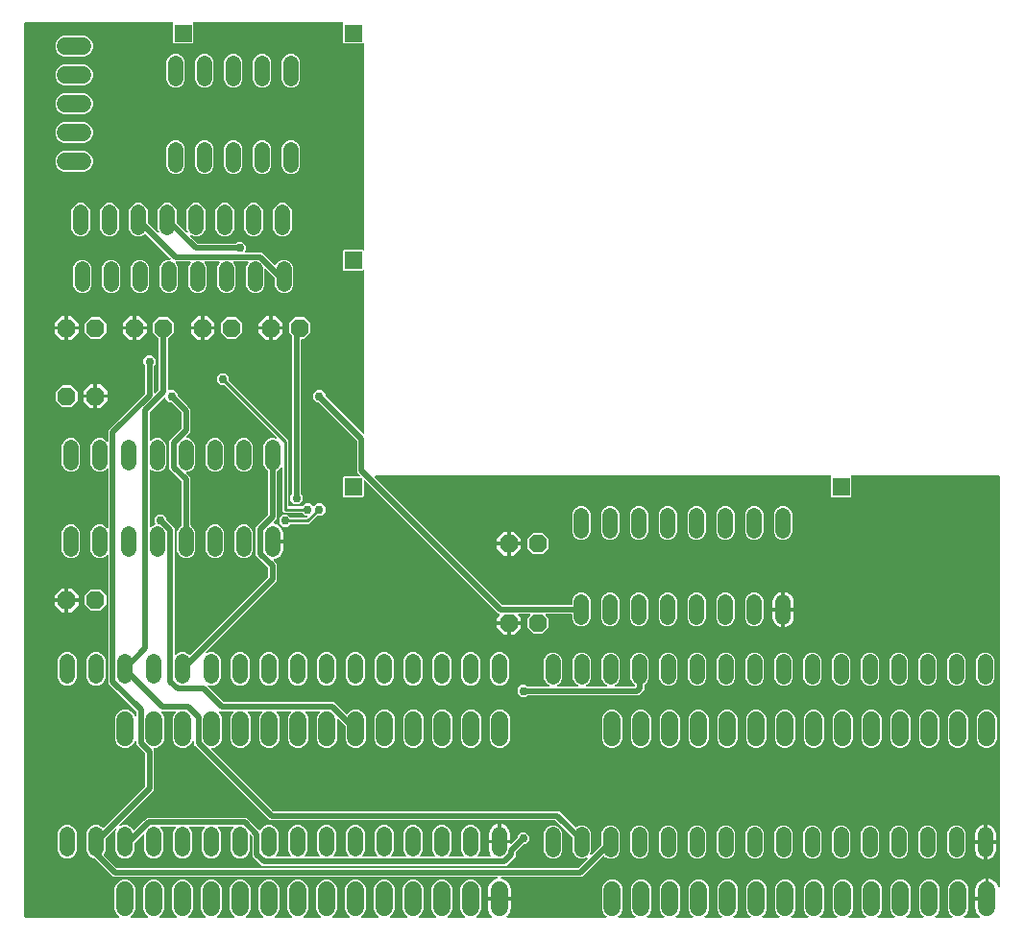
<source format=gbr>
G04 EAGLE Gerber RS-274X export*
G75*
%MOMM*%
%FSLAX34Y34*%
%LPD*%
%INBottom Copper*%
%IPPOS*%
%AMOC8*
5,1,8,0,0,1.08239X$1,22.5*%
G01*
%ADD10R,1.524000X1.524000*%
%ADD11C,1.524000*%
%ADD12C,1.508000*%
%ADD13C,1.320800*%
%ADD14P,1.732040X8X202.500000*%
%ADD15P,1.732040X8X22.500000*%
%ADD16C,0.756400*%
%ADD17C,0.500000*%
%ADD18C,0.254000*%

G36*
X92860Y10172D02*
X92860Y10172D01*
X92931Y10174D01*
X92980Y10192D01*
X93032Y10200D01*
X93095Y10234D01*
X93162Y10259D01*
X93203Y10291D01*
X93249Y10316D01*
X93298Y10368D01*
X93354Y10412D01*
X93383Y10456D01*
X93418Y10494D01*
X93449Y10559D01*
X93487Y10619D01*
X93500Y10670D01*
X93522Y10717D01*
X93530Y10788D01*
X93547Y10858D01*
X93543Y10910D01*
X93549Y10961D01*
X93534Y11032D01*
X93528Y11103D01*
X93508Y11151D01*
X93497Y11202D01*
X93460Y11263D01*
X93432Y11329D01*
X93387Y11385D01*
X93371Y11413D01*
X93353Y11428D01*
X93327Y11460D01*
X90757Y14030D01*
X89365Y17391D01*
X89365Y36269D01*
X90757Y39630D01*
X93330Y42203D01*
X96691Y43595D01*
X100329Y43595D01*
X103690Y42203D01*
X106263Y39630D01*
X107655Y36269D01*
X107655Y17391D01*
X106263Y14030D01*
X103693Y11460D01*
X103651Y11402D01*
X103602Y11350D01*
X103580Y11303D01*
X103549Y11261D01*
X103528Y11192D01*
X103498Y11127D01*
X103492Y11075D01*
X103477Y11025D01*
X103479Y10954D01*
X103471Y10883D01*
X103482Y10832D01*
X103483Y10780D01*
X103508Y10712D01*
X103523Y10642D01*
X103550Y10597D01*
X103568Y10549D01*
X103613Y10493D01*
X103649Y10431D01*
X103689Y10397D01*
X103721Y10357D01*
X103782Y10318D01*
X103836Y10271D01*
X103885Y10252D01*
X103928Y10224D01*
X103998Y10206D01*
X104064Y10179D01*
X104136Y10171D01*
X104167Y10163D01*
X104190Y10165D01*
X104231Y10161D01*
X118189Y10161D01*
X118260Y10172D01*
X118331Y10174D01*
X118380Y10192D01*
X118432Y10200D01*
X118495Y10234D01*
X118562Y10259D01*
X118603Y10291D01*
X118649Y10316D01*
X118698Y10368D01*
X118754Y10412D01*
X118783Y10456D01*
X118818Y10494D01*
X118849Y10559D01*
X118887Y10619D01*
X118900Y10670D01*
X118922Y10717D01*
X118930Y10788D01*
X118947Y10858D01*
X118943Y10910D01*
X118949Y10961D01*
X118934Y11032D01*
X118928Y11103D01*
X118908Y11151D01*
X118897Y11202D01*
X118860Y11263D01*
X118832Y11329D01*
X118787Y11385D01*
X118771Y11413D01*
X118753Y11428D01*
X118727Y11460D01*
X116157Y14030D01*
X114765Y17391D01*
X114765Y36269D01*
X116157Y39630D01*
X118730Y42203D01*
X122091Y43595D01*
X125729Y43595D01*
X129090Y42203D01*
X131663Y39630D01*
X133055Y36269D01*
X133055Y17391D01*
X131663Y14030D01*
X129093Y11460D01*
X129051Y11402D01*
X129002Y11350D01*
X128980Y11303D01*
X128949Y11261D01*
X128928Y11192D01*
X128898Y11127D01*
X128892Y11075D01*
X128877Y11025D01*
X128879Y10954D01*
X128871Y10883D01*
X128882Y10832D01*
X128883Y10780D01*
X128908Y10712D01*
X128923Y10642D01*
X128950Y10597D01*
X128968Y10549D01*
X129013Y10493D01*
X129049Y10431D01*
X129089Y10397D01*
X129121Y10357D01*
X129182Y10318D01*
X129236Y10271D01*
X129285Y10252D01*
X129328Y10224D01*
X129398Y10206D01*
X129464Y10179D01*
X129536Y10171D01*
X129567Y10163D01*
X129590Y10165D01*
X129631Y10161D01*
X143589Y10161D01*
X143660Y10172D01*
X143731Y10174D01*
X143780Y10192D01*
X143832Y10200D01*
X143895Y10234D01*
X143962Y10259D01*
X144003Y10291D01*
X144049Y10316D01*
X144098Y10368D01*
X144154Y10412D01*
X144183Y10456D01*
X144218Y10494D01*
X144249Y10559D01*
X144287Y10619D01*
X144300Y10670D01*
X144322Y10717D01*
X144330Y10788D01*
X144347Y10858D01*
X144343Y10910D01*
X144349Y10961D01*
X144334Y11032D01*
X144328Y11103D01*
X144308Y11151D01*
X144297Y11202D01*
X144260Y11263D01*
X144232Y11329D01*
X144187Y11385D01*
X144171Y11413D01*
X144153Y11428D01*
X144127Y11460D01*
X141557Y14030D01*
X140165Y17391D01*
X140165Y36269D01*
X141557Y39630D01*
X144130Y42203D01*
X147491Y43595D01*
X151129Y43595D01*
X154490Y42203D01*
X157063Y39630D01*
X158455Y36269D01*
X158455Y17391D01*
X157063Y14030D01*
X154493Y11460D01*
X154451Y11402D01*
X154402Y11350D01*
X154380Y11303D01*
X154349Y11261D01*
X154328Y11192D01*
X154298Y11127D01*
X154292Y11075D01*
X154277Y11025D01*
X154279Y10954D01*
X154271Y10883D01*
X154282Y10832D01*
X154283Y10780D01*
X154308Y10712D01*
X154323Y10642D01*
X154350Y10597D01*
X154368Y10549D01*
X154413Y10493D01*
X154449Y10431D01*
X154489Y10397D01*
X154521Y10357D01*
X154582Y10318D01*
X154636Y10271D01*
X154685Y10252D01*
X154728Y10224D01*
X154798Y10206D01*
X154864Y10179D01*
X154936Y10171D01*
X154967Y10163D01*
X154990Y10165D01*
X155031Y10161D01*
X168989Y10161D01*
X169060Y10172D01*
X169131Y10174D01*
X169180Y10192D01*
X169232Y10200D01*
X169295Y10234D01*
X169362Y10259D01*
X169403Y10291D01*
X169449Y10316D01*
X169498Y10368D01*
X169554Y10412D01*
X169583Y10456D01*
X169618Y10494D01*
X169649Y10559D01*
X169687Y10619D01*
X169700Y10670D01*
X169722Y10717D01*
X169730Y10788D01*
X169747Y10858D01*
X169743Y10910D01*
X169749Y10961D01*
X169734Y11032D01*
X169728Y11103D01*
X169708Y11151D01*
X169697Y11202D01*
X169660Y11263D01*
X169632Y11329D01*
X169587Y11385D01*
X169571Y11413D01*
X169553Y11428D01*
X169527Y11460D01*
X166957Y14030D01*
X165565Y17391D01*
X165565Y36269D01*
X166957Y39630D01*
X169530Y42203D01*
X172891Y43595D01*
X176529Y43595D01*
X179890Y42203D01*
X182463Y39630D01*
X183855Y36269D01*
X183855Y17391D01*
X182463Y14030D01*
X179893Y11460D01*
X179851Y11402D01*
X179802Y11350D01*
X179780Y11303D01*
X179749Y11261D01*
X179728Y11192D01*
X179698Y11127D01*
X179692Y11075D01*
X179677Y11025D01*
X179679Y10954D01*
X179671Y10883D01*
X179682Y10832D01*
X179683Y10780D01*
X179708Y10712D01*
X179723Y10642D01*
X179750Y10597D01*
X179768Y10549D01*
X179813Y10493D01*
X179849Y10431D01*
X179889Y10397D01*
X179921Y10357D01*
X179982Y10318D01*
X180036Y10271D01*
X180085Y10252D01*
X180128Y10224D01*
X180198Y10206D01*
X180264Y10179D01*
X180336Y10171D01*
X180367Y10163D01*
X180390Y10165D01*
X180431Y10161D01*
X194389Y10161D01*
X194460Y10172D01*
X194531Y10174D01*
X194580Y10192D01*
X194632Y10200D01*
X194695Y10234D01*
X194762Y10259D01*
X194803Y10291D01*
X194849Y10316D01*
X194898Y10368D01*
X194954Y10412D01*
X194983Y10456D01*
X195018Y10494D01*
X195049Y10559D01*
X195087Y10619D01*
X195100Y10670D01*
X195122Y10717D01*
X195130Y10788D01*
X195147Y10858D01*
X195143Y10910D01*
X195149Y10961D01*
X195134Y11032D01*
X195128Y11103D01*
X195108Y11151D01*
X195097Y11202D01*
X195060Y11263D01*
X195032Y11329D01*
X194987Y11385D01*
X194971Y11413D01*
X194953Y11428D01*
X194927Y11460D01*
X192357Y14030D01*
X190965Y17391D01*
X190965Y36269D01*
X192357Y39630D01*
X194930Y42203D01*
X198291Y43595D01*
X201929Y43595D01*
X205290Y42203D01*
X207863Y39630D01*
X209255Y36269D01*
X209255Y17391D01*
X207863Y14030D01*
X205293Y11460D01*
X205251Y11402D01*
X205202Y11350D01*
X205180Y11303D01*
X205149Y11261D01*
X205128Y11192D01*
X205098Y11127D01*
X205092Y11075D01*
X205077Y11025D01*
X205079Y10954D01*
X205071Y10883D01*
X205082Y10832D01*
X205083Y10780D01*
X205108Y10712D01*
X205123Y10642D01*
X205150Y10597D01*
X205168Y10549D01*
X205213Y10493D01*
X205249Y10431D01*
X205289Y10397D01*
X205321Y10357D01*
X205382Y10318D01*
X205436Y10271D01*
X205485Y10252D01*
X205528Y10224D01*
X205598Y10206D01*
X205664Y10179D01*
X205736Y10171D01*
X205767Y10163D01*
X205790Y10165D01*
X205831Y10161D01*
X219789Y10161D01*
X219860Y10172D01*
X219931Y10174D01*
X219980Y10192D01*
X220032Y10200D01*
X220095Y10234D01*
X220162Y10259D01*
X220203Y10291D01*
X220249Y10316D01*
X220298Y10368D01*
X220354Y10412D01*
X220383Y10456D01*
X220418Y10494D01*
X220449Y10559D01*
X220487Y10619D01*
X220500Y10670D01*
X220522Y10717D01*
X220530Y10788D01*
X220547Y10858D01*
X220543Y10910D01*
X220549Y10961D01*
X220534Y11032D01*
X220528Y11103D01*
X220508Y11151D01*
X220497Y11202D01*
X220460Y11263D01*
X220432Y11329D01*
X220387Y11385D01*
X220371Y11413D01*
X220353Y11428D01*
X220327Y11460D01*
X217757Y14030D01*
X216365Y17391D01*
X216365Y36269D01*
X217757Y39630D01*
X220330Y42203D01*
X223691Y43595D01*
X227329Y43595D01*
X230690Y42203D01*
X233263Y39630D01*
X234655Y36269D01*
X234655Y17391D01*
X233263Y14030D01*
X230693Y11460D01*
X230651Y11402D01*
X230602Y11350D01*
X230580Y11303D01*
X230549Y11261D01*
X230528Y11192D01*
X230498Y11127D01*
X230492Y11075D01*
X230477Y11025D01*
X230479Y10954D01*
X230471Y10883D01*
X230482Y10832D01*
X230483Y10780D01*
X230508Y10712D01*
X230523Y10642D01*
X230550Y10597D01*
X230568Y10549D01*
X230613Y10493D01*
X230649Y10431D01*
X230689Y10397D01*
X230721Y10357D01*
X230782Y10318D01*
X230836Y10271D01*
X230885Y10252D01*
X230928Y10224D01*
X230998Y10206D01*
X231064Y10179D01*
X231136Y10171D01*
X231167Y10163D01*
X231190Y10165D01*
X231231Y10161D01*
X245189Y10161D01*
X245260Y10172D01*
X245331Y10174D01*
X245380Y10192D01*
X245432Y10200D01*
X245495Y10234D01*
X245562Y10259D01*
X245603Y10291D01*
X245649Y10316D01*
X245698Y10368D01*
X245754Y10412D01*
X245783Y10456D01*
X245818Y10494D01*
X245849Y10559D01*
X245887Y10619D01*
X245900Y10670D01*
X245922Y10717D01*
X245930Y10788D01*
X245947Y10858D01*
X245943Y10910D01*
X245949Y10961D01*
X245934Y11032D01*
X245928Y11103D01*
X245908Y11151D01*
X245897Y11202D01*
X245860Y11263D01*
X245832Y11329D01*
X245787Y11385D01*
X245771Y11413D01*
X245753Y11428D01*
X245727Y11460D01*
X243157Y14030D01*
X241765Y17391D01*
X241765Y36269D01*
X243157Y39630D01*
X245730Y42203D01*
X249091Y43595D01*
X252729Y43595D01*
X256090Y42203D01*
X258663Y39630D01*
X260055Y36269D01*
X260055Y17391D01*
X258663Y14030D01*
X256093Y11460D01*
X256051Y11402D01*
X256002Y11350D01*
X255980Y11303D01*
X255949Y11261D01*
X255928Y11192D01*
X255898Y11127D01*
X255892Y11075D01*
X255877Y11025D01*
X255879Y10954D01*
X255871Y10883D01*
X255882Y10832D01*
X255883Y10780D01*
X255908Y10712D01*
X255923Y10642D01*
X255950Y10597D01*
X255968Y10549D01*
X256013Y10493D01*
X256049Y10431D01*
X256089Y10397D01*
X256121Y10357D01*
X256182Y10318D01*
X256236Y10271D01*
X256285Y10252D01*
X256328Y10224D01*
X256398Y10206D01*
X256464Y10179D01*
X256536Y10171D01*
X256567Y10163D01*
X256590Y10165D01*
X256631Y10161D01*
X270589Y10161D01*
X270660Y10172D01*
X270731Y10174D01*
X270780Y10192D01*
X270832Y10200D01*
X270895Y10234D01*
X270962Y10259D01*
X271003Y10291D01*
X271049Y10316D01*
X271098Y10368D01*
X271154Y10412D01*
X271183Y10456D01*
X271218Y10494D01*
X271249Y10559D01*
X271287Y10619D01*
X271300Y10670D01*
X271322Y10717D01*
X271330Y10788D01*
X271347Y10858D01*
X271343Y10910D01*
X271349Y10961D01*
X271334Y11032D01*
X271328Y11103D01*
X271308Y11151D01*
X271297Y11202D01*
X271260Y11263D01*
X271232Y11329D01*
X271187Y11385D01*
X271171Y11413D01*
X271153Y11428D01*
X271127Y11460D01*
X268557Y14030D01*
X267165Y17391D01*
X267165Y36269D01*
X268557Y39630D01*
X271130Y42203D01*
X274491Y43595D01*
X278129Y43595D01*
X281490Y42203D01*
X284063Y39630D01*
X285455Y36269D01*
X285455Y17391D01*
X284063Y14030D01*
X281493Y11460D01*
X281451Y11402D01*
X281402Y11350D01*
X281380Y11303D01*
X281349Y11261D01*
X281328Y11192D01*
X281298Y11127D01*
X281292Y11075D01*
X281277Y11025D01*
X281279Y10954D01*
X281271Y10883D01*
X281282Y10832D01*
X281283Y10780D01*
X281308Y10712D01*
X281323Y10642D01*
X281350Y10597D01*
X281368Y10549D01*
X281413Y10493D01*
X281449Y10431D01*
X281489Y10397D01*
X281521Y10357D01*
X281582Y10318D01*
X281636Y10271D01*
X281685Y10252D01*
X281728Y10224D01*
X281798Y10206D01*
X281864Y10179D01*
X281936Y10171D01*
X281967Y10163D01*
X281990Y10165D01*
X282031Y10161D01*
X295989Y10161D01*
X296060Y10172D01*
X296131Y10174D01*
X296180Y10192D01*
X296232Y10200D01*
X296295Y10234D01*
X296362Y10259D01*
X296403Y10291D01*
X296449Y10316D01*
X296498Y10368D01*
X296554Y10412D01*
X296583Y10456D01*
X296618Y10494D01*
X296649Y10559D01*
X296687Y10619D01*
X296700Y10670D01*
X296722Y10717D01*
X296730Y10788D01*
X296747Y10858D01*
X296743Y10910D01*
X296749Y10961D01*
X296734Y11032D01*
X296728Y11103D01*
X296708Y11151D01*
X296697Y11202D01*
X296660Y11263D01*
X296632Y11329D01*
X296587Y11385D01*
X296571Y11413D01*
X296553Y11428D01*
X296527Y11460D01*
X293957Y14030D01*
X292565Y17391D01*
X292565Y36269D01*
X293957Y39630D01*
X296530Y42203D01*
X299891Y43595D01*
X303529Y43595D01*
X306890Y42203D01*
X309463Y39630D01*
X310855Y36269D01*
X310855Y17391D01*
X309463Y14030D01*
X306893Y11460D01*
X306851Y11402D01*
X306802Y11350D01*
X306780Y11303D01*
X306749Y11261D01*
X306728Y11192D01*
X306698Y11127D01*
X306692Y11075D01*
X306677Y11025D01*
X306679Y10954D01*
X306671Y10883D01*
X306682Y10832D01*
X306683Y10780D01*
X306708Y10712D01*
X306723Y10642D01*
X306750Y10597D01*
X306768Y10549D01*
X306813Y10493D01*
X306849Y10431D01*
X306889Y10397D01*
X306921Y10357D01*
X306982Y10318D01*
X307036Y10271D01*
X307085Y10252D01*
X307128Y10224D01*
X307198Y10206D01*
X307264Y10179D01*
X307336Y10171D01*
X307367Y10163D01*
X307390Y10165D01*
X307431Y10161D01*
X321389Y10161D01*
X321460Y10172D01*
X321531Y10174D01*
X321580Y10192D01*
X321632Y10200D01*
X321695Y10234D01*
X321762Y10259D01*
X321803Y10291D01*
X321849Y10316D01*
X321898Y10368D01*
X321954Y10412D01*
X321983Y10456D01*
X322018Y10494D01*
X322049Y10559D01*
X322087Y10619D01*
X322100Y10670D01*
X322122Y10717D01*
X322130Y10788D01*
X322147Y10858D01*
X322143Y10910D01*
X322149Y10961D01*
X322134Y11032D01*
X322128Y11103D01*
X322108Y11151D01*
X322097Y11202D01*
X322060Y11263D01*
X322032Y11329D01*
X321987Y11385D01*
X321971Y11413D01*
X321953Y11428D01*
X321927Y11460D01*
X319357Y14030D01*
X317965Y17391D01*
X317965Y36269D01*
X319357Y39630D01*
X321930Y42203D01*
X325291Y43595D01*
X328929Y43595D01*
X332290Y42203D01*
X334863Y39630D01*
X336255Y36269D01*
X336255Y17391D01*
X334863Y14030D01*
X332293Y11460D01*
X332251Y11402D01*
X332202Y11350D01*
X332180Y11303D01*
X332149Y11261D01*
X332128Y11192D01*
X332098Y11127D01*
X332092Y11075D01*
X332077Y11025D01*
X332079Y10954D01*
X332071Y10883D01*
X332082Y10832D01*
X332083Y10780D01*
X332108Y10712D01*
X332123Y10642D01*
X332150Y10597D01*
X332168Y10549D01*
X332213Y10493D01*
X332249Y10431D01*
X332289Y10397D01*
X332321Y10357D01*
X332382Y10318D01*
X332436Y10271D01*
X332485Y10252D01*
X332528Y10224D01*
X332598Y10206D01*
X332664Y10179D01*
X332736Y10171D01*
X332767Y10163D01*
X332790Y10165D01*
X332831Y10161D01*
X346789Y10161D01*
X346860Y10172D01*
X346931Y10174D01*
X346980Y10192D01*
X347032Y10200D01*
X347095Y10234D01*
X347162Y10259D01*
X347203Y10291D01*
X347249Y10316D01*
X347298Y10368D01*
X347354Y10412D01*
X347383Y10456D01*
X347418Y10494D01*
X347449Y10559D01*
X347487Y10619D01*
X347500Y10670D01*
X347522Y10717D01*
X347530Y10788D01*
X347547Y10858D01*
X347543Y10910D01*
X347549Y10961D01*
X347534Y11032D01*
X347528Y11103D01*
X347508Y11151D01*
X347497Y11202D01*
X347460Y11263D01*
X347432Y11329D01*
X347387Y11385D01*
X347371Y11413D01*
X347353Y11428D01*
X347327Y11460D01*
X344757Y14030D01*
X343365Y17391D01*
X343365Y36269D01*
X344757Y39630D01*
X347330Y42203D01*
X350691Y43595D01*
X354329Y43595D01*
X357690Y42203D01*
X360263Y39630D01*
X361655Y36269D01*
X361655Y17391D01*
X360263Y14030D01*
X357693Y11460D01*
X357651Y11402D01*
X357602Y11350D01*
X357580Y11303D01*
X357549Y11261D01*
X357528Y11192D01*
X357498Y11127D01*
X357492Y11075D01*
X357477Y11025D01*
X357479Y10954D01*
X357471Y10883D01*
X357482Y10832D01*
X357483Y10780D01*
X357508Y10712D01*
X357523Y10642D01*
X357550Y10597D01*
X357568Y10549D01*
X357613Y10493D01*
X357649Y10431D01*
X357689Y10397D01*
X357721Y10357D01*
X357782Y10318D01*
X357836Y10271D01*
X357885Y10252D01*
X357928Y10224D01*
X357998Y10206D01*
X358064Y10179D01*
X358136Y10171D01*
X358167Y10163D01*
X358190Y10165D01*
X358231Y10161D01*
X372189Y10161D01*
X372260Y10172D01*
X372331Y10174D01*
X372380Y10192D01*
X372432Y10200D01*
X372495Y10234D01*
X372562Y10259D01*
X372603Y10291D01*
X372649Y10316D01*
X372698Y10368D01*
X372754Y10412D01*
X372783Y10456D01*
X372818Y10494D01*
X372849Y10559D01*
X372887Y10619D01*
X372900Y10670D01*
X372922Y10717D01*
X372930Y10788D01*
X372947Y10858D01*
X372943Y10910D01*
X372949Y10961D01*
X372934Y11032D01*
X372928Y11103D01*
X372908Y11151D01*
X372897Y11202D01*
X372860Y11263D01*
X372832Y11329D01*
X372787Y11385D01*
X372771Y11413D01*
X372753Y11428D01*
X372727Y11460D01*
X370157Y14030D01*
X368765Y17391D01*
X368765Y36269D01*
X370157Y39630D01*
X372730Y42203D01*
X376091Y43595D01*
X379729Y43595D01*
X383090Y42203D01*
X385663Y39630D01*
X387055Y36269D01*
X387055Y17391D01*
X385663Y14030D01*
X383093Y11460D01*
X383051Y11402D01*
X383002Y11350D01*
X382980Y11303D01*
X382949Y11261D01*
X382928Y11192D01*
X382898Y11127D01*
X382892Y11075D01*
X382877Y11025D01*
X382879Y10954D01*
X382871Y10883D01*
X382882Y10832D01*
X382883Y10780D01*
X382908Y10712D01*
X382923Y10642D01*
X382950Y10597D01*
X382968Y10549D01*
X383013Y10493D01*
X383049Y10431D01*
X383089Y10397D01*
X383121Y10357D01*
X383182Y10318D01*
X383236Y10271D01*
X383285Y10252D01*
X383328Y10224D01*
X383398Y10206D01*
X383464Y10179D01*
X383536Y10171D01*
X383567Y10163D01*
X383590Y10165D01*
X383631Y10161D01*
X397589Y10161D01*
X397660Y10172D01*
X397731Y10174D01*
X397780Y10192D01*
X397832Y10200D01*
X397895Y10234D01*
X397962Y10259D01*
X398003Y10291D01*
X398049Y10316D01*
X398098Y10368D01*
X398154Y10412D01*
X398183Y10456D01*
X398218Y10494D01*
X398249Y10559D01*
X398287Y10619D01*
X398300Y10670D01*
X398322Y10717D01*
X398330Y10788D01*
X398347Y10858D01*
X398343Y10910D01*
X398349Y10961D01*
X398334Y11032D01*
X398328Y11103D01*
X398308Y11151D01*
X398297Y11202D01*
X398260Y11263D01*
X398232Y11329D01*
X398187Y11385D01*
X398171Y11413D01*
X398153Y11428D01*
X398127Y11460D01*
X395557Y14030D01*
X394165Y17391D01*
X394165Y36269D01*
X395557Y39630D01*
X398130Y42203D01*
X401491Y43595D01*
X405129Y43595D01*
X408490Y42203D01*
X411063Y39630D01*
X412455Y36269D01*
X412455Y17391D01*
X411063Y14030D01*
X408493Y11460D01*
X408451Y11402D01*
X408402Y11350D01*
X408380Y11303D01*
X408349Y11261D01*
X408328Y11192D01*
X408298Y11127D01*
X408292Y11075D01*
X408277Y11025D01*
X408279Y10954D01*
X408271Y10883D01*
X408282Y10832D01*
X408283Y10780D01*
X408308Y10712D01*
X408323Y10642D01*
X408350Y10597D01*
X408368Y10549D01*
X408413Y10493D01*
X408449Y10431D01*
X408489Y10397D01*
X408521Y10357D01*
X408582Y10318D01*
X408636Y10271D01*
X408685Y10252D01*
X408728Y10224D01*
X408798Y10206D01*
X408864Y10179D01*
X408936Y10171D01*
X408967Y10163D01*
X408990Y10165D01*
X409031Y10161D01*
X421552Y10161D01*
X421623Y10172D01*
X421694Y10174D01*
X421743Y10192D01*
X421795Y10200D01*
X421858Y10234D01*
X421925Y10259D01*
X421966Y10291D01*
X422012Y10316D01*
X422061Y10368D01*
X422117Y10412D01*
X422146Y10456D01*
X422182Y10494D01*
X422212Y10559D01*
X422250Y10619D01*
X422263Y10670D01*
X422285Y10717D01*
X422293Y10788D01*
X422311Y10858D01*
X422306Y10910D01*
X422312Y10961D01*
X422297Y11032D01*
X422291Y11103D01*
X422271Y11151D01*
X422260Y11202D01*
X422223Y11263D01*
X422195Y11329D01*
X422150Y11385D01*
X422134Y11413D01*
X422116Y11428D01*
X422090Y11460D01*
X420960Y12591D01*
X420020Y13885D01*
X419294Y15310D01*
X418799Y16831D01*
X418549Y18410D01*
X418549Y25307D01*
X427948Y25307D01*
X427968Y25310D01*
X427987Y25308D01*
X428089Y25330D01*
X428191Y25347D01*
X428208Y25356D01*
X428228Y25360D01*
X428317Y25413D01*
X428408Y25462D01*
X428422Y25476D01*
X428439Y25486D01*
X428506Y25565D01*
X428577Y25640D01*
X428586Y25658D01*
X428599Y25673D01*
X428637Y25769D01*
X428681Y25863D01*
X428683Y25883D01*
X428691Y25901D01*
X428709Y26068D01*
X428709Y27592D01*
X428706Y27612D01*
X428708Y27631D01*
X428686Y27733D01*
X428669Y27835D01*
X428660Y27852D01*
X428656Y27872D01*
X428603Y27961D01*
X428554Y28052D01*
X428540Y28066D01*
X428530Y28083D01*
X428451Y28150D01*
X428376Y28221D01*
X428358Y28230D01*
X428343Y28243D01*
X428247Y28282D01*
X428153Y28325D01*
X428133Y28327D01*
X428115Y28335D01*
X427948Y28353D01*
X418549Y28353D01*
X418549Y35250D01*
X418799Y36829D01*
X419294Y38350D01*
X420020Y39775D01*
X420960Y41069D01*
X422091Y42200D01*
X423385Y43140D01*
X424810Y43866D01*
X426331Y44361D01*
X426972Y44462D01*
X427033Y44482D01*
X427096Y44493D01*
X427149Y44521D01*
X427206Y44539D01*
X427257Y44578D01*
X427313Y44608D01*
X427355Y44651D01*
X427403Y44687D01*
X427439Y44740D01*
X427483Y44786D01*
X427508Y44840D01*
X427542Y44890D01*
X427559Y44951D01*
X427586Y45009D01*
X427593Y45069D01*
X427609Y45126D01*
X427606Y45190D01*
X427613Y45253D01*
X427601Y45312D01*
X427598Y45372D01*
X427575Y45431D01*
X427561Y45494D01*
X427530Y45545D01*
X427509Y45601D01*
X427468Y45650D01*
X427435Y45705D01*
X427389Y45744D01*
X427351Y45790D01*
X427297Y45823D01*
X427248Y45865D01*
X427192Y45887D01*
X427141Y45919D01*
X427079Y45933D01*
X427020Y45957D01*
X426934Y45966D01*
X426902Y45974D01*
X426877Y45973D01*
X426853Y45975D01*
X88333Y45975D01*
X72224Y62084D01*
X72150Y62137D01*
X72080Y62197D01*
X72050Y62209D01*
X72024Y62228D01*
X71937Y62255D01*
X71852Y62289D01*
X71811Y62293D01*
X71789Y62300D01*
X71757Y62299D01*
X71686Y62307D01*
X71653Y62307D01*
X68665Y63545D01*
X66379Y65831D01*
X65141Y68819D01*
X65141Y85261D01*
X66379Y88249D01*
X68665Y90535D01*
X71653Y91773D01*
X74887Y91773D01*
X77875Y90535D01*
X78936Y89474D01*
X78952Y89462D01*
X78964Y89447D01*
X79052Y89391D01*
X79135Y89331D01*
X79154Y89325D01*
X79171Y89314D01*
X79272Y89289D01*
X79371Y89258D01*
X79390Y89259D01*
X79410Y89254D01*
X79513Y89262D01*
X79616Y89265D01*
X79635Y89271D01*
X79655Y89273D01*
X79750Y89313D01*
X79847Y89349D01*
X79863Y89362D01*
X79881Y89369D01*
X80012Y89474D01*
X116272Y125734D01*
X116325Y125808D01*
X116385Y125877D01*
X116397Y125907D01*
X116416Y125934D01*
X116442Y126021D01*
X116476Y126105D01*
X116481Y126146D01*
X116488Y126169D01*
X116487Y126201D01*
X116495Y126272D01*
X116495Y154641D01*
X116480Y154731D01*
X116473Y154822D01*
X116460Y154852D01*
X116455Y154884D01*
X116412Y154964D01*
X116377Y155048D01*
X116351Y155080D01*
X116340Y155101D01*
X116317Y155123D01*
X116272Y155179D01*
X108781Y162670D01*
X108781Y164930D01*
X108766Y165026D01*
X108756Y165123D01*
X108746Y165147D01*
X108742Y165173D01*
X108696Y165259D01*
X108656Y165348D01*
X108639Y165367D01*
X108626Y165390D01*
X108556Y165457D01*
X108490Y165529D01*
X108467Y165541D01*
X108448Y165560D01*
X108360Y165601D01*
X108274Y165647D01*
X108249Y165652D01*
X108225Y165663D01*
X108128Y165674D01*
X108032Y165691D01*
X108006Y165687D01*
X107981Y165690D01*
X107885Y165670D01*
X107789Y165655D01*
X107766Y165644D01*
X107740Y165638D01*
X107657Y165588D01*
X107570Y165544D01*
X107551Y165525D01*
X107529Y165512D01*
X107466Y165438D01*
X107398Y165368D01*
X107382Y165340D01*
X107369Y165325D01*
X107357Y165294D01*
X107317Y165221D01*
X106803Y163980D01*
X104230Y161407D01*
X100869Y160015D01*
X97231Y160015D01*
X93870Y161407D01*
X91297Y163980D01*
X89905Y167341D01*
X89905Y186219D01*
X91297Y189580D01*
X93870Y192153D01*
X97231Y193545D01*
X100869Y193545D01*
X104230Y192153D01*
X106803Y189580D01*
X107317Y188339D01*
X107368Y188256D01*
X107414Y188170D01*
X107433Y188152D01*
X107446Y188130D01*
X107521Y188067D01*
X107592Y188000D01*
X107616Y187989D01*
X107636Y187973D01*
X107727Y187938D01*
X107815Y187897D01*
X107841Y187894D01*
X107865Y187885D01*
X107963Y187880D01*
X108059Y187870D01*
X108085Y187875D01*
X108111Y187874D01*
X108205Y187901D01*
X108300Y187922D01*
X108322Y187935D01*
X108347Y187943D01*
X108427Y187998D01*
X108511Y188048D01*
X108528Y188068D01*
X108549Y188083D01*
X108608Y188161D01*
X108671Y188235D01*
X108681Y188259D01*
X108696Y188280D01*
X108726Y188373D01*
X108763Y188463D01*
X108766Y188496D01*
X108772Y188514D01*
X108772Y188547D01*
X108781Y188630D01*
X108781Y191687D01*
X108767Y191777D01*
X108759Y191868D01*
X108747Y191898D01*
X108742Y191930D01*
X108699Y192011D01*
X108663Y192095D01*
X108637Y192127D01*
X108626Y192147D01*
X108603Y192170D01*
X108558Y192226D01*
X84017Y216767D01*
X84017Y329480D01*
X84006Y329550D01*
X84004Y329622D01*
X83986Y329671D01*
X83978Y329722D01*
X83944Y329786D01*
X83919Y329853D01*
X83887Y329894D01*
X83862Y329940D01*
X83810Y329989D01*
X83766Y330045D01*
X83722Y330073D01*
X83684Y330109D01*
X83619Y330139D01*
X83559Y330178D01*
X83508Y330191D01*
X83461Y330213D01*
X83390Y330221D01*
X83320Y330238D01*
X83268Y330234D01*
X83217Y330240D01*
X83146Y330225D01*
X83075Y330219D01*
X83027Y330199D01*
X82976Y330188D01*
X82915Y330151D01*
X82849Y330123D01*
X82793Y330078D01*
X82765Y330061D01*
X82750Y330044D01*
X82718Y330018D01*
X81105Y328405D01*
X78117Y327167D01*
X74883Y327167D01*
X71895Y328405D01*
X69609Y330691D01*
X68371Y333679D01*
X68371Y350121D01*
X69609Y353109D01*
X71895Y355395D01*
X74883Y356633D01*
X78117Y356633D01*
X81105Y355395D01*
X82718Y353782D01*
X82776Y353740D01*
X82828Y353691D01*
X82875Y353669D01*
X82917Y353638D01*
X82986Y353617D01*
X83051Y353587D01*
X83103Y353581D01*
X83153Y353566D01*
X83224Y353568D01*
X83295Y353560D01*
X83346Y353571D01*
X83398Y353572D01*
X83466Y353597D01*
X83536Y353612D01*
X83581Y353639D01*
X83629Y353657D01*
X83685Y353702D01*
X83747Y353739D01*
X83781Y353778D01*
X83821Y353811D01*
X83860Y353871D01*
X83907Y353925D01*
X83926Y353974D01*
X83954Y354018D01*
X83972Y354087D01*
X83999Y354154D01*
X84007Y354225D01*
X84015Y354256D01*
X84013Y354279D01*
X84017Y354320D01*
X84017Y405680D01*
X84006Y405750D01*
X84004Y405822D01*
X83986Y405871D01*
X83978Y405922D01*
X83944Y405986D01*
X83919Y406053D01*
X83887Y406094D01*
X83862Y406140D01*
X83810Y406189D01*
X83766Y406245D01*
X83722Y406273D01*
X83684Y406309D01*
X83619Y406339D01*
X83559Y406378D01*
X83508Y406391D01*
X83461Y406413D01*
X83390Y406421D01*
X83320Y406438D01*
X83268Y406434D01*
X83217Y406440D01*
X83146Y406425D01*
X83075Y406419D01*
X83027Y406399D01*
X82976Y406388D01*
X82915Y406351D01*
X82849Y406323D01*
X82793Y406278D01*
X82765Y406261D01*
X82750Y406244D01*
X82718Y406218D01*
X81105Y404605D01*
X78117Y403367D01*
X74883Y403367D01*
X71895Y404605D01*
X69609Y406891D01*
X68371Y409879D01*
X68371Y426321D01*
X69609Y429309D01*
X71895Y431595D01*
X74883Y432833D01*
X78117Y432833D01*
X81105Y431595D01*
X82718Y429982D01*
X82776Y429940D01*
X82828Y429891D01*
X82875Y429869D01*
X82917Y429838D01*
X82986Y429817D01*
X83051Y429787D01*
X83103Y429781D01*
X83153Y429766D01*
X83224Y429768D01*
X83295Y429760D01*
X83346Y429771D01*
X83398Y429772D01*
X83466Y429797D01*
X83536Y429812D01*
X83581Y429839D01*
X83629Y429857D01*
X83685Y429902D01*
X83747Y429939D01*
X83781Y429978D01*
X83821Y430011D01*
X83860Y430071D01*
X83907Y430125D01*
X83926Y430174D01*
X83954Y430218D01*
X83972Y430287D01*
X83999Y430354D01*
X84007Y430425D01*
X84015Y430456D01*
X84013Y430479D01*
X84017Y430520D01*
X84017Y439975D01*
X116272Y472230D01*
X116325Y472304D01*
X116385Y472373D01*
X116397Y472403D01*
X116416Y472429D01*
X116442Y472516D01*
X116476Y472601D01*
X116481Y472642D01*
X116488Y472664D01*
X116487Y472697D01*
X116495Y472768D01*
X116495Y496724D01*
X116480Y496814D01*
X116473Y496905D01*
X116460Y496935D01*
X116455Y496967D01*
X116412Y497048D01*
X116377Y497132D01*
X116351Y497164D01*
X116340Y497184D01*
X116317Y497207D01*
X116272Y497263D01*
X115213Y498322D01*
X115213Y502718D01*
X118322Y505826D01*
X122718Y505826D01*
X125826Y502718D01*
X125826Y498322D01*
X124767Y497263D01*
X124714Y497189D01*
X124655Y497119D01*
X124643Y497089D01*
X124624Y497063D01*
X124597Y496976D01*
X124563Y496891D01*
X124558Y496850D01*
X124551Y496828D01*
X124552Y496796D01*
X124544Y496724D01*
X124544Y473113D01*
X124556Y473043D01*
X124558Y472971D01*
X124576Y472922D01*
X124584Y472871D01*
X124618Y472807D01*
X124642Y472740D01*
X124675Y472699D01*
X124699Y472653D01*
X124751Y472604D01*
X124796Y472548D01*
X124840Y472520D01*
X124878Y472484D01*
X124943Y472454D01*
X125003Y472415D01*
X125053Y472402D01*
X125101Y472380D01*
X125172Y472372D01*
X125241Y472355D01*
X125293Y472359D01*
X125345Y472353D01*
X125415Y472368D01*
X125487Y472374D01*
X125535Y472394D01*
X125585Y472405D01*
X125647Y472442D01*
X125713Y472470D01*
X125769Y472515D01*
X125797Y472532D01*
X125812Y472549D01*
X125844Y472575D01*
X128452Y475184D01*
X128505Y475258D01*
X128565Y475327D01*
X128577Y475357D01*
X128596Y475383D01*
X128623Y475470D01*
X128657Y475555D01*
X128661Y475596D01*
X128668Y475618D01*
X128667Y475651D01*
X128675Y475722D01*
X128675Y520238D01*
X128661Y520328D01*
X128653Y520419D01*
X128641Y520449D01*
X128636Y520481D01*
X128593Y520561D01*
X128557Y520645D01*
X128531Y520677D01*
X128520Y520698D01*
X128497Y520720D01*
X128452Y520776D01*
X123174Y526054D01*
X123174Y533946D01*
X128754Y539526D01*
X136646Y539526D01*
X142226Y533946D01*
X142226Y526054D01*
X136948Y520776D01*
X136895Y520702D01*
X136835Y520633D01*
X136823Y520603D01*
X136804Y520577D01*
X136777Y520490D01*
X136743Y520405D01*
X136739Y520364D01*
X136732Y520341D01*
X136733Y520309D01*
X136725Y520238D01*
X136725Y476067D01*
X136728Y476046D01*
X136726Y476029D01*
X136739Y475971D01*
X136742Y475905D01*
X136758Y475866D01*
X136764Y475825D01*
X136775Y475805D01*
X136779Y475788D01*
X136808Y475739D01*
X136833Y475676D01*
X136860Y475644D01*
X136880Y475607D01*
X136896Y475592D01*
X136905Y475577D01*
X136948Y475540D01*
X136992Y475488D01*
X137028Y475467D01*
X137058Y475438D01*
X137079Y475428D01*
X137092Y475417D01*
X137145Y475396D01*
X137202Y475361D01*
X137243Y475352D01*
X137281Y475334D01*
X137304Y475332D01*
X137320Y475325D01*
X137405Y475316D01*
X137442Y475307D01*
X137462Y475309D01*
X137487Y475307D01*
X142198Y475307D01*
X145307Y472198D01*
X145307Y470700D01*
X145309Y470687D01*
X145308Y470678D01*
X145319Y470627D01*
X145321Y470610D01*
X145329Y470519D01*
X145341Y470490D01*
X145346Y470458D01*
X145389Y470377D01*
X145425Y470293D01*
X145451Y470261D01*
X145462Y470240D01*
X145485Y470218D01*
X145530Y470162D01*
X154144Y461548D01*
X156725Y458967D01*
X156725Y438067D01*
X152790Y434132D01*
X152748Y434074D01*
X152699Y434022D01*
X152677Y433975D01*
X152646Y433933D01*
X152625Y433864D01*
X152595Y433799D01*
X152589Y433747D01*
X152574Y433697D01*
X152576Y433626D01*
X152568Y433555D01*
X152579Y433504D01*
X152580Y433452D01*
X152605Y433384D01*
X152620Y433314D01*
X152647Y433269D01*
X152665Y433221D01*
X152710Y433165D01*
X152746Y433103D01*
X152786Y433069D01*
X152818Y433029D01*
X152879Y432990D01*
X152933Y432943D01*
X152982Y432924D01*
X153025Y432896D01*
X153095Y432878D01*
X153161Y432851D01*
X153233Y432843D01*
X153264Y432835D01*
X153287Y432837D01*
X153328Y432833D01*
X154317Y432833D01*
X157305Y431595D01*
X159591Y429309D01*
X160829Y426321D01*
X160829Y409879D01*
X159591Y406891D01*
X157305Y404605D01*
X154317Y403367D01*
X153328Y403367D01*
X153257Y403356D01*
X153186Y403354D01*
X153137Y403336D01*
X153085Y403328D01*
X153022Y403294D01*
X152955Y403269D01*
X152914Y403237D01*
X152868Y403212D01*
X152819Y403160D01*
X152763Y403116D01*
X152734Y403072D01*
X152699Y403034D01*
X152668Y402969D01*
X152630Y402909D01*
X152617Y402858D01*
X152595Y402811D01*
X152587Y402740D01*
X152570Y402670D01*
X152574Y402618D01*
X152568Y402567D01*
X152583Y402496D01*
X152589Y402425D01*
X152609Y402377D01*
X152620Y402326D01*
X152657Y402265D01*
X152685Y402199D01*
X152730Y402143D01*
X152746Y402115D01*
X152764Y402100D01*
X152790Y402068D01*
X156725Y398133D01*
X156725Y356144D01*
X156744Y356029D01*
X156761Y355913D01*
X156763Y355907D01*
X156764Y355901D01*
X156819Y355799D01*
X156872Y355694D01*
X156877Y355689D01*
X156880Y355684D01*
X156964Y355604D01*
X157048Y355522D01*
X157054Y355518D01*
X157058Y355515D01*
X157075Y355507D01*
X157195Y355441D01*
X157305Y355395D01*
X159591Y353109D01*
X160829Y350121D01*
X160829Y333679D01*
X159591Y330691D01*
X157305Y328405D01*
X154317Y327167D01*
X151083Y327167D01*
X148095Y328405D01*
X145809Y330691D01*
X144571Y333679D01*
X144571Y350121D01*
X145809Y353109D01*
X148095Y355395D01*
X148205Y355441D01*
X148305Y355502D01*
X148405Y355562D01*
X148409Y355567D01*
X148414Y355570D01*
X148489Y355660D01*
X148565Y355749D01*
X148567Y355755D01*
X148571Y355760D01*
X148613Y355868D01*
X148657Y355977D01*
X148658Y355985D01*
X148659Y355989D01*
X148660Y356008D01*
X148675Y356144D01*
X148675Y394483D01*
X148661Y394573D01*
X148653Y394664D01*
X148641Y394694D01*
X148636Y394726D01*
X148593Y394807D01*
X148557Y394891D01*
X148531Y394923D01*
X148520Y394943D01*
X148497Y394966D01*
X148452Y395022D01*
X138047Y405427D01*
X138047Y430773D01*
X148452Y441178D01*
X148505Y441252D01*
X148565Y441322D01*
X148577Y441352D01*
X148596Y441378D01*
X148623Y441465D01*
X148657Y441550D01*
X148661Y441591D01*
X148668Y441613D01*
X148667Y441645D01*
X148675Y441717D01*
X148675Y455318D01*
X148661Y455408D01*
X148653Y455499D01*
X148641Y455528D01*
X148636Y455560D01*
X148593Y455641D01*
X148557Y455725D01*
X148531Y455757D01*
X148520Y455778D01*
X148497Y455800D01*
X148452Y455856D01*
X139838Y464470D01*
X139764Y464523D01*
X139694Y464583D01*
X139664Y464595D01*
X139638Y464614D01*
X139551Y464641D01*
X139466Y464675D01*
X139425Y464679D01*
X139403Y464686D01*
X139371Y464685D01*
X139300Y464693D01*
X137802Y464693D01*
X134693Y467802D01*
X134693Y468203D01*
X134682Y468274D01*
X134680Y468345D01*
X134662Y468394D01*
X134654Y468446D01*
X134620Y468509D01*
X134595Y468576D01*
X134563Y468617D01*
X134538Y468663D01*
X134486Y468712D01*
X134442Y468768D01*
X134398Y468797D01*
X134360Y468833D01*
X134295Y468863D01*
X134235Y468901D01*
X134184Y468914D01*
X134137Y468936D01*
X134066Y468944D01*
X133996Y468962D01*
X133944Y468957D01*
X133893Y468963D01*
X133822Y468948D01*
X133751Y468942D01*
X133703Y468922D01*
X133652Y468911D01*
X133591Y468874D01*
X133525Y468846D01*
X133469Y468801D01*
X133441Y468785D01*
X133426Y468767D01*
X133394Y468741D01*
X120920Y456267D01*
X120867Y456193D01*
X120807Y456124D01*
X120795Y456094D01*
X120776Y456067D01*
X120749Y455981D01*
X120715Y455896D01*
X120711Y455855D01*
X120704Y455832D01*
X120705Y455800D01*
X120697Y455729D01*
X120697Y431434D01*
X120708Y431364D01*
X120710Y431292D01*
X120728Y431243D01*
X120736Y431192D01*
X120770Y431128D01*
X120795Y431061D01*
X120827Y431020D01*
X120852Y430974D01*
X120904Y430925D01*
X120948Y430869D01*
X120992Y430841D01*
X121030Y430805D01*
X121095Y430775D01*
X121155Y430736D01*
X121206Y430723D01*
X121253Y430701D01*
X121324Y430693D01*
X121394Y430676D01*
X121446Y430680D01*
X121497Y430674D01*
X121568Y430689D01*
X121639Y430695D01*
X121687Y430715D01*
X121738Y430726D01*
X121799Y430763D01*
X121865Y430791D01*
X121921Y430836D01*
X121949Y430853D01*
X121964Y430870D01*
X121996Y430896D01*
X122695Y431595D01*
X125683Y432833D01*
X128917Y432833D01*
X131905Y431595D01*
X134191Y429309D01*
X135429Y426321D01*
X135429Y409879D01*
X134191Y406891D01*
X131905Y404605D01*
X128917Y403367D01*
X125683Y403367D01*
X122695Y404605D01*
X121996Y405304D01*
X121938Y405346D01*
X121886Y405395D01*
X121839Y405417D01*
X121797Y405448D01*
X121728Y405469D01*
X121663Y405499D01*
X121611Y405505D01*
X121561Y405520D01*
X121490Y405518D01*
X121419Y405526D01*
X121368Y405515D01*
X121316Y405514D01*
X121248Y405489D01*
X121178Y405474D01*
X121133Y405447D01*
X121085Y405429D01*
X121029Y405384D01*
X120967Y405347D01*
X120933Y405308D01*
X120893Y405275D01*
X120854Y405215D01*
X120807Y405161D01*
X120788Y405112D01*
X120760Y405068D01*
X120742Y404999D01*
X120715Y404932D01*
X120707Y404861D01*
X120699Y404830D01*
X120701Y404807D01*
X120697Y404766D01*
X120697Y355234D01*
X120708Y355164D01*
X120710Y355092D01*
X120728Y355043D01*
X120736Y354992D01*
X120770Y354928D01*
X120795Y354861D01*
X120827Y354820D01*
X120852Y354774D01*
X120904Y354725D01*
X120948Y354669D01*
X120992Y354641D01*
X121030Y354605D01*
X121095Y354575D01*
X121155Y354536D01*
X121206Y354523D01*
X121253Y354501D01*
X121324Y354493D01*
X121394Y354476D01*
X121446Y354480D01*
X121497Y354474D01*
X121568Y354489D01*
X121639Y354495D01*
X121687Y354515D01*
X121738Y354526D01*
X121799Y354563D01*
X121865Y354591D01*
X121921Y354636D01*
X121949Y354653D01*
X121964Y354670D01*
X121996Y354696D01*
X122695Y355395D01*
X125050Y356371D01*
X125089Y356395D01*
X125132Y356410D01*
X125193Y356459D01*
X125259Y356500D01*
X125288Y356535D01*
X125324Y356564D01*
X125366Y356630D01*
X125416Y356690D01*
X125432Y356733D01*
X125457Y356771D01*
X125476Y356847D01*
X125504Y356919D01*
X125506Y356965D01*
X125517Y357010D01*
X125511Y357087D01*
X125515Y357165D01*
X125502Y357209D01*
X125498Y357255D01*
X125468Y357326D01*
X125446Y357401D01*
X125420Y357439D01*
X125402Y357481D01*
X125316Y357588D01*
X125306Y357603D01*
X125302Y357606D01*
X125297Y357612D01*
X124693Y358216D01*
X124693Y362612D01*
X127802Y365721D01*
X132198Y365721D01*
X135307Y362612D01*
X135307Y361535D01*
X135321Y361445D01*
X135329Y361354D01*
X135341Y361324D01*
X135346Y361292D01*
X135389Y361211D01*
X135425Y361127D01*
X135451Y361095D01*
X135462Y361075D01*
X135485Y361052D01*
X135530Y360996D01*
X142867Y353659D01*
X142867Y242774D01*
X142878Y242704D01*
X142880Y242632D01*
X142898Y242583D01*
X142906Y242532D01*
X142940Y242468D01*
X142965Y242401D01*
X142997Y242360D01*
X143022Y242314D01*
X143074Y242265D01*
X143118Y242209D01*
X143162Y242181D01*
X143200Y242145D01*
X143265Y242115D01*
X143325Y242076D01*
X143376Y242063D01*
X143423Y242041D01*
X143494Y242033D01*
X143564Y242016D01*
X143616Y242020D01*
X143667Y242014D01*
X143738Y242029D01*
X143809Y242035D01*
X143857Y242055D01*
X143908Y242066D01*
X143969Y242103D01*
X144035Y242131D01*
X144091Y242176D01*
X144119Y242193D01*
X144134Y242210D01*
X144166Y242236D01*
X144865Y242935D01*
X147853Y244173D01*
X151087Y244173D01*
X154075Y242935D01*
X155136Y241874D01*
X155152Y241862D01*
X155164Y241847D01*
X155252Y241791D01*
X155335Y241731D01*
X155354Y241725D01*
X155371Y241714D01*
X155472Y241689D01*
X155571Y241658D01*
X155590Y241659D01*
X155610Y241654D01*
X155713Y241662D01*
X155816Y241665D01*
X155835Y241671D01*
X155855Y241673D01*
X155950Y241713D01*
X156047Y241749D01*
X156063Y241762D01*
X156081Y241769D01*
X156212Y241874D01*
X224652Y310314D01*
X224700Y310381D01*
X224744Y310426D01*
X224750Y310440D01*
X224765Y310458D01*
X224777Y310488D01*
X224796Y310514D01*
X224819Y310588D01*
X224847Y310649D01*
X224849Y310666D01*
X224857Y310686D01*
X224861Y310727D01*
X224868Y310749D01*
X224867Y310781D01*
X224875Y310852D01*
X224875Y318283D01*
X224861Y318373D01*
X224853Y318464D01*
X224841Y318494D01*
X224836Y318526D01*
X224793Y318607D01*
X224757Y318691D01*
X224731Y318723D01*
X224720Y318743D01*
X224697Y318766D01*
X224652Y318822D01*
X214247Y329227D01*
X214247Y354573D01*
X224652Y364978D01*
X224705Y365052D01*
X224765Y365122D01*
X224777Y365152D01*
X224796Y365178D01*
X224823Y365265D01*
X224857Y365350D01*
X224861Y365391D01*
X224868Y365413D01*
X224867Y365445D01*
X224875Y365517D01*
X224875Y403856D01*
X224856Y403971D01*
X224839Y404087D01*
X224837Y404093D01*
X224836Y404099D01*
X224781Y404201D01*
X224728Y404306D01*
X224723Y404311D01*
X224720Y404316D01*
X224636Y404396D01*
X224552Y404478D01*
X224546Y404482D01*
X224542Y404485D01*
X224525Y404493D01*
X224405Y404559D01*
X224295Y404605D01*
X222009Y406891D01*
X220771Y409879D01*
X220771Y426321D01*
X222009Y429309D01*
X224295Y431595D01*
X227283Y432833D01*
X230517Y432833D01*
X231587Y432389D01*
X231682Y432367D01*
X231775Y432339D01*
X231801Y432339D01*
X231826Y432333D01*
X231923Y432342D01*
X232021Y432345D01*
X232045Y432354D01*
X232071Y432356D01*
X232160Y432396D01*
X232252Y432429D01*
X232272Y432446D01*
X232296Y432456D01*
X232368Y432522D01*
X232444Y432583D01*
X232458Y432605D01*
X232477Y432623D01*
X232524Y432708D01*
X232577Y432790D01*
X232583Y432815D01*
X232596Y432838D01*
X232613Y432934D01*
X232637Y433029D01*
X232635Y433055D01*
X232639Y433080D01*
X232625Y433177D01*
X232618Y433274D01*
X232607Y433298D01*
X232604Y433324D01*
X232559Y433411D01*
X232521Y433500D01*
X232501Y433526D01*
X232492Y433543D01*
X232468Y433566D01*
X232417Y433631D01*
X186577Y479470D01*
X186503Y479523D01*
X186434Y479583D01*
X186404Y479595D01*
X186378Y479614D01*
X186291Y479641D01*
X186206Y479675D01*
X186165Y479679D01*
X186143Y479686D01*
X186110Y479685D01*
X186039Y479693D01*
X182802Y479693D01*
X179693Y482802D01*
X179693Y487198D01*
X182802Y490307D01*
X187198Y490307D01*
X190307Y487198D01*
X190307Y483961D01*
X190321Y483871D01*
X190329Y483780D01*
X190341Y483750D01*
X190346Y483718D01*
X190389Y483638D01*
X190425Y483554D01*
X190451Y483522D01*
X190462Y483501D01*
X190485Y483479D01*
X190530Y483423D01*
X242795Y431158D01*
X242795Y373556D01*
X242798Y373536D01*
X242796Y373517D01*
X242818Y373415D01*
X242834Y373313D01*
X242844Y373296D01*
X242848Y373276D01*
X242901Y373187D01*
X242950Y373096D01*
X242964Y373082D01*
X242974Y373065D01*
X243053Y372998D01*
X243128Y372926D01*
X243146Y372918D01*
X243161Y372905D01*
X243257Y372866D01*
X243351Y372823D01*
X243371Y372821D01*
X243389Y372813D01*
X243556Y372795D01*
X254975Y372795D01*
X255065Y372809D01*
X255156Y372817D01*
X255185Y372829D01*
X255217Y372834D01*
X255298Y372877D01*
X255382Y372913D01*
X255414Y372939D01*
X255435Y372950D01*
X255457Y372973D01*
X255513Y373018D01*
X257802Y375307D01*
X262198Y375307D01*
X264462Y373043D01*
X264478Y373032D01*
X264490Y373016D01*
X264578Y372960D01*
X264661Y372900D01*
X264680Y372894D01*
X264697Y372883D01*
X264798Y372858D01*
X264897Y372827D01*
X264916Y372828D01*
X264936Y372823D01*
X265039Y372831D01*
X265142Y372834D01*
X265161Y372840D01*
X265181Y372842D01*
X265276Y372882D01*
X265373Y372918D01*
X265389Y372931D01*
X265407Y372938D01*
X265538Y373043D01*
X267802Y375307D01*
X272198Y375307D01*
X275307Y372198D01*
X275307Y367802D01*
X272198Y364693D01*
X268961Y364693D01*
X268871Y364679D01*
X268780Y364671D01*
X268750Y364659D01*
X268718Y364654D01*
X268638Y364611D01*
X268554Y364575D01*
X268522Y364549D01*
X268501Y364538D01*
X268479Y364515D01*
X268423Y364470D01*
X261158Y357205D01*
X245025Y357205D01*
X244935Y357191D01*
X244844Y357183D01*
X244815Y357171D01*
X244783Y357166D01*
X244702Y357123D01*
X244618Y357087D01*
X244586Y357061D01*
X244565Y357050D01*
X244543Y357027D01*
X244487Y356982D01*
X242198Y354693D01*
X237802Y354693D01*
X234693Y357802D01*
X234693Y362198D01*
X237802Y365307D01*
X242198Y365307D01*
X244487Y363018D01*
X244561Y362965D01*
X244631Y362905D01*
X244661Y362893D01*
X244687Y362874D01*
X244774Y362847D01*
X244859Y362813D01*
X244900Y362809D01*
X244922Y362802D01*
X244954Y362803D01*
X245025Y362795D01*
X258527Y362795D01*
X258617Y362809D01*
X258708Y362817D01*
X258738Y362829D01*
X258770Y362834D01*
X258850Y362877D01*
X258934Y362913D01*
X258967Y362939D01*
X258987Y362950D01*
X259009Y362973D01*
X259065Y363018D01*
X259441Y363394D01*
X259483Y363452D01*
X259533Y363504D01*
X259555Y363551D01*
X259585Y363593D01*
X259606Y363662D01*
X259636Y363727D01*
X259642Y363779D01*
X259657Y363829D01*
X259655Y363900D01*
X259663Y363971D01*
X259652Y364022D01*
X259651Y364074D01*
X259626Y364142D01*
X259611Y364212D01*
X259584Y364257D01*
X259566Y364305D01*
X259522Y364361D01*
X259485Y364423D01*
X259445Y364457D01*
X259413Y364497D01*
X259353Y364536D01*
X259298Y364583D01*
X259250Y364602D01*
X259206Y364630D01*
X259136Y364648D01*
X259070Y364675D01*
X258999Y364683D01*
X258967Y364691D01*
X258944Y364689D01*
X258903Y364693D01*
X257802Y364693D01*
X255513Y366982D01*
X255439Y367035D01*
X255369Y367095D01*
X255339Y367107D01*
X255313Y367126D01*
X255226Y367153D01*
X255141Y367187D01*
X255100Y367191D01*
X255078Y367198D01*
X255046Y367197D01*
X254975Y367205D01*
X238842Y367205D01*
X237205Y368842D01*
X237205Y406478D01*
X237189Y406575D01*
X237180Y406672D01*
X237170Y406696D01*
X237166Y406721D01*
X237120Y406808D01*
X237080Y406897D01*
X237062Y406916D01*
X237050Y406938D01*
X236979Y407006D01*
X236913Y407078D01*
X236891Y407090D01*
X236872Y407108D01*
X236783Y407149D01*
X236697Y407196D01*
X236672Y407201D01*
X236649Y407211D01*
X236552Y407222D01*
X236455Y407239D01*
X236430Y407236D01*
X236405Y407238D01*
X236309Y407218D01*
X236212Y407203D01*
X236189Y407192D01*
X236164Y407186D01*
X236080Y407136D01*
X235993Y407091D01*
X235975Y407073D01*
X235953Y407060D01*
X235905Y407004D01*
X235898Y406999D01*
X233505Y404605D01*
X233395Y404559D01*
X233295Y404498D01*
X233195Y404438D01*
X233191Y404433D01*
X233186Y404430D01*
X233111Y404340D01*
X233035Y404251D01*
X233033Y404245D01*
X233029Y404240D01*
X232987Y404132D01*
X232943Y404023D01*
X232942Y404015D01*
X232941Y404011D01*
X232940Y403992D01*
X232925Y403856D01*
X232925Y361867D01*
X229895Y358837D01*
X229826Y358741D01*
X229754Y358643D01*
X229753Y358640D01*
X229751Y358638D01*
X229716Y358524D01*
X229680Y358409D01*
X229680Y358406D01*
X229679Y358403D01*
X229682Y358282D01*
X229684Y358163D01*
X229685Y358160D01*
X229685Y358157D01*
X229727Y358042D01*
X229767Y357931D01*
X229769Y357929D01*
X229770Y357926D01*
X229845Y357832D01*
X229919Y357738D01*
X229922Y357736D01*
X229923Y357734D01*
X230025Y357668D01*
X230125Y357603D01*
X230128Y357602D01*
X230130Y357601D01*
X230141Y357598D01*
X230285Y357552D01*
X231567Y357297D01*
X233232Y356608D01*
X234730Y355607D01*
X236003Y354334D01*
X237004Y352836D01*
X237693Y351171D01*
X238045Y349405D01*
X238045Y343423D01*
X229662Y343423D01*
X229642Y343420D01*
X229623Y343422D01*
X229521Y343400D01*
X229419Y343383D01*
X229402Y343374D01*
X229382Y343370D01*
X229293Y343317D01*
X229202Y343268D01*
X229188Y343254D01*
X229171Y343244D01*
X229104Y343165D01*
X229033Y343090D01*
X229024Y343072D01*
X229011Y343057D01*
X228973Y342961D01*
X228929Y342867D01*
X228927Y342847D01*
X228919Y342829D01*
X228901Y342662D01*
X228901Y341138D01*
X228904Y341118D01*
X228902Y341099D01*
X228924Y340997D01*
X228941Y340895D01*
X228950Y340878D01*
X228954Y340858D01*
X229007Y340769D01*
X229056Y340678D01*
X229070Y340664D01*
X229080Y340647D01*
X229159Y340580D01*
X229234Y340509D01*
X229252Y340500D01*
X229267Y340487D01*
X229363Y340448D01*
X229457Y340405D01*
X229477Y340403D01*
X229495Y340395D01*
X229662Y340377D01*
X238045Y340377D01*
X238045Y334395D01*
X237693Y332629D01*
X237004Y330964D01*
X236003Y329466D01*
X234730Y328193D01*
X233232Y327192D01*
X231567Y326503D01*
X230285Y326248D01*
X230173Y326206D01*
X230060Y326164D01*
X230057Y326162D01*
X230054Y326161D01*
X229962Y326086D01*
X229868Y326011D01*
X229866Y326008D01*
X229864Y326006D01*
X229800Y325906D01*
X229735Y325804D01*
X229734Y325801D01*
X229732Y325798D01*
X229703Y325680D01*
X229675Y325565D01*
X229675Y325562D01*
X229674Y325559D01*
X229684Y325440D01*
X229694Y325320D01*
X229695Y325317D01*
X229695Y325314D01*
X229743Y325203D01*
X229790Y325094D01*
X229792Y325091D01*
X229793Y325088D01*
X229801Y325080D01*
X229895Y324963D01*
X232925Y321933D01*
X232925Y307203D01*
X170226Y244504D01*
X170169Y244425D01*
X170107Y244350D01*
X170098Y244325D01*
X170082Y244304D01*
X170054Y244211D01*
X170019Y244120D01*
X170018Y244094D01*
X170010Y244069D01*
X170012Y243972D01*
X170008Y243875D01*
X170016Y243849D01*
X170016Y243823D01*
X170050Y243732D01*
X170077Y243638D01*
X170092Y243617D01*
X170101Y243592D01*
X170162Y243516D01*
X170217Y243436D01*
X170238Y243421D01*
X170254Y243400D01*
X170336Y243348D01*
X170415Y243290D01*
X170439Y243281D01*
X170461Y243267D01*
X170556Y243244D01*
X170648Y243213D01*
X170675Y243214D01*
X170700Y243207D01*
X170797Y243215D01*
X170894Y243216D01*
X170926Y243225D01*
X170945Y243226D01*
X170975Y243239D01*
X171055Y243262D01*
X173253Y244173D01*
X176487Y244173D01*
X179475Y242935D01*
X181761Y240649D01*
X182999Y237661D01*
X182999Y221219D01*
X181761Y218231D01*
X179475Y215945D01*
X176487Y214707D01*
X173253Y214707D01*
X172916Y214847D01*
X172821Y214869D01*
X172728Y214898D01*
X172702Y214897D01*
X172677Y214903D01*
X172580Y214894D01*
X172482Y214891D01*
X172458Y214882D01*
X172432Y214880D01*
X172343Y214840D01*
X172251Y214807D01*
X172231Y214791D01*
X172207Y214780D01*
X172135Y214714D01*
X172059Y214653D01*
X172045Y214631D01*
X172026Y214613D01*
X171979Y214528D01*
X171926Y214446D01*
X171920Y214421D01*
X171907Y214398D01*
X171890Y214302D01*
X171866Y214208D01*
X171868Y214182D01*
X171864Y214156D01*
X171878Y214059D01*
X171885Y213963D01*
X171896Y213939D01*
X171899Y213913D01*
X171944Y213826D01*
X171982Y213736D01*
X172002Y213711D01*
X172011Y213693D01*
X172035Y213670D01*
X172087Y213605D01*
X185400Y200292D01*
X185474Y200239D01*
X185544Y200179D01*
X185574Y200167D01*
X185600Y200148D01*
X185687Y200121D01*
X185772Y200087D01*
X185813Y200083D01*
X185835Y200076D01*
X185867Y200077D01*
X185938Y200069D01*
X283340Y200069D01*
X285921Y197488D01*
X293625Y189784D01*
X293641Y189772D01*
X293654Y189757D01*
X293741Y189701D01*
X293825Y189641D01*
X293844Y189635D01*
X293860Y189624D01*
X293961Y189599D01*
X294060Y189568D01*
X294080Y189569D01*
X294099Y189564D01*
X294202Y189572D01*
X294306Y189575D01*
X294324Y189581D01*
X294344Y189583D01*
X294439Y189623D01*
X294537Y189659D01*
X294552Y189671D01*
X294571Y189679D01*
X294701Y189784D01*
X297070Y192153D01*
X300431Y193545D01*
X304069Y193545D01*
X307430Y192153D01*
X310003Y189580D01*
X311395Y186219D01*
X311395Y167341D01*
X310003Y163980D01*
X307430Y161407D01*
X304069Y160015D01*
X300431Y160015D01*
X297070Y161407D01*
X294497Y163980D01*
X293105Y167341D01*
X293105Y178605D01*
X293091Y178695D01*
X293083Y178786D01*
X293071Y178815D01*
X293066Y178847D01*
X293023Y178928D01*
X292987Y179012D01*
X292961Y179044D01*
X292950Y179065D01*
X292927Y179087D01*
X292882Y179143D01*
X287294Y184731D01*
X287236Y184773D01*
X287184Y184822D01*
X287137Y184844D01*
X287095Y184875D01*
X287026Y184896D01*
X286961Y184926D01*
X286909Y184932D01*
X286859Y184947D01*
X286788Y184945D01*
X286717Y184953D01*
X286666Y184942D01*
X286614Y184941D01*
X286546Y184916D01*
X286476Y184901D01*
X286431Y184874D01*
X286383Y184856D01*
X286327Y184811D01*
X286265Y184775D01*
X286231Y184735D01*
X286191Y184702D01*
X286152Y184642D01*
X286105Y184588D01*
X286086Y184539D01*
X286058Y184496D01*
X286040Y184426D01*
X286013Y184359D01*
X286005Y184288D01*
X285997Y184257D01*
X285999Y184234D01*
X285995Y184193D01*
X285995Y167341D01*
X284603Y163980D01*
X282030Y161407D01*
X278669Y160015D01*
X275031Y160015D01*
X271670Y161407D01*
X269097Y163980D01*
X267705Y167341D01*
X267705Y186219D01*
X269097Y189580D01*
X270237Y190720D01*
X270279Y190778D01*
X270328Y190830D01*
X270350Y190877D01*
X270381Y190919D01*
X270402Y190988D01*
X270432Y191053D01*
X270438Y191105D01*
X270453Y191155D01*
X270451Y191226D01*
X270459Y191297D01*
X270448Y191348D01*
X270447Y191400D01*
X270422Y191468D01*
X270407Y191538D01*
X270380Y191583D01*
X270362Y191631D01*
X270317Y191687D01*
X270281Y191749D01*
X270241Y191783D01*
X270209Y191823D01*
X270148Y191862D01*
X270094Y191909D01*
X270045Y191928D01*
X270002Y191956D01*
X269932Y191974D01*
X269866Y192001D01*
X269794Y192009D01*
X269763Y192017D01*
X269740Y192015D01*
X269699Y192019D01*
X258601Y192019D01*
X258530Y192008D01*
X258459Y192006D01*
X258410Y191988D01*
X258358Y191980D01*
X258295Y191946D01*
X258228Y191921D01*
X258187Y191889D01*
X258141Y191864D01*
X258092Y191812D01*
X258036Y191768D01*
X258007Y191724D01*
X257972Y191686D01*
X257941Y191621D01*
X257903Y191561D01*
X257890Y191510D01*
X257868Y191463D01*
X257860Y191392D01*
X257843Y191322D01*
X257847Y191270D01*
X257841Y191219D01*
X257856Y191148D01*
X257862Y191077D01*
X257882Y191029D01*
X257893Y190978D01*
X257930Y190917D01*
X257958Y190851D01*
X258003Y190795D01*
X258019Y190767D01*
X258037Y190752D01*
X258063Y190720D01*
X259203Y189580D01*
X260595Y186219D01*
X260595Y167341D01*
X259203Y163980D01*
X256630Y161407D01*
X253269Y160015D01*
X249631Y160015D01*
X246270Y161407D01*
X243697Y163980D01*
X242305Y167341D01*
X242305Y186219D01*
X243697Y189580D01*
X244837Y190720D01*
X244879Y190778D01*
X244928Y190830D01*
X244950Y190877D01*
X244981Y190919D01*
X245002Y190988D01*
X245032Y191053D01*
X245038Y191105D01*
X245053Y191155D01*
X245051Y191226D01*
X245059Y191297D01*
X245048Y191348D01*
X245047Y191400D01*
X245022Y191468D01*
X245007Y191538D01*
X244980Y191583D01*
X244962Y191631D01*
X244917Y191687D01*
X244881Y191749D01*
X244841Y191783D01*
X244809Y191823D01*
X244748Y191862D01*
X244694Y191909D01*
X244645Y191928D01*
X244602Y191956D01*
X244532Y191974D01*
X244466Y192001D01*
X244394Y192009D01*
X244363Y192017D01*
X244340Y192015D01*
X244299Y192019D01*
X233201Y192019D01*
X233130Y192008D01*
X233059Y192006D01*
X233010Y191988D01*
X232958Y191980D01*
X232895Y191946D01*
X232828Y191921D01*
X232787Y191889D01*
X232741Y191864D01*
X232692Y191812D01*
X232636Y191768D01*
X232607Y191724D01*
X232572Y191686D01*
X232541Y191621D01*
X232503Y191561D01*
X232490Y191510D01*
X232468Y191463D01*
X232460Y191392D01*
X232443Y191322D01*
X232447Y191270D01*
X232441Y191219D01*
X232456Y191148D01*
X232462Y191077D01*
X232482Y191029D01*
X232493Y190978D01*
X232530Y190917D01*
X232558Y190851D01*
X232603Y190795D01*
X232619Y190767D01*
X232637Y190752D01*
X232663Y190720D01*
X233803Y189580D01*
X235195Y186219D01*
X235195Y167341D01*
X233803Y163980D01*
X231230Y161407D01*
X227869Y160015D01*
X224231Y160015D01*
X220870Y161407D01*
X218297Y163980D01*
X216905Y167341D01*
X216905Y186219D01*
X218297Y189580D01*
X219437Y190720D01*
X219479Y190778D01*
X219528Y190830D01*
X219550Y190877D01*
X219581Y190919D01*
X219602Y190988D01*
X219632Y191053D01*
X219638Y191105D01*
X219653Y191155D01*
X219651Y191226D01*
X219659Y191297D01*
X219648Y191348D01*
X219647Y191400D01*
X219622Y191468D01*
X219607Y191538D01*
X219580Y191583D01*
X219562Y191631D01*
X219517Y191687D01*
X219481Y191749D01*
X219441Y191783D01*
X219409Y191823D01*
X219348Y191862D01*
X219294Y191909D01*
X219245Y191928D01*
X219202Y191956D01*
X219132Y191974D01*
X219066Y192001D01*
X218994Y192009D01*
X218963Y192017D01*
X218940Y192015D01*
X218899Y192019D01*
X207801Y192019D01*
X207730Y192008D01*
X207659Y192006D01*
X207610Y191988D01*
X207558Y191980D01*
X207495Y191946D01*
X207428Y191921D01*
X207387Y191889D01*
X207341Y191864D01*
X207292Y191812D01*
X207236Y191768D01*
X207207Y191724D01*
X207172Y191686D01*
X207141Y191621D01*
X207103Y191561D01*
X207090Y191510D01*
X207068Y191463D01*
X207060Y191392D01*
X207043Y191322D01*
X207047Y191270D01*
X207041Y191219D01*
X207056Y191148D01*
X207062Y191077D01*
X207082Y191029D01*
X207093Y190978D01*
X207130Y190917D01*
X207158Y190851D01*
X207203Y190795D01*
X207219Y190767D01*
X207237Y190752D01*
X207263Y190720D01*
X208403Y189580D01*
X209795Y186219D01*
X209795Y167341D01*
X208403Y163980D01*
X205830Y161407D01*
X202469Y160015D01*
X198831Y160015D01*
X195470Y161407D01*
X192897Y163980D01*
X191505Y167341D01*
X191505Y186219D01*
X192897Y189580D01*
X194037Y190720D01*
X194079Y190778D01*
X194128Y190830D01*
X194150Y190877D01*
X194181Y190919D01*
X194202Y190988D01*
X194232Y191053D01*
X194238Y191105D01*
X194253Y191155D01*
X194251Y191226D01*
X194259Y191297D01*
X194248Y191348D01*
X194247Y191400D01*
X194222Y191468D01*
X194207Y191538D01*
X194180Y191583D01*
X194162Y191631D01*
X194117Y191687D01*
X194081Y191749D01*
X194041Y191783D01*
X194009Y191823D01*
X193948Y191862D01*
X193894Y191909D01*
X193845Y191928D01*
X193802Y191956D01*
X193732Y191974D01*
X193666Y192001D01*
X193594Y192009D01*
X193563Y192017D01*
X193540Y192015D01*
X193499Y192019D01*
X182401Y192019D01*
X182330Y192008D01*
X182259Y192006D01*
X182210Y191988D01*
X182158Y191980D01*
X182095Y191946D01*
X182028Y191921D01*
X181987Y191889D01*
X181941Y191864D01*
X181892Y191812D01*
X181836Y191768D01*
X181807Y191724D01*
X181772Y191686D01*
X181741Y191621D01*
X181703Y191561D01*
X181690Y191510D01*
X181668Y191463D01*
X181660Y191392D01*
X181643Y191322D01*
X181647Y191270D01*
X181641Y191219D01*
X181656Y191148D01*
X181662Y191077D01*
X181682Y191029D01*
X181693Y190978D01*
X181730Y190917D01*
X181758Y190851D01*
X181803Y190795D01*
X181819Y190767D01*
X181837Y190752D01*
X181863Y190720D01*
X183003Y189580D01*
X184395Y186219D01*
X184395Y167341D01*
X183003Y163980D01*
X180430Y161407D01*
X177069Y160015D01*
X175457Y160015D01*
X175387Y160004D01*
X175315Y160002D01*
X175266Y159984D01*
X175214Y159976D01*
X175151Y159942D01*
X175084Y159917D01*
X175043Y159885D01*
X174997Y159860D01*
X174948Y159808D01*
X174892Y159764D01*
X174864Y159720D01*
X174828Y159682D01*
X174798Y159617D01*
X174759Y159557D01*
X174746Y159506D01*
X174724Y159459D01*
X174716Y159388D01*
X174699Y159318D01*
X174703Y159266D01*
X174697Y159215D01*
X174712Y159144D01*
X174718Y159073D01*
X174738Y159025D01*
X174749Y158974D01*
X174786Y158913D01*
X174814Y158847D01*
X174859Y158791D01*
X174875Y158763D01*
X174893Y158748D01*
X174919Y158716D01*
X229387Y104248D01*
X229461Y104195D01*
X229530Y104135D01*
X229561Y104123D01*
X229587Y104104D01*
X229674Y104077D01*
X229759Y104043D01*
X229800Y104039D01*
X229822Y104032D01*
X229854Y104033D01*
X229925Y104025D01*
X481667Y104025D01*
X495658Y90034D01*
X495674Y90022D01*
X495686Y90007D01*
X495774Y89951D01*
X495857Y89891D01*
X495876Y89885D01*
X495893Y89874D01*
X495994Y89849D01*
X496093Y89818D01*
X496112Y89819D01*
X496132Y89814D01*
X496235Y89822D01*
X496338Y89825D01*
X496357Y89831D01*
X496377Y89833D01*
X496472Y89873D01*
X496569Y89909D01*
X496585Y89922D01*
X496603Y89929D01*
X496734Y90034D01*
X497045Y90345D01*
X500033Y91583D01*
X503267Y91583D01*
X506255Y90345D01*
X508541Y88059D01*
X509779Y85071D01*
X509779Y68629D01*
X508868Y66431D01*
X508846Y66337D01*
X508818Y66244D01*
X508818Y66217D01*
X508812Y66192D01*
X508821Y66095D01*
X508824Y65998D01*
X508833Y65973D01*
X508835Y65947D01*
X508875Y65858D01*
X508908Y65767D01*
X508925Y65746D01*
X508935Y65722D01*
X509001Y65651D01*
X509062Y65575D01*
X509084Y65561D01*
X509102Y65541D01*
X509187Y65494D01*
X509269Y65442D01*
X509294Y65435D01*
X509317Y65423D01*
X509413Y65405D01*
X509508Y65382D01*
X509534Y65384D01*
X509559Y65379D01*
X509656Y65393D01*
X509753Y65401D01*
X509777Y65411D01*
X509803Y65415D01*
X509890Y65459D01*
X509979Y65497D01*
X510004Y65517D01*
X510022Y65526D01*
X510045Y65550D01*
X510110Y65602D01*
X518698Y74190D01*
X518751Y74264D01*
X518811Y74334D01*
X518823Y74364D01*
X518842Y74390D01*
X518869Y74477D01*
X518903Y74562D01*
X518907Y74603D01*
X518914Y74625D01*
X518913Y74657D01*
X518921Y74728D01*
X518921Y85071D01*
X520159Y88059D01*
X522445Y90345D01*
X525433Y91583D01*
X528667Y91583D01*
X531655Y90345D01*
X533941Y88059D01*
X535179Y85071D01*
X535179Y68629D01*
X533941Y65641D01*
X531655Y63355D01*
X528667Y62117D01*
X525433Y62117D01*
X522445Y63355D01*
X521384Y64416D01*
X521368Y64428D01*
X521356Y64443D01*
X521268Y64499D01*
X521185Y64559D01*
X521166Y64565D01*
X521149Y64576D01*
X521048Y64601D01*
X520949Y64632D01*
X520930Y64631D01*
X520910Y64636D01*
X520807Y64628D01*
X520704Y64625D01*
X520685Y64619D01*
X520665Y64617D01*
X520570Y64577D01*
X520473Y64541D01*
X520457Y64528D01*
X520439Y64521D01*
X520308Y64416D01*
X504448Y48556D01*
X501867Y45975D01*
X430567Y45975D01*
X430504Y45965D01*
X430440Y45965D01*
X430383Y45945D01*
X430324Y45936D01*
X430268Y45906D01*
X430207Y45885D01*
X430160Y45848D01*
X430107Y45820D01*
X430063Y45774D01*
X430012Y45735D01*
X429979Y45686D01*
X429937Y45642D01*
X429910Y45584D01*
X429875Y45531D01*
X429859Y45473D01*
X429834Y45419D01*
X429827Y45355D01*
X429810Y45294D01*
X429813Y45234D01*
X429807Y45175D01*
X429820Y45112D01*
X429824Y45048D01*
X429846Y44993D01*
X429859Y44934D01*
X429892Y44879D01*
X429915Y44820D01*
X429954Y44775D01*
X429985Y44723D01*
X430034Y44682D01*
X430075Y44633D01*
X430126Y44602D01*
X430172Y44563D01*
X430231Y44539D01*
X430286Y44506D01*
X430369Y44484D01*
X430400Y44471D01*
X430424Y44469D01*
X430448Y44462D01*
X431089Y44361D01*
X432610Y43866D01*
X434035Y43140D01*
X435329Y42200D01*
X436460Y41069D01*
X437400Y39775D01*
X438126Y38350D01*
X438621Y36829D01*
X438871Y35250D01*
X438871Y28353D01*
X429472Y28353D01*
X429452Y28350D01*
X429433Y28352D01*
X429331Y28330D01*
X429229Y28313D01*
X429212Y28304D01*
X429192Y28300D01*
X429103Y28247D01*
X429012Y28198D01*
X428998Y28184D01*
X428981Y28174D01*
X428914Y28095D01*
X428843Y28020D01*
X428834Y28002D01*
X428821Y27987D01*
X428783Y27891D01*
X428739Y27797D01*
X428737Y27777D01*
X428729Y27759D01*
X428711Y27592D01*
X428711Y26068D01*
X428714Y26048D01*
X428712Y26029D01*
X428734Y25927D01*
X428751Y25825D01*
X428760Y25808D01*
X428764Y25788D01*
X428817Y25699D01*
X428866Y25608D01*
X428880Y25594D01*
X428890Y25577D01*
X428969Y25510D01*
X429044Y25439D01*
X429062Y25430D01*
X429077Y25417D01*
X429173Y25378D01*
X429267Y25335D01*
X429287Y25333D01*
X429305Y25325D01*
X429472Y25307D01*
X438871Y25307D01*
X438871Y18410D01*
X438621Y16831D01*
X438126Y15310D01*
X437400Y13885D01*
X436460Y12591D01*
X435330Y11460D01*
X435288Y11402D01*
X435238Y11350D01*
X435217Y11303D01*
X435186Y11261D01*
X435165Y11192D01*
X435135Y11127D01*
X435129Y11075D01*
X435114Y11025D01*
X435116Y10954D01*
X435108Y10883D01*
X435119Y10832D01*
X435120Y10780D01*
X435145Y10712D01*
X435160Y10642D01*
X435187Y10597D01*
X435205Y10549D01*
X435249Y10493D01*
X435286Y10431D01*
X435326Y10397D01*
X435358Y10357D01*
X435419Y10318D01*
X435473Y10271D01*
X435521Y10252D01*
X435565Y10224D01*
X435635Y10206D01*
X435701Y10179D01*
X435773Y10171D01*
X435804Y10163D01*
X435827Y10165D01*
X435868Y10161D01*
X522679Y10161D01*
X522750Y10172D01*
X522821Y10174D01*
X522870Y10192D01*
X522922Y10200D01*
X522985Y10234D01*
X523052Y10259D01*
X523093Y10291D01*
X523139Y10316D01*
X523188Y10368D01*
X523244Y10412D01*
X523273Y10456D01*
X523308Y10494D01*
X523339Y10559D01*
X523377Y10619D01*
X523390Y10670D01*
X523412Y10717D01*
X523420Y10788D01*
X523437Y10858D01*
X523433Y10910D01*
X523439Y10961D01*
X523424Y11032D01*
X523418Y11103D01*
X523398Y11151D01*
X523387Y11202D01*
X523350Y11263D01*
X523322Y11329D01*
X523277Y11385D01*
X523261Y11413D01*
X523243Y11428D01*
X523217Y11460D01*
X520627Y14050D01*
X519235Y17411D01*
X519235Y36289D01*
X520627Y39650D01*
X523200Y42223D01*
X526561Y43615D01*
X530199Y43615D01*
X533560Y42223D01*
X536133Y39650D01*
X537525Y36289D01*
X537525Y17411D01*
X536133Y14050D01*
X533543Y11460D01*
X533501Y11402D01*
X533452Y11350D01*
X533430Y11303D01*
X533399Y11261D01*
X533378Y11192D01*
X533348Y11127D01*
X533342Y11075D01*
X533327Y11025D01*
X533329Y10954D01*
X533321Y10883D01*
X533332Y10832D01*
X533333Y10780D01*
X533358Y10712D01*
X533373Y10642D01*
X533400Y10597D01*
X533418Y10549D01*
X533463Y10493D01*
X533499Y10431D01*
X533539Y10397D01*
X533571Y10357D01*
X533632Y10318D01*
X533686Y10271D01*
X533735Y10252D01*
X533778Y10224D01*
X533848Y10206D01*
X533914Y10179D01*
X533986Y10171D01*
X534017Y10163D01*
X534040Y10165D01*
X534081Y10161D01*
X548079Y10161D01*
X548150Y10172D01*
X548221Y10174D01*
X548270Y10192D01*
X548322Y10200D01*
X548385Y10234D01*
X548452Y10259D01*
X548493Y10291D01*
X548539Y10316D01*
X548588Y10368D01*
X548644Y10412D01*
X548673Y10456D01*
X548708Y10494D01*
X548739Y10559D01*
X548777Y10619D01*
X548790Y10670D01*
X548812Y10717D01*
X548820Y10788D01*
X548837Y10858D01*
X548833Y10910D01*
X548839Y10961D01*
X548824Y11032D01*
X548818Y11103D01*
X548798Y11151D01*
X548787Y11202D01*
X548750Y11263D01*
X548722Y11329D01*
X548677Y11385D01*
X548661Y11413D01*
X548643Y11428D01*
X548617Y11460D01*
X546027Y14050D01*
X544635Y17411D01*
X544635Y36289D01*
X546027Y39650D01*
X548600Y42223D01*
X551961Y43615D01*
X555599Y43615D01*
X558960Y42223D01*
X561533Y39650D01*
X562925Y36289D01*
X562925Y17411D01*
X561533Y14050D01*
X558943Y11460D01*
X558901Y11402D01*
X558852Y11350D01*
X558830Y11303D01*
X558799Y11261D01*
X558778Y11192D01*
X558748Y11127D01*
X558742Y11075D01*
X558727Y11025D01*
X558729Y10954D01*
X558721Y10883D01*
X558732Y10832D01*
X558733Y10780D01*
X558758Y10712D01*
X558773Y10642D01*
X558800Y10597D01*
X558818Y10549D01*
X558863Y10493D01*
X558899Y10431D01*
X558939Y10397D01*
X558971Y10357D01*
X559032Y10318D01*
X559086Y10271D01*
X559135Y10252D01*
X559178Y10224D01*
X559248Y10206D01*
X559314Y10179D01*
X559386Y10171D01*
X559417Y10163D01*
X559440Y10165D01*
X559481Y10161D01*
X573479Y10161D01*
X573550Y10172D01*
X573621Y10174D01*
X573670Y10192D01*
X573722Y10200D01*
X573785Y10234D01*
X573852Y10259D01*
X573893Y10291D01*
X573939Y10316D01*
X573988Y10368D01*
X574044Y10412D01*
X574073Y10456D01*
X574108Y10494D01*
X574139Y10559D01*
X574177Y10619D01*
X574190Y10670D01*
X574212Y10717D01*
X574220Y10788D01*
X574237Y10858D01*
X574233Y10910D01*
X574239Y10961D01*
X574224Y11032D01*
X574218Y11103D01*
X574198Y11151D01*
X574187Y11202D01*
X574150Y11263D01*
X574122Y11329D01*
X574077Y11385D01*
X574061Y11413D01*
X574043Y11428D01*
X574017Y11460D01*
X571427Y14050D01*
X570035Y17411D01*
X570035Y36289D01*
X571427Y39650D01*
X574000Y42223D01*
X577361Y43615D01*
X580999Y43615D01*
X584360Y42223D01*
X586933Y39650D01*
X588325Y36289D01*
X588325Y17411D01*
X586933Y14050D01*
X584343Y11460D01*
X584301Y11402D01*
X584252Y11350D01*
X584230Y11303D01*
X584199Y11261D01*
X584178Y11192D01*
X584148Y11127D01*
X584142Y11075D01*
X584127Y11025D01*
X584129Y10954D01*
X584121Y10883D01*
X584132Y10832D01*
X584133Y10780D01*
X584158Y10712D01*
X584173Y10642D01*
X584200Y10597D01*
X584218Y10549D01*
X584263Y10493D01*
X584299Y10431D01*
X584339Y10397D01*
X584371Y10357D01*
X584432Y10318D01*
X584486Y10271D01*
X584535Y10252D01*
X584578Y10224D01*
X584648Y10206D01*
X584714Y10179D01*
X584786Y10171D01*
X584817Y10163D01*
X584840Y10165D01*
X584881Y10161D01*
X598879Y10161D01*
X598950Y10172D01*
X599021Y10174D01*
X599070Y10192D01*
X599122Y10200D01*
X599185Y10234D01*
X599252Y10259D01*
X599293Y10291D01*
X599339Y10316D01*
X599388Y10368D01*
X599444Y10412D01*
X599473Y10456D01*
X599508Y10494D01*
X599539Y10559D01*
X599577Y10619D01*
X599590Y10670D01*
X599612Y10717D01*
X599620Y10788D01*
X599637Y10858D01*
X599633Y10910D01*
X599639Y10961D01*
X599624Y11032D01*
X599618Y11103D01*
X599598Y11151D01*
X599587Y11202D01*
X599550Y11263D01*
X599522Y11329D01*
X599477Y11385D01*
X599461Y11413D01*
X599443Y11428D01*
X599417Y11460D01*
X596827Y14050D01*
X595435Y17411D01*
X595435Y36289D01*
X596827Y39650D01*
X599400Y42223D01*
X602761Y43615D01*
X606399Y43615D01*
X609760Y42223D01*
X612333Y39650D01*
X613725Y36289D01*
X613725Y17411D01*
X612333Y14050D01*
X609743Y11460D01*
X609701Y11402D01*
X609652Y11350D01*
X609630Y11303D01*
X609599Y11261D01*
X609578Y11192D01*
X609548Y11127D01*
X609542Y11075D01*
X609527Y11025D01*
X609529Y10954D01*
X609521Y10883D01*
X609532Y10832D01*
X609533Y10780D01*
X609558Y10712D01*
X609573Y10642D01*
X609600Y10597D01*
X609618Y10549D01*
X609663Y10493D01*
X609699Y10431D01*
X609739Y10397D01*
X609771Y10357D01*
X609832Y10318D01*
X609886Y10271D01*
X609935Y10252D01*
X609978Y10224D01*
X610048Y10206D01*
X610114Y10179D01*
X610186Y10171D01*
X610217Y10163D01*
X610240Y10165D01*
X610281Y10161D01*
X624279Y10161D01*
X624350Y10172D01*
X624421Y10174D01*
X624470Y10192D01*
X624522Y10200D01*
X624585Y10234D01*
X624652Y10259D01*
X624693Y10291D01*
X624739Y10316D01*
X624788Y10368D01*
X624844Y10412D01*
X624873Y10456D01*
X624908Y10494D01*
X624939Y10559D01*
X624977Y10619D01*
X624990Y10670D01*
X625012Y10717D01*
X625020Y10788D01*
X625037Y10858D01*
X625033Y10910D01*
X625039Y10961D01*
X625024Y11032D01*
X625018Y11103D01*
X624998Y11151D01*
X624987Y11202D01*
X624950Y11263D01*
X624922Y11329D01*
X624877Y11385D01*
X624861Y11413D01*
X624843Y11428D01*
X624817Y11460D01*
X622227Y14050D01*
X620835Y17411D01*
X620835Y36289D01*
X622227Y39650D01*
X624800Y42223D01*
X628161Y43615D01*
X631799Y43615D01*
X635160Y42223D01*
X637733Y39650D01*
X639125Y36289D01*
X639125Y17411D01*
X637733Y14050D01*
X635143Y11460D01*
X635101Y11402D01*
X635052Y11350D01*
X635030Y11303D01*
X634999Y11261D01*
X634978Y11192D01*
X634948Y11127D01*
X634942Y11075D01*
X634927Y11025D01*
X634929Y10954D01*
X634921Y10883D01*
X634932Y10832D01*
X634933Y10780D01*
X634958Y10712D01*
X634973Y10642D01*
X635000Y10597D01*
X635018Y10549D01*
X635063Y10493D01*
X635099Y10431D01*
X635139Y10397D01*
X635171Y10357D01*
X635232Y10318D01*
X635286Y10271D01*
X635335Y10252D01*
X635378Y10224D01*
X635448Y10206D01*
X635514Y10179D01*
X635586Y10171D01*
X635617Y10163D01*
X635640Y10165D01*
X635681Y10161D01*
X649679Y10161D01*
X649750Y10172D01*
X649821Y10174D01*
X649870Y10192D01*
X649922Y10200D01*
X649985Y10234D01*
X650052Y10259D01*
X650093Y10291D01*
X650139Y10316D01*
X650188Y10368D01*
X650244Y10412D01*
X650273Y10456D01*
X650308Y10494D01*
X650339Y10559D01*
X650377Y10619D01*
X650390Y10670D01*
X650412Y10717D01*
X650420Y10788D01*
X650437Y10858D01*
X650433Y10910D01*
X650439Y10961D01*
X650424Y11032D01*
X650418Y11103D01*
X650398Y11151D01*
X650387Y11202D01*
X650350Y11263D01*
X650322Y11329D01*
X650277Y11385D01*
X650261Y11413D01*
X650243Y11428D01*
X650217Y11460D01*
X647627Y14050D01*
X646235Y17411D01*
X646235Y36289D01*
X647627Y39650D01*
X650200Y42223D01*
X653561Y43615D01*
X657199Y43615D01*
X660560Y42223D01*
X663133Y39650D01*
X664525Y36289D01*
X664525Y17411D01*
X663133Y14050D01*
X660543Y11460D01*
X660501Y11402D01*
X660452Y11350D01*
X660430Y11303D01*
X660399Y11261D01*
X660378Y11192D01*
X660348Y11127D01*
X660342Y11075D01*
X660327Y11025D01*
X660329Y10954D01*
X660321Y10883D01*
X660332Y10832D01*
X660333Y10780D01*
X660358Y10712D01*
X660373Y10642D01*
X660400Y10597D01*
X660418Y10549D01*
X660463Y10493D01*
X660499Y10431D01*
X660539Y10397D01*
X660571Y10357D01*
X660632Y10318D01*
X660686Y10271D01*
X660735Y10252D01*
X660778Y10224D01*
X660848Y10206D01*
X660914Y10179D01*
X660986Y10171D01*
X661017Y10163D01*
X661040Y10165D01*
X661081Y10161D01*
X675079Y10161D01*
X675150Y10172D01*
X675221Y10174D01*
X675270Y10192D01*
X675322Y10200D01*
X675385Y10234D01*
X675452Y10259D01*
X675493Y10291D01*
X675539Y10316D01*
X675588Y10368D01*
X675644Y10412D01*
X675673Y10456D01*
X675708Y10494D01*
X675739Y10559D01*
X675777Y10619D01*
X675790Y10670D01*
X675812Y10717D01*
X675820Y10788D01*
X675837Y10858D01*
X675833Y10910D01*
X675839Y10961D01*
X675824Y11032D01*
X675818Y11103D01*
X675798Y11151D01*
X675787Y11202D01*
X675750Y11263D01*
X675722Y11329D01*
X675677Y11385D01*
X675661Y11413D01*
X675643Y11428D01*
X675617Y11460D01*
X673027Y14050D01*
X671635Y17411D01*
X671635Y36289D01*
X673027Y39650D01*
X675600Y42223D01*
X678961Y43615D01*
X682599Y43615D01*
X685960Y42223D01*
X688533Y39650D01*
X689925Y36289D01*
X689925Y17411D01*
X688533Y14050D01*
X685943Y11460D01*
X685901Y11402D01*
X685852Y11350D01*
X685830Y11303D01*
X685799Y11261D01*
X685778Y11192D01*
X685748Y11127D01*
X685742Y11075D01*
X685727Y11025D01*
X685729Y10954D01*
X685721Y10883D01*
X685732Y10832D01*
X685733Y10780D01*
X685758Y10712D01*
X685773Y10642D01*
X685800Y10597D01*
X685818Y10549D01*
X685863Y10493D01*
X685899Y10431D01*
X685939Y10397D01*
X685971Y10357D01*
X686032Y10318D01*
X686086Y10271D01*
X686135Y10252D01*
X686178Y10224D01*
X686248Y10206D01*
X686314Y10179D01*
X686386Y10171D01*
X686417Y10163D01*
X686440Y10165D01*
X686481Y10161D01*
X700479Y10161D01*
X700550Y10172D01*
X700621Y10174D01*
X700670Y10192D01*
X700722Y10200D01*
X700785Y10234D01*
X700852Y10259D01*
X700893Y10291D01*
X700939Y10316D01*
X700988Y10368D01*
X701044Y10412D01*
X701073Y10456D01*
X701108Y10494D01*
X701139Y10559D01*
X701177Y10619D01*
X701190Y10670D01*
X701212Y10717D01*
X701220Y10788D01*
X701237Y10858D01*
X701233Y10910D01*
X701239Y10961D01*
X701224Y11032D01*
X701218Y11103D01*
X701198Y11151D01*
X701187Y11202D01*
X701150Y11263D01*
X701122Y11329D01*
X701077Y11385D01*
X701061Y11413D01*
X701043Y11428D01*
X701017Y11460D01*
X698427Y14050D01*
X697035Y17411D01*
X697035Y36289D01*
X698427Y39650D01*
X701000Y42223D01*
X704361Y43615D01*
X707999Y43615D01*
X711360Y42223D01*
X713933Y39650D01*
X715325Y36289D01*
X715325Y17411D01*
X713933Y14050D01*
X711343Y11460D01*
X711301Y11402D01*
X711252Y11350D01*
X711230Y11303D01*
X711199Y11261D01*
X711178Y11192D01*
X711148Y11127D01*
X711142Y11075D01*
X711127Y11025D01*
X711129Y10954D01*
X711121Y10883D01*
X711132Y10832D01*
X711133Y10780D01*
X711158Y10712D01*
X711173Y10642D01*
X711200Y10597D01*
X711218Y10549D01*
X711263Y10493D01*
X711299Y10431D01*
X711339Y10397D01*
X711371Y10357D01*
X711432Y10318D01*
X711486Y10271D01*
X711535Y10252D01*
X711578Y10224D01*
X711648Y10206D01*
X711714Y10179D01*
X711786Y10171D01*
X711817Y10163D01*
X711840Y10165D01*
X711881Y10161D01*
X725879Y10161D01*
X725950Y10172D01*
X726021Y10174D01*
X726070Y10192D01*
X726122Y10200D01*
X726185Y10234D01*
X726252Y10259D01*
X726293Y10291D01*
X726339Y10316D01*
X726388Y10368D01*
X726444Y10412D01*
X726473Y10456D01*
X726508Y10494D01*
X726539Y10559D01*
X726577Y10619D01*
X726590Y10670D01*
X726612Y10717D01*
X726620Y10788D01*
X726637Y10858D01*
X726633Y10910D01*
X726639Y10961D01*
X726624Y11032D01*
X726618Y11103D01*
X726598Y11151D01*
X726587Y11202D01*
X726550Y11263D01*
X726522Y11329D01*
X726477Y11385D01*
X726461Y11413D01*
X726443Y11428D01*
X726417Y11460D01*
X723827Y14050D01*
X722435Y17411D01*
X722435Y36289D01*
X723827Y39650D01*
X726400Y42223D01*
X729761Y43615D01*
X733399Y43615D01*
X736760Y42223D01*
X739333Y39650D01*
X740725Y36289D01*
X740725Y17411D01*
X739333Y14050D01*
X736743Y11460D01*
X736701Y11402D01*
X736652Y11350D01*
X736630Y11303D01*
X736599Y11261D01*
X736578Y11192D01*
X736548Y11127D01*
X736542Y11075D01*
X736527Y11025D01*
X736529Y10954D01*
X736521Y10883D01*
X736532Y10832D01*
X736533Y10780D01*
X736558Y10712D01*
X736573Y10642D01*
X736600Y10597D01*
X736618Y10549D01*
X736663Y10493D01*
X736699Y10431D01*
X736739Y10397D01*
X736771Y10357D01*
X736832Y10318D01*
X736886Y10271D01*
X736935Y10252D01*
X736978Y10224D01*
X737048Y10206D01*
X737114Y10179D01*
X737186Y10171D01*
X737217Y10163D01*
X737240Y10165D01*
X737281Y10161D01*
X751279Y10161D01*
X751350Y10172D01*
X751421Y10174D01*
X751470Y10192D01*
X751522Y10200D01*
X751585Y10234D01*
X751652Y10259D01*
X751693Y10291D01*
X751739Y10316D01*
X751788Y10368D01*
X751844Y10412D01*
X751873Y10456D01*
X751908Y10494D01*
X751939Y10559D01*
X751977Y10619D01*
X751990Y10670D01*
X752012Y10717D01*
X752020Y10788D01*
X752037Y10858D01*
X752033Y10910D01*
X752039Y10961D01*
X752024Y11032D01*
X752018Y11103D01*
X751998Y11151D01*
X751987Y11202D01*
X751950Y11263D01*
X751922Y11329D01*
X751877Y11385D01*
X751861Y11413D01*
X751843Y11428D01*
X751817Y11460D01*
X749227Y14050D01*
X747835Y17411D01*
X747835Y36289D01*
X749227Y39650D01*
X751800Y42223D01*
X755161Y43615D01*
X758799Y43615D01*
X762160Y42223D01*
X764733Y39650D01*
X766125Y36289D01*
X766125Y17411D01*
X764733Y14050D01*
X762143Y11460D01*
X762101Y11402D01*
X762052Y11350D01*
X762030Y11303D01*
X761999Y11261D01*
X761978Y11192D01*
X761948Y11127D01*
X761942Y11075D01*
X761927Y11025D01*
X761929Y10954D01*
X761921Y10883D01*
X761932Y10832D01*
X761933Y10780D01*
X761958Y10712D01*
X761973Y10642D01*
X762000Y10597D01*
X762018Y10549D01*
X762063Y10493D01*
X762099Y10431D01*
X762139Y10397D01*
X762171Y10357D01*
X762232Y10318D01*
X762286Y10271D01*
X762335Y10252D01*
X762378Y10224D01*
X762448Y10206D01*
X762514Y10179D01*
X762586Y10171D01*
X762617Y10163D01*
X762640Y10165D01*
X762681Y10161D01*
X776679Y10161D01*
X776750Y10172D01*
X776821Y10174D01*
X776870Y10192D01*
X776922Y10200D01*
X776985Y10234D01*
X777052Y10259D01*
X777093Y10291D01*
X777139Y10316D01*
X777188Y10368D01*
X777244Y10412D01*
X777273Y10456D01*
X777308Y10494D01*
X777339Y10559D01*
X777377Y10619D01*
X777390Y10670D01*
X777412Y10717D01*
X777420Y10788D01*
X777437Y10858D01*
X777433Y10910D01*
X777439Y10961D01*
X777424Y11032D01*
X777418Y11103D01*
X777398Y11151D01*
X777387Y11202D01*
X777350Y11263D01*
X777322Y11329D01*
X777277Y11385D01*
X777261Y11413D01*
X777243Y11428D01*
X777217Y11460D01*
X774627Y14050D01*
X773235Y17411D01*
X773235Y36289D01*
X774627Y39650D01*
X777200Y42223D01*
X780561Y43615D01*
X784199Y43615D01*
X787560Y42223D01*
X790133Y39650D01*
X791525Y36289D01*
X791525Y17411D01*
X790133Y14050D01*
X787543Y11460D01*
X787501Y11402D01*
X787452Y11350D01*
X787430Y11303D01*
X787399Y11261D01*
X787378Y11192D01*
X787348Y11127D01*
X787342Y11075D01*
X787327Y11025D01*
X787329Y10954D01*
X787321Y10883D01*
X787332Y10832D01*
X787333Y10780D01*
X787358Y10712D01*
X787373Y10642D01*
X787400Y10597D01*
X787418Y10549D01*
X787463Y10493D01*
X787499Y10431D01*
X787539Y10397D01*
X787571Y10357D01*
X787632Y10318D01*
X787686Y10271D01*
X787735Y10252D01*
X787778Y10224D01*
X787848Y10206D01*
X787914Y10179D01*
X787986Y10171D01*
X788017Y10163D01*
X788040Y10165D01*
X788081Y10161D01*
X802079Y10161D01*
X802150Y10172D01*
X802221Y10174D01*
X802270Y10192D01*
X802322Y10200D01*
X802385Y10234D01*
X802452Y10259D01*
X802493Y10291D01*
X802539Y10316D01*
X802588Y10368D01*
X802644Y10412D01*
X802673Y10456D01*
X802708Y10494D01*
X802739Y10559D01*
X802777Y10619D01*
X802790Y10670D01*
X802812Y10717D01*
X802820Y10788D01*
X802837Y10858D01*
X802833Y10910D01*
X802839Y10961D01*
X802824Y11032D01*
X802818Y11103D01*
X802798Y11151D01*
X802787Y11202D01*
X802750Y11263D01*
X802722Y11329D01*
X802677Y11385D01*
X802661Y11413D01*
X802643Y11428D01*
X802617Y11460D01*
X800027Y14050D01*
X798635Y17411D01*
X798635Y36289D01*
X800027Y39650D01*
X802600Y42223D01*
X805961Y43615D01*
X809599Y43615D01*
X812960Y42223D01*
X815533Y39650D01*
X816925Y36289D01*
X816925Y17411D01*
X815533Y14050D01*
X812943Y11460D01*
X812901Y11402D01*
X812852Y11350D01*
X812830Y11303D01*
X812799Y11261D01*
X812778Y11192D01*
X812748Y11127D01*
X812742Y11075D01*
X812727Y11025D01*
X812729Y10954D01*
X812721Y10883D01*
X812732Y10832D01*
X812733Y10780D01*
X812758Y10712D01*
X812773Y10642D01*
X812800Y10597D01*
X812818Y10549D01*
X812863Y10493D01*
X812899Y10431D01*
X812939Y10397D01*
X812971Y10357D01*
X813032Y10318D01*
X813086Y10271D01*
X813135Y10252D01*
X813178Y10224D01*
X813248Y10206D01*
X813314Y10179D01*
X813386Y10171D01*
X813417Y10163D01*
X813440Y10165D01*
X813481Y10161D01*
X827479Y10161D01*
X827550Y10172D01*
X827621Y10174D01*
X827670Y10192D01*
X827722Y10200D01*
X827785Y10234D01*
X827852Y10259D01*
X827893Y10291D01*
X827939Y10316D01*
X827988Y10368D01*
X828044Y10412D01*
X828073Y10456D01*
X828108Y10494D01*
X828139Y10559D01*
X828177Y10619D01*
X828190Y10670D01*
X828212Y10717D01*
X828220Y10788D01*
X828237Y10858D01*
X828233Y10910D01*
X828239Y10961D01*
X828224Y11032D01*
X828218Y11103D01*
X828198Y11151D01*
X828187Y11202D01*
X828150Y11263D01*
X828122Y11329D01*
X828077Y11385D01*
X828061Y11413D01*
X828043Y11428D01*
X828017Y11460D01*
X825427Y14050D01*
X824035Y17411D01*
X824035Y36289D01*
X825427Y39650D01*
X828000Y42223D01*
X831361Y43615D01*
X834999Y43615D01*
X838360Y42223D01*
X840933Y39650D01*
X842325Y36289D01*
X842325Y17411D01*
X840933Y14050D01*
X838343Y11460D01*
X838301Y11402D01*
X838252Y11350D01*
X838230Y11303D01*
X838199Y11261D01*
X838178Y11192D01*
X838148Y11127D01*
X838142Y11075D01*
X838127Y11025D01*
X838129Y10954D01*
X838121Y10883D01*
X838132Y10832D01*
X838133Y10780D01*
X838158Y10712D01*
X838173Y10642D01*
X838200Y10597D01*
X838218Y10549D01*
X838263Y10493D01*
X838299Y10431D01*
X838339Y10397D01*
X838371Y10357D01*
X838432Y10318D01*
X838486Y10271D01*
X838535Y10252D01*
X838578Y10224D01*
X838648Y10206D01*
X838714Y10179D01*
X838786Y10171D01*
X838817Y10163D01*
X838840Y10165D01*
X838881Y10161D01*
X851442Y10161D01*
X851513Y10172D01*
X851584Y10174D01*
X851633Y10192D01*
X851685Y10200D01*
X851748Y10234D01*
X851815Y10259D01*
X851856Y10291D01*
X851902Y10316D01*
X851951Y10368D01*
X852007Y10412D01*
X852036Y10456D01*
X852072Y10494D01*
X852102Y10559D01*
X852140Y10619D01*
X852153Y10670D01*
X852175Y10717D01*
X852183Y10788D01*
X852201Y10858D01*
X852196Y10910D01*
X852202Y10961D01*
X852187Y11032D01*
X852181Y11103D01*
X852161Y11151D01*
X852150Y11202D01*
X852113Y11263D01*
X852085Y11329D01*
X852040Y11385D01*
X852024Y11413D01*
X852006Y11428D01*
X851980Y11460D01*
X850830Y12611D01*
X849890Y13905D01*
X849164Y15330D01*
X848669Y16851D01*
X848419Y18430D01*
X848419Y25327D01*
X857818Y25327D01*
X857838Y25330D01*
X857857Y25328D01*
X857959Y25350D01*
X858061Y25367D01*
X858078Y25376D01*
X858098Y25380D01*
X858187Y25433D01*
X858278Y25482D01*
X858292Y25496D01*
X858309Y25506D01*
X858376Y25585D01*
X858447Y25660D01*
X858456Y25678D01*
X858469Y25693D01*
X858507Y25789D01*
X858551Y25883D01*
X858553Y25903D01*
X858561Y25921D01*
X858579Y26088D01*
X858579Y26851D01*
X859342Y26851D01*
X859362Y26854D01*
X859381Y26852D01*
X859483Y26874D01*
X859585Y26891D01*
X859602Y26900D01*
X859622Y26904D01*
X859711Y26957D01*
X859802Y27006D01*
X859816Y27020D01*
X859833Y27030D01*
X859900Y27109D01*
X859971Y27184D01*
X859980Y27202D01*
X859993Y27217D01*
X860032Y27313D01*
X860075Y27407D01*
X860077Y27427D01*
X860085Y27445D01*
X860103Y27612D01*
X860103Y44516D01*
X860959Y44381D01*
X862480Y43886D01*
X863905Y43160D01*
X865199Y42220D01*
X866330Y41089D01*
X867270Y39795D01*
X867996Y38370D01*
X868354Y37269D01*
X868356Y37266D01*
X868357Y37262D01*
X868411Y37158D01*
X868467Y37051D01*
X868470Y37048D01*
X868472Y37044D01*
X868557Y36963D01*
X868643Y36880D01*
X868647Y36878D01*
X868650Y36875D01*
X868758Y36825D01*
X868865Y36774D01*
X868869Y36773D01*
X868873Y36771D01*
X868990Y36758D01*
X869110Y36744D01*
X869114Y36745D01*
X869117Y36744D01*
X869233Y36770D01*
X869350Y36794D01*
X869354Y36796D01*
X869358Y36797D01*
X869460Y36858D01*
X869563Y36918D01*
X869566Y36921D01*
X869569Y36923D01*
X869647Y37013D01*
X869725Y37103D01*
X869726Y37107D01*
X869729Y37110D01*
X869774Y37221D01*
X869819Y37330D01*
X869819Y37334D01*
X869821Y37338D01*
X869839Y37505D01*
X869839Y399078D01*
X869836Y399098D01*
X869838Y399117D01*
X869816Y399219D01*
X869800Y399321D01*
X869790Y399338D01*
X869786Y399358D01*
X869733Y399447D01*
X869684Y399538D01*
X869670Y399552D01*
X869660Y399569D01*
X869581Y399636D01*
X869506Y399708D01*
X869488Y399716D01*
X869473Y399729D01*
X869377Y399768D01*
X869283Y399811D01*
X869263Y399813D01*
X869245Y399821D01*
X869078Y399839D01*
X739395Y399839D01*
X739324Y399828D01*
X739252Y399826D01*
X739203Y399808D01*
X739152Y399800D01*
X739089Y399766D01*
X739021Y399741D01*
X738981Y399709D01*
X738935Y399684D01*
X738885Y399632D01*
X738829Y399588D01*
X738801Y399544D01*
X738765Y399506D01*
X738735Y399441D01*
X738696Y399381D01*
X738684Y399330D01*
X738662Y399283D01*
X738654Y399212D01*
X738636Y399142D01*
X738640Y399090D01*
X738635Y399039D01*
X738650Y398968D01*
X738655Y398897D01*
X738676Y398849D01*
X738687Y398798D01*
X738724Y398737D01*
X738752Y398671D01*
X738797Y398615D01*
X738813Y398587D01*
X738831Y398572D01*
X738857Y398540D01*
X739145Y398252D01*
X739145Y381748D01*
X738252Y380855D01*
X721748Y380855D01*
X720855Y381748D01*
X720855Y398252D01*
X721143Y398540D01*
X721185Y398598D01*
X721235Y398650D01*
X721257Y398697D01*
X721287Y398739D01*
X721308Y398808D01*
X721338Y398873D01*
X721344Y398925D01*
X721359Y398975D01*
X721357Y399046D01*
X721365Y399117D01*
X721354Y399168D01*
X721353Y399220D01*
X721328Y399288D01*
X721313Y399358D01*
X721286Y399403D01*
X721269Y399451D01*
X721224Y399507D01*
X721187Y399569D01*
X721147Y399603D01*
X721115Y399643D01*
X721055Y399682D01*
X721000Y399729D01*
X720952Y399748D01*
X720908Y399776D01*
X720839Y399794D01*
X720772Y399821D01*
X720701Y399829D01*
X720669Y399837D01*
X720646Y399835D01*
X720605Y399839D01*
X319786Y399839D01*
X319716Y399828D01*
X319644Y399826D01*
X319595Y399808D01*
X319544Y399800D01*
X319480Y399766D01*
X319413Y399741D01*
X319372Y399709D01*
X319326Y399684D01*
X319277Y399632D01*
X319221Y399588D01*
X319193Y399544D01*
X319157Y399506D01*
X319127Y399441D01*
X319088Y399381D01*
X319075Y399330D01*
X319053Y399283D01*
X319045Y399212D01*
X319028Y399142D01*
X319032Y399090D01*
X319026Y399039D01*
X319041Y398968D01*
X319047Y398897D01*
X319067Y398849D01*
X319078Y398798D01*
X319115Y398737D01*
X319143Y398671D01*
X319188Y398615D01*
X319205Y398587D01*
X319222Y398572D01*
X319248Y398540D01*
X431515Y286273D01*
X431589Y286220D01*
X431659Y286160D01*
X431689Y286148D01*
X431715Y286129D01*
X431802Y286102D01*
X431887Y286068D01*
X431928Y286064D01*
X431950Y286057D01*
X431982Y286058D01*
X432053Y286050D01*
X469376Y286050D01*
X469393Y286035D01*
X469424Y286023D01*
X469450Y286004D01*
X469537Y285977D01*
X469622Y285943D01*
X469663Y285939D01*
X469685Y285932D01*
X469717Y285933D01*
X469788Y285925D01*
X492210Y285925D01*
X492230Y285928D01*
X492249Y285926D01*
X492351Y285948D01*
X492453Y285964D01*
X492470Y285974D01*
X492490Y285978D01*
X492579Y286031D01*
X492670Y286080D01*
X492684Y286094D01*
X492701Y286104D01*
X492768Y286183D01*
X492840Y286258D01*
X492848Y286276D01*
X492861Y286291D01*
X492900Y286387D01*
X492943Y286481D01*
X492945Y286501D01*
X492953Y286519D01*
X492971Y286686D01*
X492971Y290121D01*
X494209Y293109D01*
X496495Y295395D01*
X499483Y296633D01*
X502717Y296633D01*
X505705Y295395D01*
X507991Y293109D01*
X509229Y290121D01*
X509229Y273679D01*
X507991Y270691D01*
X505705Y268405D01*
X502717Y267167D01*
X499483Y267167D01*
X496495Y268405D01*
X494209Y270691D01*
X492971Y273679D01*
X492971Y277114D01*
X492968Y277134D01*
X492970Y277153D01*
X492948Y277255D01*
X492932Y277357D01*
X492922Y277374D01*
X492918Y277394D01*
X492865Y277483D01*
X492816Y277574D01*
X492802Y277588D01*
X492792Y277605D01*
X492713Y277672D01*
X492638Y277744D01*
X492620Y277752D01*
X492605Y277765D01*
X492509Y277804D01*
X492415Y277847D01*
X492395Y277849D01*
X492377Y277857D01*
X492210Y277875D01*
X470134Y277875D01*
X470063Y277864D01*
X469992Y277862D01*
X469943Y277844D01*
X469891Y277836D01*
X469828Y277802D01*
X469761Y277777D01*
X469720Y277745D01*
X469674Y277720D01*
X469624Y277668D01*
X469568Y277624D01*
X469540Y277580D01*
X469504Y277542D01*
X469474Y277477D01*
X469435Y277417D01*
X469423Y277366D01*
X469401Y277319D01*
X469393Y277248D01*
X469375Y277178D01*
X469379Y277126D01*
X469374Y277075D01*
X469389Y277004D01*
X469395Y276933D01*
X469415Y276885D01*
X469426Y276834D01*
X469463Y276773D01*
X469491Y276707D01*
X469536Y276651D01*
X469552Y276623D01*
X469570Y276608D01*
X469596Y276576D01*
X472226Y273946D01*
X472226Y266054D01*
X466646Y260474D01*
X458754Y260474D01*
X453174Y266054D01*
X453174Y273946D01*
X455929Y276701D01*
X455971Y276759D01*
X456021Y276811D01*
X456042Y276858D01*
X456073Y276900D01*
X456094Y276969D01*
X456124Y277034D01*
X456130Y277086D01*
X456145Y277136D01*
X456143Y277207D01*
X456151Y277278D01*
X456140Y277329D01*
X456139Y277381D01*
X456114Y277449D01*
X456099Y277519D01*
X456072Y277564D01*
X456054Y277612D01*
X456010Y277668D01*
X455973Y277730D01*
X455933Y277764D01*
X455901Y277804D01*
X455840Y277843D01*
X455786Y277890D01*
X455738Y277909D01*
X455694Y277937D01*
X455624Y277955D01*
X455558Y277982D01*
X455486Y277990D01*
X455455Y277998D01*
X455432Y277996D01*
X455391Y278000D01*
X446046Y278000D01*
X445975Y277989D01*
X445903Y277987D01*
X445854Y277969D01*
X445803Y277961D01*
X445740Y277927D01*
X445672Y277902D01*
X445632Y277870D01*
X445586Y277845D01*
X445536Y277793D01*
X445480Y277749D01*
X445452Y277705D01*
X445416Y277667D01*
X445386Y277602D01*
X445347Y277542D01*
X445335Y277491D01*
X445313Y277444D01*
X445305Y277373D01*
X445287Y277303D01*
X445291Y277251D01*
X445286Y277200D01*
X445301Y277129D01*
X445306Y277058D01*
X445327Y277010D01*
X445338Y276959D01*
X445375Y276898D01*
X445403Y276832D01*
X445447Y276776D01*
X445464Y276748D01*
X445482Y276733D01*
X445507Y276701D01*
X447842Y274367D01*
X447842Y271523D01*
X438062Y271523D01*
X438042Y271520D01*
X438023Y271522D01*
X437921Y271500D01*
X437819Y271483D01*
X437802Y271474D01*
X437782Y271470D01*
X437693Y271417D01*
X437602Y271368D01*
X437588Y271354D01*
X437571Y271344D01*
X437504Y271265D01*
X437433Y271190D01*
X437424Y271172D01*
X437411Y271157D01*
X437373Y271061D01*
X437329Y270967D01*
X437327Y270947D01*
X437319Y270929D01*
X437301Y270762D01*
X437301Y269999D01*
X437299Y269999D01*
X437299Y270762D01*
X437296Y270782D01*
X437298Y270801D01*
X437276Y270903D01*
X437259Y271005D01*
X437250Y271022D01*
X437246Y271042D01*
X437193Y271131D01*
X437144Y271222D01*
X437130Y271236D01*
X437120Y271253D01*
X437041Y271320D01*
X436966Y271391D01*
X436948Y271400D01*
X436933Y271413D01*
X436837Y271452D01*
X436743Y271495D01*
X436723Y271497D01*
X436705Y271505D01*
X436538Y271523D01*
X426758Y271523D01*
X426758Y274367D01*
X429093Y276701D01*
X429134Y276759D01*
X429184Y276811D01*
X429206Y276858D01*
X429236Y276900D01*
X429257Y276969D01*
X429287Y277034D01*
X429293Y277086D01*
X429308Y277136D01*
X429307Y277207D01*
X429314Y277278D01*
X429303Y277329D01*
X429302Y277381D01*
X429277Y277449D01*
X429262Y277519D01*
X429235Y277564D01*
X429218Y277612D01*
X429173Y277668D01*
X429136Y277730D01*
X429096Y277764D01*
X429064Y277804D01*
X429004Y277843D01*
X428949Y277890D01*
X428901Y277909D01*
X428857Y277937D01*
X428788Y277955D01*
X428721Y277982D01*
X428650Y277990D01*
X428618Y277998D01*
X428595Y277996D01*
X428554Y278000D01*
X428404Y278000D01*
X425823Y280581D01*
X310444Y395960D01*
X310386Y396002D01*
X310334Y396051D01*
X310287Y396073D01*
X310245Y396103D01*
X310176Y396125D01*
X310111Y396155D01*
X310059Y396161D01*
X310009Y396176D01*
X309938Y396174D01*
X309867Y396182D01*
X309816Y396171D01*
X309764Y396169D01*
X309696Y396145D01*
X309626Y396130D01*
X309582Y396103D01*
X309533Y396085D01*
X309477Y396040D01*
X309415Y396003D01*
X309381Y395964D01*
X309341Y395931D01*
X309302Y395871D01*
X309255Y395817D01*
X309236Y395768D01*
X309208Y395724D01*
X309190Y395655D01*
X309163Y395588D01*
X309155Y395517D01*
X309147Y395486D01*
X309149Y395463D01*
X309145Y395422D01*
X309145Y381748D01*
X308252Y380855D01*
X291748Y380855D01*
X290855Y381748D01*
X290855Y398252D01*
X291748Y399145D01*
X305422Y399145D01*
X305492Y399156D01*
X305564Y399158D01*
X305613Y399176D01*
X305664Y399184D01*
X305728Y399218D01*
X305795Y399243D01*
X305836Y399275D01*
X305882Y399300D01*
X305931Y399352D01*
X305987Y399396D01*
X306015Y399440D01*
X306051Y399478D01*
X306081Y399543D01*
X306120Y399603D01*
X306133Y399654D01*
X306155Y399701D01*
X306163Y399772D01*
X306180Y399842D01*
X306176Y399894D01*
X306182Y399945D01*
X306167Y400016D01*
X306161Y400087D01*
X306141Y400135D01*
X306130Y400186D01*
X306093Y400247D01*
X306065Y400313D01*
X306020Y400369D01*
X306003Y400397D01*
X305991Y400407D01*
X305989Y400412D01*
X305980Y400419D01*
X305960Y400444D01*
X303315Y403089D01*
X303315Y430678D01*
X303301Y430768D01*
X303293Y430859D01*
X303281Y430888D01*
X303276Y430920D01*
X303233Y431001D01*
X303197Y431085D01*
X303171Y431117D01*
X303160Y431138D01*
X303137Y431160D01*
X303092Y431216D01*
X269838Y464470D01*
X269764Y464523D01*
X269694Y464583D01*
X269664Y464595D01*
X269638Y464614D01*
X269551Y464641D01*
X269466Y464675D01*
X269425Y464679D01*
X269403Y464686D01*
X269371Y464685D01*
X269300Y464693D01*
X267802Y464693D01*
X264693Y467802D01*
X264693Y472198D01*
X267802Y475307D01*
X272198Y475307D01*
X275307Y472198D01*
X275307Y470700D01*
X275309Y470687D01*
X275308Y470678D01*
X275319Y470627D01*
X275321Y470610D01*
X275329Y470519D01*
X275341Y470490D01*
X275346Y470458D01*
X275389Y470377D01*
X275425Y470293D01*
X275451Y470261D01*
X275462Y470240D01*
X275485Y470218D01*
X275530Y470162D01*
X308540Y437152D01*
X308598Y437110D01*
X308650Y437061D01*
X308697Y437039D01*
X308739Y437009D01*
X308808Y436987D01*
X308873Y436957D01*
X308925Y436951D01*
X308975Y436936D01*
X309046Y436938D01*
X309117Y436930D01*
X309168Y436941D01*
X309220Y436943D01*
X309288Y436967D01*
X309358Y436982D01*
X309403Y437009D01*
X309451Y437027D01*
X309507Y437072D01*
X309569Y437109D01*
X309603Y437148D01*
X309643Y437181D01*
X309682Y437241D01*
X309729Y437295D01*
X309748Y437344D01*
X309776Y437388D01*
X309794Y437457D01*
X309821Y437524D01*
X309829Y437595D01*
X309837Y437626D01*
X309835Y437649D01*
X309839Y437690D01*
X309839Y580605D01*
X309828Y580676D01*
X309826Y580748D01*
X309808Y580797D01*
X309800Y580848D01*
X309766Y580911D01*
X309741Y580979D01*
X309709Y581019D01*
X309684Y581065D01*
X309632Y581115D01*
X309588Y581171D01*
X309544Y581199D01*
X309506Y581235D01*
X309441Y581265D01*
X309381Y581304D01*
X309330Y581316D01*
X309283Y581338D01*
X309212Y581346D01*
X309142Y581364D01*
X309090Y581360D01*
X309039Y581365D01*
X308968Y581350D01*
X308897Y581345D01*
X308849Y581324D01*
X308798Y581313D01*
X308737Y581276D01*
X308671Y581248D01*
X308615Y581203D01*
X308587Y581187D01*
X308572Y581169D01*
X308540Y581143D01*
X308252Y580855D01*
X291748Y580855D01*
X290855Y581748D01*
X290855Y598252D01*
X291748Y599145D01*
X308252Y599145D01*
X308540Y598857D01*
X308598Y598815D01*
X308650Y598765D01*
X308697Y598743D01*
X308739Y598713D01*
X308808Y598692D01*
X308873Y598662D01*
X308925Y598656D01*
X308975Y598641D01*
X309046Y598643D01*
X309117Y598635D01*
X309168Y598646D01*
X309220Y598647D01*
X309288Y598672D01*
X309358Y598687D01*
X309403Y598714D01*
X309451Y598731D01*
X309507Y598776D01*
X309569Y598813D01*
X309603Y598853D01*
X309643Y598885D01*
X309682Y598945D01*
X309729Y599000D01*
X309748Y599048D01*
X309776Y599092D01*
X309794Y599161D01*
X309821Y599228D01*
X309829Y599299D01*
X309837Y599331D01*
X309835Y599354D01*
X309839Y599395D01*
X309839Y780605D01*
X309828Y780676D01*
X309826Y780748D01*
X309808Y780797D01*
X309800Y780848D01*
X309766Y780911D01*
X309741Y780979D01*
X309709Y781019D01*
X309684Y781065D01*
X309632Y781115D01*
X309588Y781171D01*
X309544Y781199D01*
X309506Y781235D01*
X309441Y781265D01*
X309381Y781304D01*
X309330Y781316D01*
X309283Y781338D01*
X309212Y781346D01*
X309142Y781364D01*
X309090Y781360D01*
X309039Y781365D01*
X308968Y781350D01*
X308897Y781345D01*
X308849Y781324D01*
X308798Y781313D01*
X308737Y781276D01*
X308671Y781248D01*
X308615Y781203D01*
X308587Y781187D01*
X308572Y781169D01*
X308540Y781143D01*
X308252Y780855D01*
X291748Y780855D01*
X290855Y781748D01*
X290855Y798252D01*
X291143Y798540D01*
X291185Y798598D01*
X291235Y798650D01*
X291257Y798697D01*
X291287Y798739D01*
X291308Y798808D01*
X291338Y798873D01*
X291344Y798925D01*
X291359Y798975D01*
X291357Y799046D01*
X291365Y799117D01*
X291354Y799168D01*
X291353Y799220D01*
X291328Y799288D01*
X291313Y799358D01*
X291286Y799403D01*
X291269Y799451D01*
X291224Y799507D01*
X291187Y799569D01*
X291147Y799603D01*
X291115Y799643D01*
X291055Y799682D01*
X291000Y799729D01*
X290952Y799748D01*
X290908Y799776D01*
X290839Y799794D01*
X290772Y799821D01*
X290701Y799829D01*
X290669Y799837D01*
X290646Y799835D01*
X290605Y799839D01*
X159395Y799839D01*
X159324Y799828D01*
X159252Y799826D01*
X159203Y799808D01*
X159152Y799800D01*
X159089Y799766D01*
X159021Y799741D01*
X158981Y799709D01*
X158935Y799684D01*
X158885Y799632D01*
X158829Y799588D01*
X158801Y799544D01*
X158765Y799506D01*
X158735Y799441D01*
X158696Y799381D01*
X158684Y799330D01*
X158662Y799283D01*
X158654Y799212D01*
X158636Y799142D01*
X158640Y799090D01*
X158635Y799039D01*
X158650Y798968D01*
X158655Y798897D01*
X158676Y798849D01*
X158687Y798798D01*
X158724Y798737D01*
X158752Y798671D01*
X158797Y798615D01*
X158813Y798587D01*
X158831Y798572D01*
X158857Y798540D01*
X159145Y798252D01*
X159145Y781748D01*
X158252Y780855D01*
X141748Y780855D01*
X140855Y781748D01*
X140855Y798252D01*
X141143Y798540D01*
X141185Y798598D01*
X141235Y798650D01*
X141257Y798697D01*
X141287Y798739D01*
X141308Y798808D01*
X141338Y798873D01*
X141344Y798925D01*
X141359Y798975D01*
X141357Y799046D01*
X141365Y799117D01*
X141354Y799168D01*
X141353Y799220D01*
X141328Y799288D01*
X141313Y799358D01*
X141286Y799403D01*
X141269Y799451D01*
X141224Y799507D01*
X141187Y799569D01*
X141147Y799603D01*
X141115Y799643D01*
X141055Y799682D01*
X141000Y799729D01*
X140952Y799748D01*
X140908Y799776D01*
X140839Y799794D01*
X140772Y799821D01*
X140701Y799829D01*
X140669Y799837D01*
X140646Y799835D01*
X140605Y799839D01*
X10922Y799839D01*
X10902Y799836D01*
X10883Y799838D01*
X10781Y799816D01*
X10679Y799800D01*
X10662Y799790D01*
X10642Y799786D01*
X10553Y799733D01*
X10462Y799684D01*
X10448Y799670D01*
X10431Y799660D01*
X10364Y799581D01*
X10292Y799506D01*
X10284Y799488D01*
X10271Y799473D01*
X10232Y799377D01*
X10189Y799283D01*
X10187Y799263D01*
X10179Y799245D01*
X10161Y799078D01*
X10161Y10922D01*
X10164Y10902D01*
X10162Y10883D01*
X10184Y10781D01*
X10200Y10679D01*
X10210Y10662D01*
X10214Y10642D01*
X10267Y10553D01*
X10316Y10462D01*
X10330Y10448D01*
X10340Y10431D01*
X10419Y10364D01*
X10494Y10292D01*
X10512Y10284D01*
X10527Y10271D01*
X10623Y10232D01*
X10717Y10189D01*
X10737Y10187D01*
X10755Y10179D01*
X10922Y10161D01*
X92789Y10161D01*
X92860Y10172D01*
G37*
G36*
X498308Y54039D02*
X498308Y54039D01*
X498399Y54047D01*
X498428Y54059D01*
X498460Y54064D01*
X498541Y54107D01*
X498625Y54143D01*
X498657Y54169D01*
X498678Y54180D01*
X498700Y54203D01*
X498756Y54248D01*
X506294Y61786D01*
X506351Y61865D01*
X506413Y61940D01*
X506422Y61964D01*
X506438Y61986D01*
X506466Y62079D01*
X506501Y62170D01*
X506502Y62196D01*
X506510Y62221D01*
X506508Y62318D01*
X506512Y62415D01*
X506504Y62441D01*
X506504Y62467D01*
X506470Y62558D01*
X506443Y62652D01*
X506428Y62673D01*
X506419Y62698D01*
X506358Y62774D01*
X506303Y62854D01*
X506282Y62869D01*
X506266Y62890D01*
X506184Y62942D01*
X506106Y63000D01*
X506081Y63009D01*
X506059Y63023D01*
X505964Y63046D01*
X505872Y63077D01*
X505845Y63076D01*
X505820Y63083D01*
X505723Y63075D01*
X505626Y63074D01*
X505594Y63065D01*
X505575Y63064D01*
X505545Y63051D01*
X505465Y63028D01*
X503267Y62117D01*
X500033Y62117D01*
X497045Y63355D01*
X494759Y65641D01*
X493521Y68629D01*
X493521Y80472D01*
X493507Y80562D01*
X493499Y80653D01*
X493487Y80682D01*
X493482Y80714D01*
X493439Y80795D01*
X493403Y80879D01*
X493377Y80911D01*
X493366Y80932D01*
X493343Y80954D01*
X493298Y81010D01*
X478556Y95752D01*
X478482Y95805D01*
X478412Y95865D01*
X478382Y95877D01*
X478356Y95896D01*
X478269Y95923D01*
X478184Y95957D01*
X478143Y95961D01*
X478121Y95968D01*
X478089Y95967D01*
X478018Y95975D01*
X226276Y95975D01*
X159581Y162670D01*
X159581Y164930D01*
X159566Y165026D01*
X159556Y165123D01*
X159546Y165147D01*
X159542Y165173D01*
X159496Y165259D01*
X159456Y165348D01*
X159439Y165367D01*
X159426Y165390D01*
X159356Y165457D01*
X159290Y165529D01*
X159267Y165541D01*
X159248Y165560D01*
X159160Y165601D01*
X159074Y165647D01*
X159049Y165652D01*
X159025Y165663D01*
X158928Y165674D01*
X158832Y165691D01*
X158806Y165687D01*
X158781Y165690D01*
X158685Y165670D01*
X158589Y165655D01*
X158566Y165644D01*
X158540Y165638D01*
X158457Y165588D01*
X158370Y165544D01*
X158351Y165525D01*
X158329Y165512D01*
X158266Y165438D01*
X158198Y165368D01*
X158182Y165340D01*
X158169Y165325D01*
X158157Y165294D01*
X158117Y165221D01*
X157603Y163980D01*
X155030Y161407D01*
X151669Y160015D01*
X148031Y160015D01*
X144670Y161407D01*
X142097Y163980D01*
X140705Y167341D01*
X140705Y186219D01*
X142097Y189580D01*
X143237Y190720D01*
X143279Y190778D01*
X143328Y190830D01*
X143350Y190877D01*
X143381Y190919D01*
X143402Y190988D01*
X143432Y191053D01*
X143438Y191105D01*
X143453Y191155D01*
X143451Y191226D01*
X143459Y191297D01*
X143448Y191348D01*
X143447Y191400D01*
X143422Y191468D01*
X143407Y191538D01*
X143380Y191583D01*
X143362Y191631D01*
X143317Y191687D01*
X143281Y191749D01*
X143241Y191783D01*
X143209Y191823D01*
X143148Y191862D01*
X143094Y191909D01*
X143045Y191928D01*
X143002Y191956D01*
X142932Y191974D01*
X142866Y192001D01*
X142794Y192009D01*
X142763Y192017D01*
X142740Y192015D01*
X142699Y192019D01*
X131601Y192019D01*
X131530Y192008D01*
X131459Y192006D01*
X131410Y191988D01*
X131358Y191980D01*
X131295Y191946D01*
X131228Y191921D01*
X131187Y191889D01*
X131141Y191864D01*
X131092Y191812D01*
X131036Y191768D01*
X131007Y191724D01*
X130972Y191686D01*
X130941Y191621D01*
X130903Y191561D01*
X130890Y191510D01*
X130868Y191463D01*
X130860Y191392D01*
X130843Y191322D01*
X130847Y191270D01*
X130841Y191219D01*
X130856Y191148D01*
X130862Y191077D01*
X130882Y191029D01*
X130893Y190978D01*
X130930Y190917D01*
X130958Y190851D01*
X131003Y190795D01*
X131019Y190767D01*
X131037Y190752D01*
X131063Y190720D01*
X132203Y189580D01*
X133595Y186219D01*
X133595Y167341D01*
X132203Y163980D01*
X129630Y161407D01*
X126269Y160015D01*
X124657Y160015D01*
X124587Y160004D01*
X124515Y160002D01*
X124466Y159984D01*
X124414Y159976D01*
X124351Y159942D01*
X124284Y159917D01*
X124243Y159885D01*
X124197Y159860D01*
X124148Y159809D01*
X124092Y159764D01*
X124064Y159720D01*
X124028Y159682D01*
X123998Y159617D01*
X123959Y159557D01*
X123946Y159506D01*
X123924Y159459D01*
X123916Y159388D01*
X123899Y159318D01*
X123903Y159266D01*
X123897Y159215D01*
X123912Y159144D01*
X123918Y159073D01*
X123938Y159025D01*
X123949Y158974D01*
X123986Y158913D01*
X124014Y158847D01*
X124059Y158791D01*
X124075Y158763D01*
X124093Y158748D01*
X124119Y158716D01*
X124544Y158290D01*
X124544Y122623D01*
X94026Y92104D01*
X93969Y92025D01*
X93907Y91950D01*
X93898Y91925D01*
X93882Y91904D01*
X93854Y91811D01*
X93819Y91720D01*
X93818Y91694D01*
X93810Y91669D01*
X93812Y91572D01*
X93808Y91475D01*
X93816Y91449D01*
X93816Y91423D01*
X93850Y91332D01*
X93877Y91238D01*
X93892Y91217D01*
X93901Y91192D01*
X93962Y91116D01*
X94017Y91036D01*
X94038Y91021D01*
X94054Y91000D01*
X94137Y90947D01*
X94215Y90889D01*
X94239Y90881D01*
X94261Y90867D01*
X94356Y90843D01*
X94448Y90813D01*
X94475Y90814D01*
X94500Y90807D01*
X94597Y90815D01*
X94694Y90816D01*
X94726Y90825D01*
X94745Y90826D01*
X94775Y90839D01*
X94855Y90862D01*
X97053Y91773D01*
X100287Y91773D01*
X103275Y90535D01*
X105561Y88249D01*
X105826Y87610D01*
X105850Y87571D01*
X105866Y87528D01*
X105914Y87467D01*
X105955Y87401D01*
X105991Y87372D01*
X106019Y87336D01*
X106085Y87294D01*
X106145Y87244D01*
X106188Y87228D01*
X106226Y87203D01*
X106302Y87184D01*
X106374Y87156D01*
X106420Y87154D01*
X106465Y87143D01*
X106542Y87149D01*
X106620Y87146D01*
X106664Y87159D01*
X106710Y87162D01*
X106781Y87193D01*
X106856Y87214D01*
X106894Y87241D01*
X106936Y87258D01*
X107043Y87344D01*
X107058Y87355D01*
X107061Y87359D01*
X107067Y87363D01*
X115420Y95716D01*
X118001Y98297D01*
X206339Y98297D01*
X216486Y88150D01*
X217273Y87363D01*
X217310Y87337D01*
X217341Y87303D01*
X217409Y87265D01*
X217473Y87220D01*
X217516Y87206D01*
X217557Y87184D01*
X217633Y87170D01*
X217708Y87147D01*
X217754Y87149D01*
X217799Y87140D01*
X217876Y87152D01*
X217954Y87154D01*
X217997Y87170D01*
X218042Y87176D01*
X218111Y87211D01*
X218185Y87238D01*
X218220Y87267D01*
X218261Y87288D01*
X218316Y87343D01*
X218377Y87392D01*
X218401Y87431D01*
X218434Y87463D01*
X218499Y87583D01*
X218510Y87599D01*
X218511Y87604D01*
X218514Y87610D01*
X218779Y88249D01*
X221065Y90535D01*
X224053Y91773D01*
X227287Y91773D01*
X230275Y90535D01*
X232561Y88249D01*
X233799Y85261D01*
X233799Y68819D01*
X232561Y65831D01*
X231862Y65132D01*
X231820Y65074D01*
X231771Y65022D01*
X231749Y64975D01*
X231718Y64933D01*
X231697Y64864D01*
X231667Y64799D01*
X231661Y64747D01*
X231646Y64697D01*
X231648Y64626D01*
X231640Y64555D01*
X231651Y64504D01*
X231652Y64452D01*
X231677Y64384D01*
X231692Y64314D01*
X231719Y64269D01*
X231737Y64221D01*
X231782Y64165D01*
X231819Y64103D01*
X231858Y64069D01*
X231891Y64029D01*
X231951Y63990D01*
X232005Y63943D01*
X232054Y63924D01*
X232098Y63896D01*
X232167Y63878D01*
X232234Y63851D01*
X232305Y63843D01*
X232336Y63835D01*
X232359Y63837D01*
X232400Y63833D01*
X244340Y63833D01*
X244410Y63844D01*
X244482Y63846D01*
X244531Y63864D01*
X244582Y63872D01*
X244646Y63906D01*
X244713Y63931D01*
X244754Y63963D01*
X244800Y63988D01*
X244849Y64040D01*
X244905Y64084D01*
X244933Y64128D01*
X244969Y64166D01*
X244999Y64231D01*
X245038Y64291D01*
X245051Y64342D01*
X245073Y64389D01*
X245081Y64460D01*
X245098Y64530D01*
X245094Y64582D01*
X245100Y64633D01*
X245085Y64704D01*
X245079Y64775D01*
X245059Y64823D01*
X245048Y64874D01*
X245011Y64935D01*
X244983Y65001D01*
X244938Y65057D01*
X244921Y65085D01*
X244904Y65100D01*
X244878Y65132D01*
X244179Y65831D01*
X242941Y68819D01*
X242941Y85261D01*
X244179Y88249D01*
X246465Y90535D01*
X249453Y91773D01*
X252687Y91773D01*
X255675Y90535D01*
X257961Y88249D01*
X259199Y85261D01*
X259199Y68819D01*
X257961Y65831D01*
X257262Y65132D01*
X257220Y65074D01*
X257171Y65022D01*
X257149Y64975D01*
X257118Y64933D01*
X257097Y64864D01*
X257067Y64799D01*
X257061Y64747D01*
X257046Y64697D01*
X257048Y64626D01*
X257040Y64555D01*
X257051Y64504D01*
X257052Y64452D01*
X257077Y64384D01*
X257092Y64314D01*
X257119Y64269D01*
X257137Y64221D01*
X257182Y64165D01*
X257219Y64103D01*
X257258Y64069D01*
X257291Y64029D01*
X257351Y63990D01*
X257405Y63943D01*
X257454Y63924D01*
X257498Y63896D01*
X257567Y63878D01*
X257634Y63851D01*
X257705Y63843D01*
X257736Y63835D01*
X257759Y63837D01*
X257800Y63833D01*
X269740Y63833D01*
X269810Y63844D01*
X269882Y63846D01*
X269931Y63864D01*
X269982Y63872D01*
X270046Y63906D01*
X270113Y63931D01*
X270154Y63963D01*
X270200Y63988D01*
X270249Y64040D01*
X270305Y64084D01*
X270333Y64128D01*
X270369Y64166D01*
X270399Y64231D01*
X270438Y64291D01*
X270451Y64342D01*
X270473Y64389D01*
X270481Y64460D01*
X270498Y64530D01*
X270494Y64582D01*
X270500Y64633D01*
X270485Y64704D01*
X270479Y64775D01*
X270459Y64823D01*
X270448Y64874D01*
X270411Y64935D01*
X270383Y65001D01*
X270338Y65057D01*
X270321Y65085D01*
X270304Y65100D01*
X270278Y65132D01*
X269579Y65831D01*
X268341Y68819D01*
X268341Y85261D01*
X269579Y88249D01*
X271865Y90535D01*
X274853Y91773D01*
X278087Y91773D01*
X281075Y90535D01*
X283361Y88249D01*
X284599Y85261D01*
X284599Y68819D01*
X283361Y65831D01*
X282662Y65132D01*
X282620Y65074D01*
X282571Y65022D01*
X282549Y64975D01*
X282518Y64933D01*
X282497Y64864D01*
X282467Y64799D01*
X282461Y64747D01*
X282446Y64697D01*
X282448Y64626D01*
X282440Y64555D01*
X282451Y64504D01*
X282452Y64452D01*
X282477Y64384D01*
X282492Y64314D01*
X282519Y64269D01*
X282537Y64221D01*
X282582Y64165D01*
X282619Y64103D01*
X282658Y64069D01*
X282691Y64029D01*
X282751Y63990D01*
X282805Y63943D01*
X282854Y63924D01*
X282898Y63896D01*
X282967Y63878D01*
X283034Y63851D01*
X283105Y63843D01*
X283136Y63835D01*
X283159Y63837D01*
X283200Y63833D01*
X295140Y63833D01*
X295210Y63844D01*
X295282Y63846D01*
X295331Y63864D01*
X295382Y63872D01*
X295446Y63906D01*
X295513Y63931D01*
X295554Y63963D01*
X295600Y63988D01*
X295649Y64040D01*
X295705Y64084D01*
X295733Y64128D01*
X295769Y64166D01*
X295799Y64231D01*
X295838Y64291D01*
X295851Y64342D01*
X295873Y64389D01*
X295881Y64460D01*
X295898Y64530D01*
X295894Y64582D01*
X295900Y64633D01*
X295885Y64704D01*
X295879Y64775D01*
X295859Y64823D01*
X295848Y64874D01*
X295811Y64935D01*
X295783Y65001D01*
X295738Y65057D01*
X295721Y65085D01*
X295704Y65100D01*
X295678Y65132D01*
X294979Y65831D01*
X293741Y68819D01*
X293741Y85261D01*
X294979Y88249D01*
X297265Y90535D01*
X300253Y91773D01*
X303487Y91773D01*
X306475Y90535D01*
X308761Y88249D01*
X309999Y85261D01*
X309999Y68819D01*
X308761Y65831D01*
X308062Y65132D01*
X308020Y65074D01*
X307971Y65022D01*
X307949Y64975D01*
X307918Y64933D01*
X307897Y64864D01*
X307867Y64799D01*
X307861Y64747D01*
X307846Y64697D01*
X307848Y64626D01*
X307840Y64555D01*
X307851Y64504D01*
X307852Y64452D01*
X307877Y64384D01*
X307892Y64314D01*
X307919Y64269D01*
X307937Y64221D01*
X307982Y64165D01*
X308019Y64103D01*
X308058Y64069D01*
X308091Y64029D01*
X308151Y63990D01*
X308205Y63943D01*
X308254Y63924D01*
X308298Y63896D01*
X308367Y63878D01*
X308434Y63851D01*
X308505Y63843D01*
X308536Y63835D01*
X308559Y63837D01*
X308600Y63833D01*
X320540Y63833D01*
X320610Y63844D01*
X320682Y63846D01*
X320731Y63864D01*
X320782Y63872D01*
X320846Y63906D01*
X320913Y63931D01*
X320954Y63963D01*
X321000Y63988D01*
X321049Y64040D01*
X321105Y64084D01*
X321133Y64128D01*
X321169Y64166D01*
X321199Y64231D01*
X321238Y64291D01*
X321251Y64342D01*
X321273Y64389D01*
X321281Y64460D01*
X321298Y64530D01*
X321294Y64582D01*
X321300Y64633D01*
X321285Y64704D01*
X321279Y64775D01*
X321259Y64823D01*
X321248Y64874D01*
X321211Y64935D01*
X321183Y65001D01*
X321138Y65057D01*
X321121Y65085D01*
X321104Y65100D01*
X321078Y65132D01*
X320379Y65831D01*
X319141Y68819D01*
X319141Y85261D01*
X320379Y88249D01*
X322665Y90535D01*
X325653Y91773D01*
X328887Y91773D01*
X331875Y90535D01*
X334161Y88249D01*
X335399Y85261D01*
X335399Y68819D01*
X334161Y65831D01*
X333462Y65132D01*
X333420Y65074D01*
X333371Y65022D01*
X333349Y64975D01*
X333318Y64933D01*
X333297Y64864D01*
X333267Y64799D01*
X333261Y64747D01*
X333246Y64697D01*
X333248Y64626D01*
X333240Y64555D01*
X333251Y64504D01*
X333252Y64452D01*
X333277Y64384D01*
X333292Y64314D01*
X333319Y64269D01*
X333337Y64221D01*
X333382Y64165D01*
X333419Y64103D01*
X333458Y64069D01*
X333491Y64029D01*
X333551Y63990D01*
X333605Y63943D01*
X333654Y63924D01*
X333698Y63896D01*
X333767Y63878D01*
X333834Y63851D01*
X333905Y63843D01*
X333936Y63835D01*
X333959Y63837D01*
X334000Y63833D01*
X345940Y63833D01*
X346010Y63844D01*
X346082Y63846D01*
X346131Y63864D01*
X346182Y63872D01*
X346246Y63906D01*
X346313Y63931D01*
X346354Y63963D01*
X346400Y63988D01*
X346449Y64040D01*
X346505Y64084D01*
X346533Y64128D01*
X346569Y64166D01*
X346599Y64231D01*
X346638Y64291D01*
X346651Y64342D01*
X346673Y64389D01*
X346681Y64460D01*
X346698Y64530D01*
X346694Y64582D01*
X346700Y64633D01*
X346685Y64704D01*
X346679Y64775D01*
X346659Y64823D01*
X346648Y64874D01*
X346611Y64935D01*
X346583Y65001D01*
X346538Y65057D01*
X346521Y65085D01*
X346504Y65100D01*
X346478Y65132D01*
X345779Y65831D01*
X344541Y68819D01*
X344541Y85261D01*
X345779Y88249D01*
X348065Y90535D01*
X351053Y91773D01*
X354287Y91773D01*
X357275Y90535D01*
X359561Y88249D01*
X360799Y85261D01*
X360799Y68819D01*
X359561Y65831D01*
X358862Y65132D01*
X358820Y65074D01*
X358771Y65022D01*
X358749Y64975D01*
X358718Y64933D01*
X358697Y64864D01*
X358667Y64799D01*
X358661Y64747D01*
X358646Y64697D01*
X358648Y64626D01*
X358640Y64555D01*
X358651Y64504D01*
X358652Y64452D01*
X358677Y64384D01*
X358692Y64314D01*
X358719Y64269D01*
X358737Y64221D01*
X358782Y64165D01*
X358819Y64103D01*
X358858Y64069D01*
X358891Y64029D01*
X358951Y63990D01*
X359005Y63943D01*
X359054Y63924D01*
X359098Y63896D01*
X359167Y63878D01*
X359234Y63851D01*
X359305Y63843D01*
X359336Y63835D01*
X359359Y63837D01*
X359400Y63833D01*
X371340Y63833D01*
X371410Y63844D01*
X371482Y63846D01*
X371531Y63864D01*
X371582Y63872D01*
X371646Y63906D01*
X371713Y63931D01*
X371754Y63963D01*
X371800Y63988D01*
X371849Y64040D01*
X371905Y64084D01*
X371933Y64128D01*
X371969Y64166D01*
X371999Y64231D01*
X372038Y64291D01*
X372051Y64342D01*
X372073Y64389D01*
X372081Y64460D01*
X372098Y64530D01*
X372094Y64582D01*
X372100Y64633D01*
X372085Y64704D01*
X372079Y64775D01*
X372059Y64823D01*
X372048Y64874D01*
X372011Y64935D01*
X371983Y65001D01*
X371938Y65057D01*
X371921Y65085D01*
X371904Y65100D01*
X371878Y65132D01*
X371179Y65831D01*
X369941Y68819D01*
X369941Y85261D01*
X371179Y88249D01*
X373465Y90535D01*
X376453Y91773D01*
X379687Y91773D01*
X382675Y90535D01*
X384961Y88249D01*
X386199Y85261D01*
X386199Y68819D01*
X384961Y65831D01*
X384262Y65132D01*
X384220Y65074D01*
X384171Y65022D01*
X384149Y64975D01*
X384118Y64933D01*
X384097Y64864D01*
X384067Y64799D01*
X384061Y64747D01*
X384046Y64697D01*
X384048Y64626D01*
X384040Y64555D01*
X384051Y64504D01*
X384052Y64452D01*
X384077Y64384D01*
X384092Y64314D01*
X384119Y64269D01*
X384137Y64221D01*
X384182Y64165D01*
X384219Y64103D01*
X384258Y64069D01*
X384291Y64029D01*
X384351Y63990D01*
X384405Y63943D01*
X384454Y63924D01*
X384498Y63896D01*
X384567Y63878D01*
X384634Y63851D01*
X384705Y63843D01*
X384736Y63835D01*
X384759Y63837D01*
X384800Y63833D01*
X396740Y63833D01*
X396810Y63844D01*
X396882Y63846D01*
X396931Y63864D01*
X396982Y63872D01*
X397046Y63906D01*
X397113Y63931D01*
X397154Y63963D01*
X397200Y63988D01*
X397249Y64040D01*
X397305Y64084D01*
X397333Y64128D01*
X397369Y64166D01*
X397399Y64231D01*
X397438Y64291D01*
X397451Y64342D01*
X397473Y64389D01*
X397481Y64460D01*
X397498Y64530D01*
X397494Y64582D01*
X397500Y64633D01*
X397485Y64704D01*
X397479Y64775D01*
X397459Y64823D01*
X397448Y64874D01*
X397411Y64935D01*
X397383Y65001D01*
X397338Y65057D01*
X397321Y65085D01*
X397304Y65100D01*
X397278Y65132D01*
X396579Y65831D01*
X395341Y68819D01*
X395341Y85261D01*
X396579Y88249D01*
X398865Y90535D01*
X401853Y91773D01*
X405087Y91773D01*
X408075Y90535D01*
X410361Y88249D01*
X411599Y85261D01*
X411599Y68819D01*
X410361Y65831D01*
X409662Y65132D01*
X409620Y65074D01*
X409571Y65022D01*
X409549Y64975D01*
X409518Y64933D01*
X409497Y64864D01*
X409467Y64799D01*
X409461Y64747D01*
X409446Y64697D01*
X409448Y64626D01*
X409440Y64555D01*
X409451Y64504D01*
X409452Y64452D01*
X409477Y64384D01*
X409492Y64314D01*
X409519Y64269D01*
X409537Y64221D01*
X409582Y64165D01*
X409619Y64103D01*
X409658Y64069D01*
X409691Y64029D01*
X409751Y63990D01*
X409805Y63943D01*
X409854Y63924D01*
X409898Y63896D01*
X409967Y63878D01*
X410034Y63851D01*
X410105Y63843D01*
X410136Y63835D01*
X410159Y63837D01*
X410200Y63833D01*
X420860Y63833D01*
X420977Y63852D01*
X421097Y63871D01*
X421099Y63872D01*
X421102Y63872D01*
X421207Y63928D01*
X421315Y63984D01*
X421317Y63986D01*
X421320Y63988D01*
X421402Y64074D01*
X421486Y64161D01*
X421487Y64164D01*
X421489Y64166D01*
X421539Y64274D01*
X421591Y64383D01*
X421592Y64386D01*
X421593Y64389D01*
X421606Y64507D01*
X421620Y64627D01*
X421620Y64630D01*
X421620Y64633D01*
X421595Y64750D01*
X421570Y64868D01*
X421568Y64871D01*
X421568Y64874D01*
X421562Y64883D01*
X421493Y65017D01*
X420766Y66104D01*
X420077Y67769D01*
X419725Y69535D01*
X419725Y75517D01*
X428108Y75517D01*
X428128Y75520D01*
X428147Y75518D01*
X428249Y75540D01*
X428351Y75557D01*
X428368Y75566D01*
X428388Y75570D01*
X428477Y75623D01*
X428568Y75672D01*
X428582Y75686D01*
X428599Y75696D01*
X428666Y75775D01*
X428737Y75850D01*
X428746Y75868D01*
X428759Y75883D01*
X428797Y75979D01*
X428841Y76073D01*
X428843Y76093D01*
X428851Y76111D01*
X428869Y76278D01*
X428869Y77041D01*
X428871Y77041D01*
X428871Y76278D01*
X428874Y76258D01*
X428872Y76239D01*
X428894Y76137D01*
X428911Y76035D01*
X428920Y76018D01*
X428924Y75998D01*
X428977Y75909D01*
X429026Y75818D01*
X429040Y75804D01*
X429050Y75787D01*
X429129Y75720D01*
X429204Y75649D01*
X429222Y75640D01*
X429237Y75627D01*
X429333Y75588D01*
X429427Y75545D01*
X429447Y75543D01*
X429465Y75535D01*
X429632Y75517D01*
X438019Y75517D01*
X438026Y75474D01*
X438028Y75402D01*
X438046Y75353D01*
X438054Y75302D01*
X438088Y75238D01*
X438113Y75171D01*
X438145Y75130D01*
X438170Y75084D01*
X438222Y75035D01*
X438266Y74979D01*
X438310Y74951D01*
X438348Y74915D01*
X438413Y74885D01*
X438473Y74846D01*
X438524Y74833D01*
X438571Y74811D01*
X438642Y74803D01*
X438712Y74786D01*
X438764Y74790D01*
X438815Y74784D01*
X438886Y74799D01*
X438957Y74805D01*
X439005Y74825D01*
X439056Y74836D01*
X439117Y74873D01*
X439183Y74901D01*
X439239Y74946D01*
X439267Y74963D01*
X439282Y74980D01*
X439314Y75006D01*
X444470Y80162D01*
X444523Y80236D01*
X444583Y80306D01*
X444595Y80336D01*
X444614Y80362D01*
X444641Y80449D01*
X444675Y80534D01*
X444679Y80575D01*
X444686Y80597D01*
X444685Y80629D01*
X444693Y80700D01*
X444693Y82198D01*
X447802Y85307D01*
X452198Y85307D01*
X455307Y82198D01*
X455307Y77802D01*
X452198Y74693D01*
X450700Y74693D01*
X450610Y74679D01*
X450519Y74671D01*
X450490Y74659D01*
X450458Y74654D01*
X450377Y74611D01*
X450293Y74575D01*
X450261Y74549D01*
X450240Y74538D01*
X450218Y74515D01*
X450162Y74470D01*
X443746Y68054D01*
X443693Y67980D01*
X443633Y67910D01*
X443621Y67880D01*
X443602Y67854D01*
X443575Y67767D01*
X443541Y67682D01*
X443537Y67641D01*
X443530Y67619D01*
X443531Y67587D01*
X443523Y67516D01*
X443523Y64367D01*
X440942Y61786D01*
X437520Y58364D01*
X434939Y55783D01*
X219601Y55783D01*
X217020Y58364D01*
X213598Y61786D01*
X211017Y64367D01*
X211017Y81920D01*
X211003Y82010D01*
X210995Y82101D01*
X210983Y82131D01*
X210978Y82163D01*
X210935Y82243D01*
X210899Y82327D01*
X210873Y82359D01*
X210862Y82380D01*
X210839Y82402D01*
X210794Y82458D01*
X209698Y83554D01*
X209640Y83596D01*
X209588Y83645D01*
X209541Y83667D01*
X209499Y83698D01*
X209430Y83719D01*
X209365Y83749D01*
X209313Y83755D01*
X209263Y83770D01*
X209192Y83768D01*
X209121Y83776D01*
X209070Y83765D01*
X209018Y83764D01*
X208950Y83739D01*
X208880Y83724D01*
X208835Y83697D01*
X208787Y83679D01*
X208731Y83634D01*
X208669Y83598D01*
X208635Y83558D01*
X208595Y83526D01*
X208556Y83465D01*
X208509Y83411D01*
X208490Y83362D01*
X208462Y83319D01*
X208444Y83249D01*
X208417Y83183D01*
X208409Y83111D01*
X208401Y83080D01*
X208403Y83057D01*
X208399Y83016D01*
X208399Y68819D01*
X207161Y65831D01*
X204875Y63545D01*
X201887Y62307D01*
X198653Y62307D01*
X195665Y63545D01*
X193379Y65831D01*
X192141Y68819D01*
X192141Y85261D01*
X193379Y88249D01*
X194078Y88948D01*
X194120Y89006D01*
X194169Y89058D01*
X194191Y89105D01*
X194222Y89147D01*
X194243Y89216D01*
X194273Y89281D01*
X194279Y89333D01*
X194294Y89383D01*
X194292Y89454D01*
X194300Y89525D01*
X194289Y89576D01*
X194288Y89628D01*
X194263Y89696D01*
X194248Y89766D01*
X194221Y89811D01*
X194203Y89859D01*
X194158Y89915D01*
X194121Y89977D01*
X194082Y90011D01*
X194049Y90051D01*
X193989Y90090D01*
X193935Y90137D01*
X193886Y90156D01*
X193842Y90184D01*
X193773Y90202D01*
X193706Y90229D01*
X193635Y90237D01*
X193604Y90245D01*
X193581Y90243D01*
X193540Y90247D01*
X181600Y90247D01*
X181530Y90236D01*
X181458Y90234D01*
X181409Y90216D01*
X181358Y90208D01*
X181294Y90174D01*
X181227Y90149D01*
X181186Y90117D01*
X181140Y90092D01*
X181091Y90040D01*
X181035Y89996D01*
X181007Y89952D01*
X180971Y89914D01*
X180941Y89849D01*
X180902Y89789D01*
X180889Y89738D01*
X180867Y89691D01*
X180859Y89620D01*
X180842Y89550D01*
X180846Y89498D01*
X180840Y89447D01*
X180855Y89376D01*
X180861Y89305D01*
X180881Y89257D01*
X180892Y89206D01*
X180929Y89145D01*
X180957Y89079D01*
X181002Y89023D01*
X181019Y88995D01*
X181036Y88980D01*
X181062Y88948D01*
X181761Y88249D01*
X182999Y85261D01*
X182999Y68819D01*
X181761Y65831D01*
X179475Y63545D01*
X176487Y62307D01*
X173253Y62307D01*
X170265Y63545D01*
X167979Y65831D01*
X166741Y68819D01*
X166741Y85261D01*
X167979Y88249D01*
X168678Y88948D01*
X168720Y89006D01*
X168769Y89058D01*
X168791Y89105D01*
X168822Y89147D01*
X168843Y89216D01*
X168873Y89281D01*
X168879Y89333D01*
X168894Y89383D01*
X168892Y89454D01*
X168900Y89525D01*
X168889Y89576D01*
X168888Y89628D01*
X168863Y89696D01*
X168848Y89766D01*
X168821Y89811D01*
X168803Y89859D01*
X168758Y89915D01*
X168721Y89977D01*
X168682Y90011D01*
X168649Y90051D01*
X168589Y90090D01*
X168535Y90137D01*
X168486Y90156D01*
X168442Y90184D01*
X168373Y90202D01*
X168306Y90229D01*
X168235Y90237D01*
X168204Y90245D01*
X168181Y90243D01*
X168140Y90247D01*
X156200Y90247D01*
X156130Y90236D01*
X156058Y90234D01*
X156009Y90216D01*
X155958Y90208D01*
X155894Y90174D01*
X155827Y90149D01*
X155786Y90117D01*
X155740Y90092D01*
X155691Y90040D01*
X155635Y89996D01*
X155607Y89952D01*
X155571Y89914D01*
X155541Y89849D01*
X155502Y89789D01*
X155489Y89738D01*
X155467Y89691D01*
X155459Y89620D01*
X155442Y89550D01*
X155446Y89498D01*
X155440Y89447D01*
X155455Y89376D01*
X155461Y89305D01*
X155481Y89257D01*
X155492Y89206D01*
X155529Y89145D01*
X155557Y89079D01*
X155602Y89023D01*
X155619Y88995D01*
X155636Y88980D01*
X155662Y88948D01*
X156361Y88249D01*
X157599Y85261D01*
X157599Y68819D01*
X156361Y65831D01*
X154075Y63545D01*
X151087Y62307D01*
X147853Y62307D01*
X144865Y63545D01*
X142579Y65831D01*
X141341Y68819D01*
X141341Y85261D01*
X142579Y88249D01*
X143278Y88948D01*
X143320Y89006D01*
X143369Y89058D01*
X143391Y89105D01*
X143422Y89147D01*
X143443Y89216D01*
X143473Y89281D01*
X143479Y89333D01*
X143494Y89383D01*
X143492Y89454D01*
X143500Y89525D01*
X143489Y89576D01*
X143488Y89628D01*
X143463Y89696D01*
X143448Y89766D01*
X143421Y89811D01*
X143403Y89859D01*
X143358Y89915D01*
X143321Y89977D01*
X143282Y90011D01*
X143249Y90051D01*
X143189Y90090D01*
X143135Y90137D01*
X143086Y90156D01*
X143042Y90184D01*
X142973Y90202D01*
X142906Y90229D01*
X142835Y90237D01*
X142804Y90245D01*
X142781Y90243D01*
X142740Y90247D01*
X130800Y90247D01*
X130730Y90236D01*
X130658Y90234D01*
X130609Y90216D01*
X130558Y90208D01*
X130494Y90174D01*
X130427Y90149D01*
X130386Y90117D01*
X130340Y90092D01*
X130291Y90040D01*
X130235Y89996D01*
X130207Y89952D01*
X130171Y89914D01*
X130141Y89849D01*
X130102Y89789D01*
X130089Y89738D01*
X130067Y89691D01*
X130059Y89620D01*
X130042Y89550D01*
X130046Y89498D01*
X130040Y89447D01*
X130055Y89376D01*
X130061Y89305D01*
X130081Y89257D01*
X130092Y89206D01*
X130129Y89145D01*
X130157Y89079D01*
X130202Y89023D01*
X130219Y88995D01*
X130236Y88980D01*
X130262Y88948D01*
X130961Y88249D01*
X132199Y85261D01*
X132199Y68819D01*
X130961Y65831D01*
X128675Y63545D01*
X125687Y62307D01*
X122453Y62307D01*
X119465Y63545D01*
X117179Y65831D01*
X115941Y68819D01*
X115941Y83016D01*
X115930Y83087D01*
X115928Y83158D01*
X115910Y83207D01*
X115902Y83259D01*
X115868Y83322D01*
X115843Y83389D01*
X115811Y83430D01*
X115786Y83476D01*
X115734Y83525D01*
X115690Y83581D01*
X115646Y83610D01*
X115608Y83645D01*
X115543Y83676D01*
X115483Y83714D01*
X115432Y83727D01*
X115385Y83749D01*
X115314Y83757D01*
X115244Y83774D01*
X115192Y83770D01*
X115141Y83776D01*
X115070Y83761D01*
X114999Y83755D01*
X114951Y83735D01*
X114900Y83724D01*
X114839Y83687D01*
X114773Y83659D01*
X114717Y83614D01*
X114689Y83598D01*
X114674Y83580D01*
X114642Y83554D01*
X107022Y75934D01*
X106969Y75860D01*
X106909Y75791D01*
X106897Y75761D01*
X106878Y75734D01*
X106851Y75647D01*
X106817Y75563D01*
X106813Y75522D01*
X106806Y75499D01*
X106807Y75467D01*
X106799Y75396D01*
X106799Y68819D01*
X105561Y65831D01*
X103275Y63545D01*
X100287Y62307D01*
X97053Y62307D01*
X94065Y63545D01*
X91779Y65831D01*
X90541Y68819D01*
X90541Y85261D01*
X91452Y87459D01*
X91474Y87553D01*
X91502Y87646D01*
X91502Y87673D01*
X91508Y87698D01*
X91499Y87795D01*
X91496Y87892D01*
X91487Y87917D01*
X91485Y87943D01*
X91445Y88032D01*
X91412Y88123D01*
X91395Y88144D01*
X91385Y88168D01*
X91319Y88239D01*
X91258Y88315D01*
X91236Y88329D01*
X91218Y88349D01*
X91133Y88396D01*
X91051Y88448D01*
X91026Y88455D01*
X91003Y88467D01*
X90907Y88485D01*
X90813Y88508D01*
X90786Y88506D01*
X90761Y88511D01*
X90664Y88497D01*
X90567Y88489D01*
X90543Y88479D01*
X90517Y88475D01*
X90430Y88431D01*
X90341Y88393D01*
X90316Y88373D01*
X90298Y88364D01*
X90275Y88340D01*
X90210Y88288D01*
X81622Y79700D01*
X81569Y79626D01*
X81509Y79556D01*
X81497Y79526D01*
X81478Y79500D01*
X81451Y79413D01*
X81417Y79328D01*
X81413Y79287D01*
X81406Y79265D01*
X81407Y79233D01*
X81399Y79162D01*
X81399Y68819D01*
X80268Y66089D01*
X80241Y65975D01*
X80213Y65862D01*
X80213Y65855D01*
X80212Y65849D01*
X80223Y65733D01*
X80232Y65616D01*
X80234Y65611D01*
X80235Y65604D01*
X80283Y65497D01*
X80328Y65390D01*
X80333Y65384D01*
X80335Y65380D01*
X80347Y65366D01*
X80433Y65259D01*
X91444Y54248D01*
X91518Y54195D01*
X91588Y54135D01*
X91618Y54123D01*
X91644Y54104D01*
X91731Y54077D01*
X91816Y54043D01*
X91857Y54039D01*
X91879Y54032D01*
X91911Y54033D01*
X91982Y54025D01*
X498218Y54025D01*
X498308Y54039D01*
G37*
%LPC*%
G36*
X135783Y560767D02*
X135783Y560767D01*
X132795Y562005D01*
X130509Y564291D01*
X129271Y567279D01*
X129271Y583721D01*
X130509Y586709D01*
X132795Y588995D01*
X135783Y590233D01*
X138338Y590233D01*
X138408Y590244D01*
X138480Y590246D01*
X138529Y590264D01*
X138580Y590272D01*
X138644Y590306D01*
X138711Y590331D01*
X138752Y590363D01*
X138798Y590388D01*
X138847Y590440D01*
X138903Y590484D01*
X138931Y590528D01*
X138967Y590566D01*
X138997Y590631D01*
X139036Y590691D01*
X139049Y590742D01*
X139071Y590789D01*
X139079Y590860D01*
X139096Y590930D01*
X139092Y590982D01*
X139098Y591033D01*
X139083Y591104D01*
X139077Y591175D01*
X139057Y591223D01*
X139046Y591274D01*
X139009Y591335D01*
X138981Y591401D01*
X138936Y591457D01*
X138919Y591485D01*
X138902Y591500D01*
X138876Y591532D01*
X117342Y613066D01*
X117326Y613078D01*
X117314Y613093D01*
X117226Y613149D01*
X117142Y613209D01*
X117123Y613215D01*
X117107Y613226D01*
X117006Y613251D01*
X116907Y613282D01*
X116887Y613281D01*
X116868Y613286D01*
X116765Y613278D01*
X116662Y613275D01*
X116643Y613269D01*
X116623Y613267D01*
X116528Y613227D01*
X116431Y613191D01*
X116415Y613179D01*
X116397Y613171D01*
X116266Y613066D01*
X115205Y612005D01*
X112217Y610767D01*
X108983Y610767D01*
X105995Y612005D01*
X103709Y614291D01*
X102471Y617279D01*
X102471Y633721D01*
X103709Y636709D01*
X105995Y638995D01*
X108983Y640233D01*
X112217Y640233D01*
X115205Y638995D01*
X117491Y636709D01*
X118729Y633721D01*
X118729Y623378D01*
X118743Y623288D01*
X118751Y623197D01*
X118763Y623168D01*
X118768Y623136D01*
X118811Y623055D01*
X118847Y622971D01*
X118873Y622939D01*
X118884Y622918D01*
X118907Y622896D01*
X118952Y622840D01*
X127540Y614252D01*
X127619Y614195D01*
X127694Y614133D01*
X127718Y614124D01*
X127740Y614108D01*
X127833Y614080D01*
X127924Y614045D01*
X127950Y614044D01*
X127975Y614036D01*
X128072Y614038D01*
X128169Y614034D01*
X128195Y614042D01*
X128221Y614042D01*
X128312Y614076D01*
X128406Y614103D01*
X128427Y614118D01*
X128452Y614127D01*
X128528Y614188D01*
X128608Y614243D01*
X128623Y614264D01*
X128644Y614280D01*
X128696Y614362D01*
X128754Y614440D01*
X128763Y614465D01*
X128777Y614487D01*
X128800Y614582D01*
X128831Y614674D01*
X128830Y614701D01*
X128837Y614726D01*
X128829Y614823D01*
X128828Y614920D01*
X128819Y614952D01*
X128818Y614971D01*
X128805Y615001D01*
X128782Y615081D01*
X127871Y617279D01*
X127871Y633721D01*
X129109Y636709D01*
X131395Y638995D01*
X134383Y640233D01*
X137617Y640233D01*
X140605Y638995D01*
X142891Y636709D01*
X144129Y633721D01*
X144129Y623378D01*
X144143Y623288D01*
X144151Y623197D01*
X144163Y623168D01*
X144168Y623136D01*
X144211Y623055D01*
X144247Y622971D01*
X144273Y622939D01*
X144284Y622918D01*
X144307Y622896D01*
X144352Y622840D01*
X152940Y614252D01*
X153019Y614195D01*
X153094Y614133D01*
X153118Y614124D01*
X153140Y614108D01*
X153233Y614080D01*
X153324Y614045D01*
X153350Y614044D01*
X153375Y614036D01*
X153472Y614038D01*
X153569Y614034D01*
X153595Y614042D01*
X153621Y614042D01*
X153712Y614076D01*
X153806Y614103D01*
X153827Y614118D01*
X153852Y614127D01*
X153928Y614188D01*
X154008Y614243D01*
X154023Y614264D01*
X154044Y614280D01*
X154096Y614362D01*
X154154Y614440D01*
X154163Y614465D01*
X154177Y614487D01*
X154200Y614582D01*
X154231Y614674D01*
X154230Y614701D01*
X154237Y614726D01*
X154229Y614823D01*
X154228Y614920D01*
X154219Y614952D01*
X154218Y614971D01*
X154205Y615001D01*
X154182Y615081D01*
X153271Y617279D01*
X153271Y633721D01*
X154509Y636709D01*
X156795Y638995D01*
X159783Y640233D01*
X163017Y640233D01*
X166005Y638995D01*
X168291Y636709D01*
X169529Y633721D01*
X169529Y617279D01*
X168291Y614291D01*
X166005Y612005D01*
X163017Y610767D01*
X159783Y610767D01*
X157585Y611678D01*
X157491Y611700D01*
X157398Y611728D01*
X157371Y611728D01*
X157346Y611734D01*
X157249Y611725D01*
X157152Y611722D01*
X157127Y611713D01*
X157101Y611711D01*
X157012Y611671D01*
X156921Y611638D01*
X156900Y611621D01*
X156876Y611611D01*
X156805Y611545D01*
X156729Y611484D01*
X156715Y611462D01*
X156695Y611444D01*
X156648Y611359D01*
X156596Y611277D01*
X156589Y611252D01*
X156577Y611229D01*
X156559Y611133D01*
X156536Y611038D01*
X156538Y611012D01*
X156533Y610987D01*
X156547Y610890D01*
X156555Y610793D01*
X156565Y610769D01*
X156569Y610743D01*
X156613Y610656D01*
X156651Y610567D01*
X156671Y610542D01*
X156680Y610524D01*
X156704Y610501D01*
X156756Y610436D01*
X162406Y604786D01*
X162480Y604733D01*
X162550Y604673D01*
X162580Y604661D01*
X162606Y604642D01*
X162693Y604615D01*
X162778Y604581D01*
X162819Y604577D01*
X162841Y604570D01*
X162873Y604571D01*
X162944Y604563D01*
X196205Y604563D01*
X196295Y604577D01*
X196386Y604585D01*
X196415Y604597D01*
X196447Y604602D01*
X196528Y604645D01*
X196612Y604681D01*
X196644Y604707D01*
X196665Y604718D01*
X196687Y604741D01*
X196743Y604786D01*
X197802Y605845D01*
X202198Y605845D01*
X205307Y602736D01*
X205307Y598340D01*
X205023Y598056D01*
X204981Y597998D01*
X204932Y597946D01*
X204910Y597899D01*
X204880Y597857D01*
X204858Y597788D01*
X204828Y597723D01*
X204823Y597671D01*
X204807Y597621D01*
X204809Y597550D01*
X204801Y597479D01*
X204812Y597428D01*
X204814Y597376D01*
X204838Y597308D01*
X204853Y597238D01*
X204880Y597193D01*
X204898Y597145D01*
X204943Y597089D01*
X204980Y597027D01*
X205019Y596993D01*
X205052Y596953D01*
X205112Y596914D01*
X205167Y596867D01*
X205215Y596848D01*
X205259Y596820D01*
X205328Y596802D01*
X205395Y596775D01*
X205466Y596767D01*
X205497Y596759D01*
X205520Y596761D01*
X205561Y596757D01*
X219669Y596757D01*
X222250Y594176D01*
X230603Y585823D01*
X230640Y585797D01*
X230671Y585763D01*
X230739Y585725D01*
X230803Y585680D01*
X230846Y585666D01*
X230887Y585644D01*
X230963Y585630D01*
X231038Y585607D01*
X231084Y585609D01*
X231129Y585600D01*
X231206Y585612D01*
X231284Y585614D01*
X231327Y585630D01*
X231372Y585636D01*
X231441Y585671D01*
X231515Y585698D01*
X231550Y585727D01*
X231591Y585748D01*
X231646Y585803D01*
X231707Y585852D01*
X231731Y585891D01*
X231764Y585923D01*
X231829Y586043D01*
X231840Y586059D01*
X231841Y586064D01*
X231844Y586070D01*
X232109Y586709D01*
X234395Y588995D01*
X237383Y590233D01*
X240617Y590233D01*
X243605Y588995D01*
X245891Y586709D01*
X247129Y583721D01*
X247129Y567279D01*
X245891Y564291D01*
X243605Y562005D01*
X240617Y560767D01*
X237383Y560767D01*
X234395Y562005D01*
X232109Y564291D01*
X230871Y567279D01*
X230871Y573856D01*
X230857Y573946D01*
X230849Y574037D01*
X230837Y574067D01*
X230832Y574099D01*
X230789Y574179D01*
X230753Y574263D01*
X230727Y574295D01*
X230716Y574316D01*
X230693Y574338D01*
X230648Y574394D01*
X223028Y582014D01*
X222970Y582056D01*
X222918Y582105D01*
X222871Y582127D01*
X222829Y582158D01*
X222760Y582179D01*
X222695Y582209D01*
X222643Y582215D01*
X222593Y582230D01*
X222522Y582228D01*
X222451Y582236D01*
X222400Y582225D01*
X222348Y582224D01*
X222280Y582199D01*
X222210Y582184D01*
X222165Y582157D01*
X222117Y582139D01*
X222061Y582094D01*
X221999Y582058D01*
X221965Y582018D01*
X221925Y581986D01*
X221886Y581925D01*
X221839Y581871D01*
X221820Y581822D01*
X221792Y581779D01*
X221774Y581709D01*
X221747Y581643D01*
X221739Y581571D01*
X221731Y581540D01*
X221733Y581517D01*
X221729Y581476D01*
X221729Y567279D01*
X220491Y564291D01*
X218205Y562005D01*
X215217Y560767D01*
X211983Y560767D01*
X208995Y562005D01*
X206709Y564291D01*
X205471Y567279D01*
X205471Y583721D01*
X206709Y586709D01*
X207408Y587408D01*
X207450Y587466D01*
X207499Y587518D01*
X207521Y587565D01*
X207552Y587607D01*
X207573Y587676D01*
X207603Y587741D01*
X207609Y587793D01*
X207624Y587843D01*
X207622Y587914D01*
X207630Y587985D01*
X207619Y588036D01*
X207618Y588088D01*
X207593Y588156D01*
X207578Y588226D01*
X207551Y588271D01*
X207533Y588319D01*
X207488Y588375D01*
X207451Y588437D01*
X207412Y588471D01*
X207379Y588511D01*
X207319Y588550D01*
X207265Y588597D01*
X207216Y588616D01*
X207172Y588644D01*
X207103Y588662D01*
X207036Y588689D01*
X206965Y588697D01*
X206934Y588705D01*
X206911Y588703D01*
X206870Y588707D01*
X194930Y588707D01*
X194860Y588696D01*
X194788Y588694D01*
X194739Y588676D01*
X194688Y588668D01*
X194624Y588634D01*
X194557Y588609D01*
X194516Y588577D01*
X194470Y588552D01*
X194421Y588500D01*
X194365Y588456D01*
X194337Y588412D01*
X194301Y588374D01*
X194271Y588309D01*
X194232Y588249D01*
X194219Y588198D01*
X194197Y588151D01*
X194189Y588080D01*
X194172Y588010D01*
X194176Y587958D01*
X194170Y587907D01*
X194185Y587836D01*
X194191Y587765D01*
X194211Y587717D01*
X194222Y587666D01*
X194259Y587605D01*
X194287Y587539D01*
X194332Y587483D01*
X194349Y587455D01*
X194366Y587440D01*
X194392Y587408D01*
X195091Y586709D01*
X196329Y583721D01*
X196329Y567279D01*
X195091Y564291D01*
X192805Y562005D01*
X189817Y560767D01*
X186583Y560767D01*
X183595Y562005D01*
X181309Y564291D01*
X180071Y567279D01*
X180071Y583721D01*
X181309Y586709D01*
X182008Y587408D01*
X182050Y587466D01*
X182099Y587518D01*
X182121Y587565D01*
X182152Y587607D01*
X182173Y587676D01*
X182203Y587741D01*
X182209Y587793D01*
X182224Y587843D01*
X182222Y587914D01*
X182230Y587985D01*
X182219Y588036D01*
X182218Y588088D01*
X182193Y588156D01*
X182178Y588226D01*
X182151Y588271D01*
X182133Y588319D01*
X182088Y588375D01*
X182051Y588437D01*
X182012Y588471D01*
X181979Y588511D01*
X181919Y588550D01*
X181865Y588597D01*
X181816Y588616D01*
X181772Y588644D01*
X181703Y588662D01*
X181636Y588689D01*
X181565Y588697D01*
X181534Y588705D01*
X181511Y588703D01*
X181470Y588707D01*
X169530Y588707D01*
X169460Y588696D01*
X169388Y588694D01*
X169339Y588676D01*
X169288Y588668D01*
X169224Y588634D01*
X169157Y588609D01*
X169116Y588577D01*
X169070Y588552D01*
X169021Y588500D01*
X168965Y588456D01*
X168937Y588412D01*
X168901Y588374D01*
X168871Y588309D01*
X168832Y588249D01*
X168819Y588198D01*
X168797Y588151D01*
X168789Y588080D01*
X168772Y588010D01*
X168776Y587958D01*
X168770Y587907D01*
X168785Y587836D01*
X168791Y587765D01*
X168811Y587717D01*
X168822Y587666D01*
X168859Y587605D01*
X168887Y587539D01*
X168932Y587483D01*
X168949Y587455D01*
X168966Y587440D01*
X168992Y587408D01*
X169691Y586709D01*
X170929Y583721D01*
X170929Y567279D01*
X169691Y564291D01*
X167405Y562005D01*
X164417Y560767D01*
X161183Y560767D01*
X158195Y562005D01*
X155909Y564291D01*
X154671Y567279D01*
X154671Y583721D01*
X155909Y586709D01*
X156608Y587408D01*
X156650Y587466D01*
X156699Y587518D01*
X156721Y587565D01*
X156752Y587607D01*
X156773Y587676D01*
X156803Y587741D01*
X156809Y587793D01*
X156824Y587843D01*
X156822Y587914D01*
X156830Y587985D01*
X156819Y588036D01*
X156818Y588088D01*
X156793Y588156D01*
X156778Y588226D01*
X156751Y588271D01*
X156733Y588319D01*
X156688Y588375D01*
X156651Y588437D01*
X156612Y588471D01*
X156579Y588511D01*
X156519Y588550D01*
X156465Y588597D01*
X156416Y588616D01*
X156372Y588644D01*
X156303Y588662D01*
X156236Y588689D01*
X156165Y588697D01*
X156134Y588705D01*
X156111Y588703D01*
X156070Y588707D01*
X144130Y588707D01*
X144060Y588696D01*
X143988Y588694D01*
X143939Y588676D01*
X143888Y588668D01*
X143824Y588634D01*
X143757Y588609D01*
X143716Y588577D01*
X143670Y588552D01*
X143621Y588500D01*
X143565Y588456D01*
X143537Y588412D01*
X143501Y588374D01*
X143471Y588309D01*
X143432Y588249D01*
X143419Y588198D01*
X143397Y588151D01*
X143389Y588080D01*
X143372Y588010D01*
X143376Y587958D01*
X143370Y587907D01*
X143385Y587836D01*
X143391Y587765D01*
X143411Y587717D01*
X143422Y587666D01*
X143459Y587605D01*
X143487Y587539D01*
X143532Y587483D01*
X143549Y587455D01*
X143566Y587440D01*
X143592Y587408D01*
X144291Y586709D01*
X145529Y583721D01*
X145529Y567279D01*
X144291Y564291D01*
X142005Y562005D01*
X139017Y560767D01*
X135783Y560767D01*
G37*
%LPD*%
%LPC*%
G36*
X447802Y204693D02*
X447802Y204693D01*
X444693Y207802D01*
X444693Y212198D01*
X447802Y215307D01*
X452198Y215307D01*
X453257Y214248D01*
X453331Y214195D01*
X453401Y214135D01*
X453431Y214123D01*
X453457Y214104D01*
X453544Y214077D01*
X453629Y214043D01*
X453670Y214039D01*
X453692Y214032D01*
X453724Y214033D01*
X453795Y214025D01*
X471995Y214025D01*
X472091Y214040D01*
X472188Y214050D01*
X472212Y214060D01*
X472238Y214064D01*
X472324Y214110D01*
X472413Y214150D01*
X472432Y214167D01*
X472455Y214180D01*
X472522Y214250D01*
X472594Y214316D01*
X472607Y214339D01*
X472625Y214358D01*
X472666Y214446D01*
X472713Y214532D01*
X472717Y214557D01*
X472728Y214581D01*
X472739Y214678D01*
X472756Y214774D01*
X472752Y214800D01*
X472755Y214825D01*
X472735Y214920D01*
X472721Y215017D01*
X472709Y215040D01*
X472703Y215066D01*
X472653Y215150D01*
X472609Y215236D01*
X472590Y215254D01*
X472577Y215277D01*
X472503Y215340D01*
X472433Y215408D01*
X472405Y215424D01*
X472390Y215437D01*
X472359Y215449D01*
X472286Y215489D01*
X471645Y215755D01*
X469359Y218041D01*
X468121Y221029D01*
X468121Y237471D01*
X469359Y240459D01*
X471645Y242745D01*
X474633Y243983D01*
X477867Y243983D01*
X480855Y242745D01*
X483141Y240459D01*
X484379Y237471D01*
X484379Y221029D01*
X483141Y218041D01*
X480855Y215755D01*
X480214Y215489D01*
X480131Y215438D01*
X480045Y215392D01*
X480027Y215373D01*
X480005Y215360D01*
X479942Y215285D01*
X479875Y215214D01*
X479864Y215190D01*
X479848Y215170D01*
X479813Y215079D01*
X479772Y214991D01*
X479769Y214965D01*
X479759Y214941D01*
X479755Y214843D01*
X479745Y214747D01*
X479750Y214721D01*
X479749Y214695D01*
X479776Y214601D01*
X479797Y214506D01*
X479810Y214484D01*
X479818Y214459D01*
X479873Y214378D01*
X479923Y214295D01*
X479943Y214278D01*
X479958Y214257D01*
X480036Y214198D01*
X480110Y214135D01*
X480134Y214125D01*
X480155Y214110D01*
X480248Y214080D01*
X480338Y214043D01*
X480371Y214040D01*
X480389Y214034D01*
X480422Y214034D01*
X480505Y214025D01*
X497395Y214025D01*
X497491Y214040D01*
X497588Y214050D01*
X497612Y214060D01*
X497638Y214064D01*
X497724Y214110D01*
X497813Y214150D01*
X497832Y214167D01*
X497855Y214180D01*
X497922Y214250D01*
X497994Y214316D01*
X498007Y214339D01*
X498025Y214358D01*
X498066Y214446D01*
X498113Y214532D01*
X498117Y214557D01*
X498128Y214581D01*
X498139Y214678D01*
X498156Y214774D01*
X498152Y214800D01*
X498155Y214825D01*
X498135Y214920D01*
X498121Y215017D01*
X498109Y215040D01*
X498103Y215066D01*
X498053Y215150D01*
X498009Y215236D01*
X497990Y215254D01*
X497977Y215277D01*
X497903Y215340D01*
X497833Y215408D01*
X497805Y215424D01*
X497790Y215437D01*
X497759Y215449D01*
X497686Y215489D01*
X497045Y215755D01*
X494759Y218041D01*
X493521Y221029D01*
X493521Y237471D01*
X494759Y240459D01*
X497045Y242745D01*
X500033Y243983D01*
X503267Y243983D01*
X506255Y242745D01*
X508541Y240459D01*
X509779Y237471D01*
X509779Y221029D01*
X508541Y218041D01*
X506255Y215755D01*
X505614Y215489D01*
X505531Y215438D01*
X505445Y215392D01*
X505427Y215373D01*
X505405Y215360D01*
X505342Y215285D01*
X505275Y215214D01*
X505264Y215190D01*
X505248Y215170D01*
X505213Y215079D01*
X505172Y214991D01*
X505169Y214965D01*
X505159Y214941D01*
X505155Y214843D01*
X505145Y214747D01*
X505150Y214721D01*
X505149Y214695D01*
X505176Y214601D01*
X505197Y214506D01*
X505210Y214484D01*
X505218Y214459D01*
X505273Y214378D01*
X505323Y214295D01*
X505343Y214278D01*
X505358Y214257D01*
X505436Y214198D01*
X505510Y214135D01*
X505534Y214125D01*
X505555Y214110D01*
X505648Y214080D01*
X505738Y214043D01*
X505771Y214040D01*
X505789Y214034D01*
X505822Y214034D01*
X505905Y214025D01*
X522795Y214025D01*
X522891Y214040D01*
X522988Y214050D01*
X523012Y214060D01*
X523038Y214064D01*
X523124Y214110D01*
X523213Y214150D01*
X523232Y214167D01*
X523255Y214180D01*
X523322Y214250D01*
X523394Y214316D01*
X523407Y214339D01*
X523425Y214358D01*
X523466Y214446D01*
X523513Y214532D01*
X523517Y214557D01*
X523528Y214581D01*
X523539Y214678D01*
X523556Y214774D01*
X523552Y214800D01*
X523555Y214825D01*
X523535Y214920D01*
X523521Y215017D01*
X523509Y215040D01*
X523503Y215066D01*
X523453Y215150D01*
X523409Y215236D01*
X523390Y215254D01*
X523377Y215277D01*
X523303Y215340D01*
X523233Y215408D01*
X523205Y215424D01*
X523190Y215437D01*
X523159Y215449D01*
X523086Y215489D01*
X522445Y215755D01*
X520159Y218041D01*
X518921Y221029D01*
X518921Y237471D01*
X520159Y240459D01*
X522445Y242745D01*
X525433Y243983D01*
X528667Y243983D01*
X531655Y242745D01*
X533941Y240459D01*
X535179Y237471D01*
X535179Y221029D01*
X533941Y218041D01*
X531655Y215755D01*
X531014Y215489D01*
X530931Y215438D01*
X530845Y215392D01*
X530827Y215373D01*
X530805Y215360D01*
X530742Y215285D01*
X530675Y215214D01*
X530664Y215190D01*
X530648Y215170D01*
X530613Y215079D01*
X530572Y214991D01*
X530569Y214965D01*
X530559Y214941D01*
X530555Y214843D01*
X530545Y214747D01*
X530550Y214721D01*
X530549Y214695D01*
X530576Y214601D01*
X530597Y214506D01*
X530610Y214484D01*
X530618Y214459D01*
X530673Y214378D01*
X530723Y214295D01*
X530743Y214278D01*
X530758Y214257D01*
X530836Y214198D01*
X530910Y214135D01*
X530934Y214125D01*
X530955Y214110D01*
X531048Y214080D01*
X531138Y214043D01*
X531171Y214040D01*
X531189Y214034D01*
X531222Y214034D01*
X531305Y214025D01*
X547664Y214025D01*
X547684Y214028D01*
X547703Y214026D01*
X547805Y214048D01*
X547907Y214064D01*
X547924Y214074D01*
X547944Y214078D01*
X548033Y214131D01*
X548124Y214180D01*
X548138Y214194D01*
X548155Y214204D01*
X548222Y214283D01*
X548294Y214358D01*
X548302Y214376D01*
X548315Y214391D01*
X548353Y214487D01*
X548397Y214581D01*
X548399Y214601D01*
X548407Y214619D01*
X548425Y214786D01*
X548425Y215006D01*
X548406Y215121D01*
X548389Y215237D01*
X548387Y215243D01*
X548386Y215249D01*
X548331Y215351D01*
X548278Y215456D01*
X548273Y215461D01*
X548270Y215466D01*
X548186Y215546D01*
X548102Y215628D01*
X548096Y215632D01*
X548092Y215635D01*
X548075Y215643D01*
X547955Y215709D01*
X547845Y215755D01*
X545559Y218041D01*
X544321Y221029D01*
X544321Y237471D01*
X545559Y240459D01*
X547845Y242745D01*
X550833Y243983D01*
X554067Y243983D01*
X557055Y242745D01*
X559341Y240459D01*
X560579Y237471D01*
X560579Y221029D01*
X559341Y218041D01*
X557055Y215755D01*
X556945Y215709D01*
X556845Y215648D01*
X556745Y215588D01*
X556741Y215583D01*
X556736Y215580D01*
X556661Y215490D01*
X556585Y215401D01*
X556583Y215395D01*
X556579Y215390D01*
X556537Y215282D01*
X556493Y215173D01*
X556492Y215165D01*
X556491Y215161D01*
X556490Y215142D01*
X556475Y215006D01*
X556475Y210783D01*
X551667Y205975D01*
X453795Y205975D01*
X453705Y205961D01*
X453614Y205953D01*
X453585Y205941D01*
X453553Y205936D01*
X453472Y205893D01*
X453388Y205857D01*
X453356Y205831D01*
X453335Y205820D01*
X453313Y205797D01*
X453257Y205752D01*
X452198Y204693D01*
X447802Y204693D01*
G37*
%LPD*%
%LPC*%
G36*
X247802Y374693D02*
X247802Y374693D01*
X244693Y377802D01*
X244693Y382198D01*
X245752Y383257D01*
X245805Y383331D01*
X245865Y383401D01*
X245877Y383431D01*
X245896Y383457D01*
X245923Y383544D01*
X245957Y383629D01*
X245961Y383670D01*
X245968Y383692D01*
X245967Y383724D01*
X245975Y383795D01*
X245975Y522938D01*
X245961Y523028D01*
X245953Y523119D01*
X245941Y523149D01*
X245936Y523181D01*
X245893Y523261D01*
X245857Y523345D01*
X245831Y523377D01*
X245820Y523398D01*
X245797Y523420D01*
X245752Y523476D01*
X243174Y526054D01*
X243174Y533946D01*
X248754Y539526D01*
X256646Y539526D01*
X262226Y533946D01*
X262226Y526054D01*
X256646Y520474D01*
X254786Y520474D01*
X254766Y520471D01*
X254747Y520473D01*
X254645Y520451D01*
X254543Y520435D01*
X254526Y520425D01*
X254506Y520421D01*
X254417Y520368D01*
X254326Y520319D01*
X254312Y520305D01*
X254295Y520295D01*
X254228Y520216D01*
X254156Y520141D01*
X254148Y520123D01*
X254135Y520108D01*
X254096Y520012D01*
X254053Y519918D01*
X254051Y519898D01*
X254043Y519880D01*
X254025Y519713D01*
X254025Y383795D01*
X254039Y383705D01*
X254047Y383614D01*
X254059Y383585D01*
X254064Y383553D01*
X254107Y383472D01*
X254143Y383388D01*
X254169Y383356D01*
X254180Y383335D01*
X254203Y383313D01*
X254248Y383257D01*
X255307Y382198D01*
X255307Y377802D01*
X252198Y374693D01*
X247802Y374693D01*
G37*
%LPD*%
%LPC*%
G36*
X704251Y159855D02*
X704251Y159855D01*
X700890Y161247D01*
X698317Y163820D01*
X696925Y167181D01*
X696925Y186059D01*
X698317Y189420D01*
X700890Y191993D01*
X704251Y193385D01*
X707889Y193385D01*
X711250Y191993D01*
X713823Y189420D01*
X715215Y186059D01*
X715215Y167181D01*
X713823Y163820D01*
X711250Y161247D01*
X707889Y159855D01*
X704251Y159855D01*
G37*
%LPD*%
%LPC*%
G36*
X729651Y159855D02*
X729651Y159855D01*
X726290Y161247D01*
X723717Y163820D01*
X722325Y167181D01*
X722325Y186059D01*
X723717Y189420D01*
X726290Y191993D01*
X729651Y193385D01*
X733289Y193385D01*
X736650Y191993D01*
X739223Y189420D01*
X740615Y186059D01*
X740615Y167181D01*
X739223Y163820D01*
X736650Y161247D01*
X733289Y159855D01*
X729651Y159855D01*
G37*
%LPD*%
%LPC*%
G36*
X755051Y159855D02*
X755051Y159855D01*
X751690Y161247D01*
X749117Y163820D01*
X747725Y167181D01*
X747725Y186059D01*
X749117Y189420D01*
X751690Y191993D01*
X755051Y193385D01*
X758689Y193385D01*
X762050Y191993D01*
X764623Y189420D01*
X766015Y186059D01*
X766015Y167181D01*
X764623Y163820D01*
X762050Y161247D01*
X758689Y159855D01*
X755051Y159855D01*
G37*
%LPD*%
%LPC*%
G36*
X427431Y160015D02*
X427431Y160015D01*
X424070Y161407D01*
X421497Y163980D01*
X420105Y167341D01*
X420105Y186219D01*
X421497Y189580D01*
X424070Y192153D01*
X427431Y193545D01*
X431069Y193545D01*
X434430Y192153D01*
X437003Y189580D01*
X438395Y186219D01*
X438395Y167341D01*
X437003Y163980D01*
X434430Y161407D01*
X431069Y160015D01*
X427431Y160015D01*
G37*
%LPD*%
%LPC*%
G36*
X325831Y160015D02*
X325831Y160015D01*
X322470Y161407D01*
X319897Y163980D01*
X318505Y167341D01*
X318505Y186219D01*
X319897Y189580D01*
X322470Y192153D01*
X325831Y193545D01*
X329469Y193545D01*
X332830Y192153D01*
X335403Y189580D01*
X336795Y186219D01*
X336795Y167341D01*
X335403Y163980D01*
X332830Y161407D01*
X329469Y160015D01*
X325831Y160015D01*
G37*
%LPD*%
%LPC*%
G36*
X780451Y159855D02*
X780451Y159855D01*
X777090Y161247D01*
X774517Y163820D01*
X773125Y167181D01*
X773125Y186059D01*
X774517Y189420D01*
X777090Y191993D01*
X780451Y193385D01*
X784089Y193385D01*
X787450Y191993D01*
X790023Y189420D01*
X791415Y186059D01*
X791415Y167181D01*
X790023Y163820D01*
X787450Y161247D01*
X784089Y159855D01*
X780451Y159855D01*
G37*
%LPD*%
%LPC*%
G36*
X856651Y159855D02*
X856651Y159855D01*
X853290Y161247D01*
X850717Y163820D01*
X849325Y167181D01*
X849325Y186059D01*
X850717Y189420D01*
X853290Y191993D01*
X856651Y193385D01*
X860289Y193385D01*
X863650Y191993D01*
X866223Y189420D01*
X867615Y186059D01*
X867615Y167181D01*
X866223Y163820D01*
X863650Y161247D01*
X860289Y159855D01*
X856651Y159855D01*
G37*
%LPD*%
%LPC*%
G36*
X831251Y159855D02*
X831251Y159855D01*
X827890Y161247D01*
X825317Y163820D01*
X823925Y167181D01*
X823925Y186059D01*
X825317Y189420D01*
X827890Y191993D01*
X831251Y193385D01*
X834889Y193385D01*
X838250Y191993D01*
X840823Y189420D01*
X842215Y186059D01*
X842215Y167181D01*
X840823Y163820D01*
X838250Y161247D01*
X834889Y159855D01*
X831251Y159855D01*
G37*
%LPD*%
%LPC*%
G36*
X805851Y159855D02*
X805851Y159855D01*
X802490Y161247D01*
X799917Y163820D01*
X798525Y167181D01*
X798525Y186059D01*
X799917Y189420D01*
X802490Y191993D01*
X805851Y193385D01*
X809489Y193385D01*
X812850Y191993D01*
X815423Y189420D01*
X816815Y186059D01*
X816815Y167181D01*
X815423Y163820D01*
X812850Y161247D01*
X809489Y159855D01*
X805851Y159855D01*
G37*
%LPD*%
%LPC*%
G36*
X628051Y159855D02*
X628051Y159855D01*
X624690Y161247D01*
X622117Y163820D01*
X620725Y167181D01*
X620725Y186059D01*
X622117Y189420D01*
X624690Y191993D01*
X628051Y193385D01*
X631689Y193385D01*
X635050Y191993D01*
X637623Y189420D01*
X639015Y186059D01*
X639015Y167181D01*
X637623Y163820D01*
X635050Y161247D01*
X631689Y159855D01*
X628051Y159855D01*
G37*
%LPD*%
%LPC*%
G36*
X376631Y160015D02*
X376631Y160015D01*
X373270Y161407D01*
X370697Y163980D01*
X369305Y167341D01*
X369305Y186219D01*
X370697Y189580D01*
X373270Y192153D01*
X376631Y193545D01*
X380269Y193545D01*
X383630Y192153D01*
X386203Y189580D01*
X387595Y186219D01*
X387595Y167341D01*
X386203Y163980D01*
X383630Y161407D01*
X380269Y160015D01*
X376631Y160015D01*
G37*
%LPD*%
%LPC*%
G36*
X402031Y160015D02*
X402031Y160015D01*
X398670Y161407D01*
X396097Y163980D01*
X394705Y167341D01*
X394705Y186219D01*
X396097Y189580D01*
X398670Y192153D01*
X402031Y193545D01*
X405669Y193545D01*
X409030Y192153D01*
X411603Y189580D01*
X412995Y186219D01*
X412995Y167341D01*
X411603Y163980D01*
X409030Y161407D01*
X405669Y160015D01*
X402031Y160015D01*
G37*
%LPD*%
%LPC*%
G36*
X351231Y160015D02*
X351231Y160015D01*
X347870Y161407D01*
X345297Y163980D01*
X343905Y167341D01*
X343905Y186219D01*
X345297Y189580D01*
X347870Y192153D01*
X351231Y193545D01*
X354869Y193545D01*
X358230Y192153D01*
X360803Y189580D01*
X362195Y186219D01*
X362195Y167341D01*
X360803Y163980D01*
X358230Y161407D01*
X354869Y160015D01*
X351231Y160015D01*
G37*
%LPD*%
%LPC*%
G36*
X526451Y159855D02*
X526451Y159855D01*
X523090Y161247D01*
X520517Y163820D01*
X519125Y167181D01*
X519125Y186059D01*
X520517Y189420D01*
X523090Y191993D01*
X526451Y193385D01*
X530089Y193385D01*
X533450Y191993D01*
X536023Y189420D01*
X537415Y186059D01*
X537415Y167181D01*
X536023Y163820D01*
X533450Y161247D01*
X530089Y159855D01*
X526451Y159855D01*
G37*
%LPD*%
%LPC*%
G36*
X551851Y159855D02*
X551851Y159855D01*
X548490Y161247D01*
X545917Y163820D01*
X544525Y167181D01*
X544525Y186059D01*
X545917Y189420D01*
X548490Y191993D01*
X551851Y193385D01*
X555489Y193385D01*
X558850Y191993D01*
X561423Y189420D01*
X562815Y186059D01*
X562815Y167181D01*
X561423Y163820D01*
X558850Y161247D01*
X555489Y159855D01*
X551851Y159855D01*
G37*
%LPD*%
%LPC*%
G36*
X577251Y159855D02*
X577251Y159855D01*
X573890Y161247D01*
X571317Y163820D01*
X569925Y167181D01*
X569925Y186059D01*
X571317Y189420D01*
X573890Y191993D01*
X577251Y193385D01*
X580889Y193385D01*
X584250Y191993D01*
X586823Y189420D01*
X588215Y186059D01*
X588215Y167181D01*
X586823Y163820D01*
X584250Y161247D01*
X580889Y159855D01*
X577251Y159855D01*
G37*
%LPD*%
%LPC*%
G36*
X602651Y159855D02*
X602651Y159855D01*
X599290Y161247D01*
X596717Y163820D01*
X595325Y167181D01*
X595325Y186059D01*
X596717Y189420D01*
X599290Y191993D01*
X602651Y193385D01*
X606289Y193385D01*
X609650Y191993D01*
X612223Y189420D01*
X613615Y186059D01*
X613615Y167181D01*
X612223Y163820D01*
X609650Y161247D01*
X606289Y159855D01*
X602651Y159855D01*
G37*
%LPD*%
%LPC*%
G36*
X653451Y159855D02*
X653451Y159855D01*
X650090Y161247D01*
X647517Y163820D01*
X646125Y167181D01*
X646125Y186059D01*
X647517Y189420D01*
X650090Y191993D01*
X653451Y193385D01*
X657089Y193385D01*
X660450Y191993D01*
X663023Y189420D01*
X664415Y186059D01*
X664415Y167181D01*
X663023Y163820D01*
X660450Y161247D01*
X657089Y159855D01*
X653451Y159855D01*
G37*
%LPD*%
%LPC*%
G36*
X678851Y159855D02*
X678851Y159855D01*
X675490Y161247D01*
X672917Y163820D01*
X671525Y167181D01*
X671525Y186059D01*
X672917Y189420D01*
X675490Y191993D01*
X678851Y193385D01*
X682489Y193385D01*
X685850Y191993D01*
X688423Y189420D01*
X689815Y186059D01*
X689815Y167181D01*
X688423Y163820D01*
X685850Y161247D01*
X682489Y159855D01*
X678851Y159855D01*
G37*
%LPD*%
%LPC*%
G36*
X44657Y769435D02*
X44657Y769435D01*
X41325Y770815D01*
X38775Y773365D01*
X37395Y776697D01*
X37395Y780303D01*
X38775Y783635D01*
X41325Y786185D01*
X44657Y787565D01*
X63343Y787565D01*
X66675Y786185D01*
X69225Y783635D01*
X70605Y780303D01*
X70605Y776697D01*
X69225Y773365D01*
X66675Y770815D01*
X63343Y769435D01*
X44657Y769435D01*
G37*
%LPD*%
%LPC*%
G36*
X44657Y744035D02*
X44657Y744035D01*
X41325Y745415D01*
X38775Y747965D01*
X37395Y751297D01*
X37395Y754903D01*
X38775Y758235D01*
X41325Y760785D01*
X44657Y762165D01*
X63343Y762165D01*
X66675Y760785D01*
X69225Y758235D01*
X70605Y754903D01*
X70605Y751297D01*
X69225Y747965D01*
X66675Y745415D01*
X63343Y744035D01*
X44657Y744035D01*
G37*
%LPD*%
%LPC*%
G36*
X44657Y718635D02*
X44657Y718635D01*
X41325Y720015D01*
X38775Y722565D01*
X37395Y725897D01*
X37395Y729503D01*
X38775Y732835D01*
X41325Y735385D01*
X44657Y736765D01*
X63343Y736765D01*
X66675Y735385D01*
X69225Y732835D01*
X70605Y729503D01*
X70605Y725897D01*
X69225Y722565D01*
X66675Y720015D01*
X63343Y718635D01*
X44657Y718635D01*
G37*
%LPD*%
%LPC*%
G36*
X44657Y693235D02*
X44657Y693235D01*
X41325Y694615D01*
X38775Y697165D01*
X37395Y700497D01*
X37395Y704103D01*
X38775Y707435D01*
X41325Y709985D01*
X44657Y711365D01*
X63343Y711365D01*
X66675Y709985D01*
X69225Y707435D01*
X70605Y704103D01*
X70605Y700497D01*
X69225Y697165D01*
X66675Y694615D01*
X63343Y693235D01*
X44657Y693235D01*
G37*
%LPD*%
%LPC*%
G36*
X44657Y667835D02*
X44657Y667835D01*
X41325Y669215D01*
X38775Y671765D01*
X37395Y675097D01*
X37395Y678703D01*
X38775Y682035D01*
X41325Y684585D01*
X44657Y685965D01*
X63343Y685965D01*
X66675Y684585D01*
X69225Y682035D01*
X70605Y678703D01*
X70605Y675097D01*
X69225Y671765D01*
X66675Y669215D01*
X63343Y667835D01*
X44657Y667835D01*
G37*
%LPD*%
%LPC*%
G36*
X141683Y742167D02*
X141683Y742167D01*
X138695Y743405D01*
X136409Y745691D01*
X135171Y748679D01*
X135171Y765121D01*
X136409Y768109D01*
X138695Y770395D01*
X141683Y771633D01*
X144917Y771633D01*
X147905Y770395D01*
X150191Y768109D01*
X151429Y765121D01*
X151429Y748679D01*
X150191Y745691D01*
X147905Y743405D01*
X144917Y742167D01*
X141683Y742167D01*
G37*
%LPD*%
%LPC*%
G36*
X192483Y742167D02*
X192483Y742167D01*
X189495Y743405D01*
X187209Y745691D01*
X185971Y748679D01*
X185971Y765121D01*
X187209Y768109D01*
X189495Y770395D01*
X192483Y771633D01*
X195717Y771633D01*
X198705Y770395D01*
X200991Y768109D01*
X202229Y765121D01*
X202229Y748679D01*
X200991Y745691D01*
X198705Y743405D01*
X195717Y742167D01*
X192483Y742167D01*
G37*
%LPD*%
%LPC*%
G36*
X243283Y742167D02*
X243283Y742167D01*
X240295Y743405D01*
X238009Y745691D01*
X236771Y748679D01*
X236771Y765121D01*
X238009Y768109D01*
X240295Y770395D01*
X243283Y771633D01*
X246517Y771633D01*
X249505Y770395D01*
X251791Y768109D01*
X253029Y765121D01*
X253029Y748679D01*
X251791Y745691D01*
X249505Y743405D01*
X246517Y742167D01*
X243283Y742167D01*
G37*
%LPD*%
%LPC*%
G36*
X167083Y742167D02*
X167083Y742167D01*
X164095Y743405D01*
X161809Y745691D01*
X160571Y748679D01*
X160571Y765121D01*
X161809Y768109D01*
X164095Y770395D01*
X167083Y771633D01*
X170317Y771633D01*
X173305Y770395D01*
X175591Y768109D01*
X176829Y765121D01*
X176829Y748679D01*
X175591Y745691D01*
X173305Y743405D01*
X170317Y742167D01*
X167083Y742167D01*
G37*
%LPD*%
%LPC*%
G36*
X217883Y742167D02*
X217883Y742167D01*
X214895Y743405D01*
X212609Y745691D01*
X211371Y748679D01*
X211371Y765121D01*
X212609Y768109D01*
X214895Y770395D01*
X217883Y771633D01*
X221117Y771633D01*
X224105Y770395D01*
X226391Y768109D01*
X227629Y765121D01*
X227629Y748679D01*
X226391Y745691D01*
X224105Y743405D01*
X221117Y742167D01*
X217883Y742167D01*
G37*
%LPD*%
%LPC*%
G36*
X192483Y665967D02*
X192483Y665967D01*
X189495Y667205D01*
X187209Y669491D01*
X185971Y672479D01*
X185971Y688921D01*
X187209Y691909D01*
X189495Y694195D01*
X192483Y695433D01*
X195717Y695433D01*
X198705Y694195D01*
X200991Y691909D01*
X202229Y688921D01*
X202229Y672479D01*
X200991Y669491D01*
X198705Y667205D01*
X195717Y665967D01*
X192483Y665967D01*
G37*
%LPD*%
%LPC*%
G36*
X141683Y665967D02*
X141683Y665967D01*
X138695Y667205D01*
X136409Y669491D01*
X135171Y672479D01*
X135171Y688921D01*
X136409Y691909D01*
X138695Y694195D01*
X141683Y695433D01*
X144917Y695433D01*
X147905Y694195D01*
X150191Y691909D01*
X151429Y688921D01*
X151429Y672479D01*
X150191Y669491D01*
X147905Y667205D01*
X144917Y665967D01*
X141683Y665967D01*
G37*
%LPD*%
%LPC*%
G36*
X167083Y665967D02*
X167083Y665967D01*
X164095Y667205D01*
X161809Y669491D01*
X160571Y672479D01*
X160571Y688921D01*
X161809Y691909D01*
X164095Y694195D01*
X167083Y695433D01*
X170317Y695433D01*
X173305Y694195D01*
X175591Y691909D01*
X176829Y688921D01*
X176829Y672479D01*
X175591Y669491D01*
X173305Y667205D01*
X170317Y665967D01*
X167083Y665967D01*
G37*
%LPD*%
%LPC*%
G36*
X243283Y665967D02*
X243283Y665967D01*
X240295Y667205D01*
X238009Y669491D01*
X236771Y672479D01*
X236771Y688921D01*
X238009Y691909D01*
X240295Y694195D01*
X243283Y695433D01*
X246517Y695433D01*
X249505Y694195D01*
X251791Y691909D01*
X253029Y688921D01*
X253029Y672479D01*
X251791Y669491D01*
X249505Y667205D01*
X246517Y665967D01*
X243283Y665967D01*
G37*
%LPD*%
%LPC*%
G36*
X217883Y665967D02*
X217883Y665967D01*
X214895Y667205D01*
X212609Y669491D01*
X211371Y672479D01*
X211371Y688921D01*
X212609Y691909D01*
X214895Y694195D01*
X217883Y695433D01*
X221117Y695433D01*
X224105Y694195D01*
X226391Y691909D01*
X227629Y688921D01*
X227629Y672479D01*
X226391Y669491D01*
X224105Y667205D01*
X221117Y665967D01*
X217883Y665967D01*
G37*
%LPD*%
%LPC*%
G36*
X58183Y610767D02*
X58183Y610767D01*
X55195Y612005D01*
X52909Y614291D01*
X51671Y617279D01*
X51671Y633721D01*
X52909Y636709D01*
X55195Y638995D01*
X58183Y640233D01*
X61417Y640233D01*
X64405Y638995D01*
X66691Y636709D01*
X67929Y633721D01*
X67929Y617279D01*
X66691Y614291D01*
X64405Y612005D01*
X61417Y610767D01*
X58183Y610767D01*
G37*
%LPD*%
%LPC*%
G36*
X83583Y610767D02*
X83583Y610767D01*
X80595Y612005D01*
X78309Y614291D01*
X77071Y617279D01*
X77071Y633721D01*
X78309Y636709D01*
X80595Y638995D01*
X83583Y640233D01*
X86817Y640233D01*
X89805Y638995D01*
X92091Y636709D01*
X93329Y633721D01*
X93329Y617279D01*
X92091Y614291D01*
X89805Y612005D01*
X86817Y610767D01*
X83583Y610767D01*
G37*
%LPD*%
%LPC*%
G36*
X210583Y610767D02*
X210583Y610767D01*
X207595Y612005D01*
X205309Y614291D01*
X204071Y617279D01*
X204071Y633721D01*
X205309Y636709D01*
X207595Y638995D01*
X210583Y640233D01*
X213817Y640233D01*
X216805Y638995D01*
X219091Y636709D01*
X220329Y633721D01*
X220329Y617279D01*
X219091Y614291D01*
X216805Y612005D01*
X213817Y610767D01*
X210583Y610767D01*
G37*
%LPD*%
%LPC*%
G36*
X185183Y610767D02*
X185183Y610767D01*
X182195Y612005D01*
X179909Y614291D01*
X178671Y617279D01*
X178671Y633721D01*
X179909Y636709D01*
X182195Y638995D01*
X185183Y640233D01*
X188417Y640233D01*
X191405Y638995D01*
X193691Y636709D01*
X194929Y633721D01*
X194929Y617279D01*
X193691Y614291D01*
X191405Y612005D01*
X188417Y610767D01*
X185183Y610767D01*
G37*
%LPD*%
%LPC*%
G36*
X235983Y610767D02*
X235983Y610767D01*
X232995Y612005D01*
X230709Y614291D01*
X229471Y617279D01*
X229471Y633721D01*
X230709Y636709D01*
X232995Y638995D01*
X235983Y640233D01*
X239217Y640233D01*
X242205Y638995D01*
X244491Y636709D01*
X245729Y633721D01*
X245729Y617279D01*
X244491Y614291D01*
X242205Y612005D01*
X239217Y610767D01*
X235983Y610767D01*
G37*
%LPD*%
%LPC*%
G36*
X110383Y560767D02*
X110383Y560767D01*
X107395Y562005D01*
X105109Y564291D01*
X103871Y567279D01*
X103871Y583721D01*
X105109Y586709D01*
X107395Y588995D01*
X110383Y590233D01*
X113617Y590233D01*
X116605Y588995D01*
X118891Y586709D01*
X120129Y583721D01*
X120129Y567279D01*
X118891Y564291D01*
X116605Y562005D01*
X113617Y560767D01*
X110383Y560767D01*
G37*
%LPD*%
%LPC*%
G36*
X84983Y560767D02*
X84983Y560767D01*
X81995Y562005D01*
X79709Y564291D01*
X78471Y567279D01*
X78471Y583721D01*
X79709Y586709D01*
X81995Y588995D01*
X84983Y590233D01*
X88217Y590233D01*
X91205Y588995D01*
X93491Y586709D01*
X94729Y583721D01*
X94729Y567279D01*
X93491Y564291D01*
X91205Y562005D01*
X88217Y560767D01*
X84983Y560767D01*
G37*
%LPD*%
%LPC*%
G36*
X59583Y560767D02*
X59583Y560767D01*
X56595Y562005D01*
X54309Y564291D01*
X53071Y567279D01*
X53071Y583721D01*
X54309Y586709D01*
X56595Y588995D01*
X59583Y590233D01*
X62817Y590233D01*
X65805Y588995D01*
X68091Y586709D01*
X69329Y583721D01*
X69329Y567279D01*
X68091Y564291D01*
X65805Y562005D01*
X62817Y560767D01*
X59583Y560767D01*
G37*
%LPD*%
%LPC*%
G36*
X855633Y214517D02*
X855633Y214517D01*
X852645Y215755D01*
X850359Y218041D01*
X849121Y221029D01*
X849121Y237471D01*
X850359Y240459D01*
X852645Y242745D01*
X855633Y243983D01*
X858867Y243983D01*
X861855Y242745D01*
X864141Y240459D01*
X865379Y237471D01*
X865379Y221029D01*
X864141Y218041D01*
X861855Y215755D01*
X858867Y214517D01*
X855633Y214517D01*
G37*
%LPD*%
%LPC*%
G36*
X830233Y214517D02*
X830233Y214517D01*
X827245Y215755D01*
X824959Y218041D01*
X823721Y221029D01*
X823721Y237471D01*
X824959Y240459D01*
X827245Y242745D01*
X830233Y243983D01*
X833467Y243983D01*
X836455Y242745D01*
X838741Y240459D01*
X839979Y237471D01*
X839979Y221029D01*
X838741Y218041D01*
X836455Y215755D01*
X833467Y214517D01*
X830233Y214517D01*
G37*
%LPD*%
%LPC*%
G36*
X779433Y214517D02*
X779433Y214517D01*
X776445Y215755D01*
X774159Y218041D01*
X772921Y221029D01*
X772921Y237471D01*
X774159Y240459D01*
X776445Y242745D01*
X779433Y243983D01*
X782667Y243983D01*
X785655Y242745D01*
X787941Y240459D01*
X789179Y237471D01*
X789179Y221029D01*
X787941Y218041D01*
X785655Y215755D01*
X782667Y214517D01*
X779433Y214517D01*
G37*
%LPD*%
%LPC*%
G36*
X754033Y214517D02*
X754033Y214517D01*
X751045Y215755D01*
X748759Y218041D01*
X747521Y221029D01*
X747521Y237471D01*
X748759Y240459D01*
X751045Y242745D01*
X754033Y243983D01*
X757267Y243983D01*
X760255Y242745D01*
X762541Y240459D01*
X763779Y237471D01*
X763779Y221029D01*
X762541Y218041D01*
X760255Y215755D01*
X757267Y214517D01*
X754033Y214517D01*
G37*
%LPD*%
%LPC*%
G36*
X46253Y62307D02*
X46253Y62307D01*
X43265Y63545D01*
X40979Y65831D01*
X39741Y68819D01*
X39741Y85261D01*
X40979Y88249D01*
X43265Y90535D01*
X46253Y91773D01*
X49487Y91773D01*
X52475Y90535D01*
X54761Y88249D01*
X55999Y85261D01*
X55999Y68819D01*
X54761Y65831D01*
X52475Y63545D01*
X49487Y62307D01*
X46253Y62307D01*
G37*
%LPD*%
%LPC*%
G36*
X550833Y62117D02*
X550833Y62117D01*
X547845Y63355D01*
X545559Y65641D01*
X544321Y68629D01*
X544321Y85071D01*
X545559Y88059D01*
X547845Y90345D01*
X550833Y91583D01*
X554067Y91583D01*
X557055Y90345D01*
X559341Y88059D01*
X560579Y85071D01*
X560579Y68629D01*
X559341Y65641D01*
X557055Y63355D01*
X554067Y62117D01*
X550833Y62117D01*
G37*
%LPD*%
%LPC*%
G36*
X652433Y62117D02*
X652433Y62117D01*
X649445Y63355D01*
X647159Y65641D01*
X645921Y68629D01*
X645921Y85071D01*
X647159Y88059D01*
X649445Y90345D01*
X652433Y91583D01*
X655667Y91583D01*
X658655Y90345D01*
X660941Y88059D01*
X662179Y85071D01*
X662179Y68629D01*
X660941Y65641D01*
X658655Y63355D01*
X655667Y62117D01*
X652433Y62117D01*
G37*
%LPD*%
%LPC*%
G36*
X474633Y62117D02*
X474633Y62117D01*
X471645Y63355D01*
X469359Y65641D01*
X468121Y68629D01*
X468121Y85071D01*
X469359Y88059D01*
X471645Y90345D01*
X474633Y91583D01*
X477867Y91583D01*
X480855Y90345D01*
X483141Y88059D01*
X484379Y85071D01*
X484379Y68629D01*
X483141Y65641D01*
X480855Y63355D01*
X477867Y62117D01*
X474633Y62117D01*
G37*
%LPD*%
%LPC*%
G36*
X576233Y62117D02*
X576233Y62117D01*
X573245Y63355D01*
X570959Y65641D01*
X569721Y68629D01*
X569721Y85071D01*
X570959Y88059D01*
X573245Y90345D01*
X576233Y91583D01*
X579467Y91583D01*
X582455Y90345D01*
X584741Y88059D01*
X585979Y85071D01*
X585979Y68629D01*
X584741Y65641D01*
X582455Y63355D01*
X579467Y62117D01*
X576233Y62117D01*
G37*
%LPD*%
%LPC*%
G36*
X627033Y62117D02*
X627033Y62117D01*
X624045Y63355D01*
X621759Y65641D01*
X620521Y68629D01*
X620521Y85071D01*
X621759Y88059D01*
X624045Y90345D01*
X627033Y91583D01*
X630267Y91583D01*
X633255Y90345D01*
X635541Y88059D01*
X636779Y85071D01*
X636779Y68629D01*
X635541Y65641D01*
X633255Y63355D01*
X630267Y62117D01*
X627033Y62117D01*
G37*
%LPD*%
%LPC*%
G36*
X601633Y62117D02*
X601633Y62117D01*
X598645Y63355D01*
X596359Y65641D01*
X595121Y68629D01*
X595121Y85071D01*
X596359Y88059D01*
X598645Y90345D01*
X601633Y91583D01*
X604867Y91583D01*
X607855Y90345D01*
X610141Y88059D01*
X611379Y85071D01*
X611379Y68629D01*
X610141Y65641D01*
X607855Y63355D01*
X604867Y62117D01*
X601633Y62117D01*
G37*
%LPD*%
%LPC*%
G36*
X677833Y62117D02*
X677833Y62117D01*
X674845Y63355D01*
X672559Y65641D01*
X671321Y68629D01*
X671321Y85071D01*
X672559Y88059D01*
X674845Y90345D01*
X677833Y91583D01*
X681067Y91583D01*
X684055Y90345D01*
X686341Y88059D01*
X687579Y85071D01*
X687579Y68629D01*
X686341Y65641D01*
X684055Y63355D01*
X681067Y62117D01*
X677833Y62117D01*
G37*
%LPD*%
%LPC*%
G36*
X703233Y62117D02*
X703233Y62117D01*
X700245Y63355D01*
X697959Y65641D01*
X696721Y68629D01*
X696721Y85071D01*
X697959Y88059D01*
X700245Y90345D01*
X703233Y91583D01*
X706467Y91583D01*
X709455Y90345D01*
X711741Y88059D01*
X712979Y85071D01*
X712979Y68629D01*
X711741Y65641D01*
X709455Y63355D01*
X706467Y62117D01*
X703233Y62117D01*
G37*
%LPD*%
%LPC*%
G36*
X728633Y62117D02*
X728633Y62117D01*
X725645Y63355D01*
X723359Y65641D01*
X722121Y68629D01*
X722121Y85071D01*
X723359Y88059D01*
X725645Y90345D01*
X728633Y91583D01*
X731867Y91583D01*
X734855Y90345D01*
X737141Y88059D01*
X738379Y85071D01*
X738379Y68629D01*
X737141Y65641D01*
X734855Y63355D01*
X731867Y62117D01*
X728633Y62117D01*
G37*
%LPD*%
%LPC*%
G36*
X754033Y62117D02*
X754033Y62117D01*
X751045Y63355D01*
X748759Y65641D01*
X747521Y68629D01*
X747521Y85071D01*
X748759Y88059D01*
X751045Y90345D01*
X754033Y91583D01*
X757267Y91583D01*
X760255Y90345D01*
X762541Y88059D01*
X763779Y85071D01*
X763779Y68629D01*
X762541Y65641D01*
X760255Y63355D01*
X757267Y62117D01*
X754033Y62117D01*
G37*
%LPD*%
%LPC*%
G36*
X779433Y62117D02*
X779433Y62117D01*
X776445Y63355D01*
X774159Y65641D01*
X772921Y68629D01*
X772921Y85071D01*
X774159Y88059D01*
X776445Y90345D01*
X779433Y91583D01*
X782667Y91583D01*
X785655Y90345D01*
X787941Y88059D01*
X789179Y85071D01*
X789179Y68629D01*
X787941Y65641D01*
X785655Y63355D01*
X782667Y62117D01*
X779433Y62117D01*
G37*
%LPD*%
%LPC*%
G36*
X804833Y62117D02*
X804833Y62117D01*
X801845Y63355D01*
X799559Y65641D01*
X798321Y68629D01*
X798321Y85071D01*
X799559Y88059D01*
X801845Y90345D01*
X804833Y91583D01*
X808067Y91583D01*
X811055Y90345D01*
X813341Y88059D01*
X814579Y85071D01*
X814579Y68629D01*
X813341Y65641D01*
X811055Y63355D01*
X808067Y62117D01*
X804833Y62117D01*
G37*
%LPD*%
%LPC*%
G36*
X830233Y62117D02*
X830233Y62117D01*
X827245Y63355D01*
X824959Y65641D01*
X823721Y68629D01*
X823721Y85071D01*
X824959Y88059D01*
X827245Y90345D01*
X830233Y91583D01*
X833467Y91583D01*
X836455Y90345D01*
X838741Y88059D01*
X839979Y85071D01*
X839979Y68629D01*
X838741Y65641D01*
X836455Y63355D01*
X833467Y62117D01*
X830233Y62117D01*
G37*
%LPD*%
%LPC*%
G36*
X201883Y403367D02*
X201883Y403367D01*
X198895Y404605D01*
X196609Y406891D01*
X195371Y409879D01*
X195371Y426321D01*
X196609Y429309D01*
X198895Y431595D01*
X201883Y432833D01*
X205117Y432833D01*
X208105Y431595D01*
X210391Y429309D01*
X211629Y426321D01*
X211629Y409879D01*
X210391Y406891D01*
X208105Y404605D01*
X205117Y403367D01*
X201883Y403367D01*
G37*
%LPD*%
%LPC*%
G36*
X49483Y403367D02*
X49483Y403367D01*
X46495Y404605D01*
X44209Y406891D01*
X42971Y409879D01*
X42971Y426321D01*
X44209Y429309D01*
X46495Y431595D01*
X49483Y432833D01*
X52717Y432833D01*
X55705Y431595D01*
X57991Y429309D01*
X59229Y426321D01*
X59229Y409879D01*
X57991Y406891D01*
X55705Y404605D01*
X52717Y403367D01*
X49483Y403367D01*
G37*
%LPD*%
%LPC*%
G36*
X176483Y403367D02*
X176483Y403367D01*
X173495Y404605D01*
X171209Y406891D01*
X169971Y409879D01*
X169971Y426321D01*
X171209Y429309D01*
X173495Y431595D01*
X176483Y432833D01*
X179717Y432833D01*
X182705Y431595D01*
X184991Y429309D01*
X186229Y426321D01*
X186229Y409879D01*
X184991Y406891D01*
X182705Y404605D01*
X179717Y403367D01*
X176483Y403367D01*
G37*
%LPD*%
%LPC*%
G36*
X651883Y343367D02*
X651883Y343367D01*
X648895Y344605D01*
X646609Y346891D01*
X645371Y349879D01*
X645371Y366321D01*
X646609Y369309D01*
X648895Y371595D01*
X651883Y372833D01*
X655117Y372833D01*
X658105Y371595D01*
X660391Y369309D01*
X661629Y366321D01*
X661629Y349879D01*
X660391Y346891D01*
X658105Y344605D01*
X655117Y343367D01*
X651883Y343367D01*
G37*
%LPD*%
%LPC*%
G36*
X677283Y343367D02*
X677283Y343367D01*
X674295Y344605D01*
X672009Y346891D01*
X670771Y349879D01*
X670771Y366321D01*
X672009Y369309D01*
X674295Y371595D01*
X677283Y372833D01*
X680517Y372833D01*
X683505Y371595D01*
X685791Y369309D01*
X687029Y366321D01*
X687029Y349879D01*
X685791Y346891D01*
X683505Y344605D01*
X680517Y343367D01*
X677283Y343367D01*
G37*
%LPD*%
%LPC*%
G36*
X626483Y343367D02*
X626483Y343367D01*
X623495Y344605D01*
X621209Y346891D01*
X619971Y349879D01*
X619971Y366321D01*
X621209Y369309D01*
X623495Y371595D01*
X626483Y372833D01*
X629717Y372833D01*
X632705Y371595D01*
X634991Y369309D01*
X636229Y366321D01*
X636229Y349879D01*
X634991Y346891D01*
X632705Y344605D01*
X629717Y343367D01*
X626483Y343367D01*
G37*
%LPD*%
%LPC*%
G36*
X499483Y343367D02*
X499483Y343367D01*
X496495Y344605D01*
X494209Y346891D01*
X492971Y349879D01*
X492971Y366321D01*
X494209Y369309D01*
X496495Y371595D01*
X499483Y372833D01*
X502717Y372833D01*
X505705Y371595D01*
X507991Y369309D01*
X509229Y366321D01*
X509229Y349879D01*
X507991Y346891D01*
X505705Y344605D01*
X502717Y343367D01*
X499483Y343367D01*
G37*
%LPD*%
%LPC*%
G36*
X601083Y343367D02*
X601083Y343367D01*
X598095Y344605D01*
X595809Y346891D01*
X594571Y349879D01*
X594571Y366321D01*
X595809Y369309D01*
X598095Y371595D01*
X601083Y372833D01*
X604317Y372833D01*
X607305Y371595D01*
X609591Y369309D01*
X610829Y366321D01*
X610829Y349879D01*
X609591Y346891D01*
X607305Y344605D01*
X604317Y343367D01*
X601083Y343367D01*
G37*
%LPD*%
%LPC*%
G36*
X524883Y343367D02*
X524883Y343367D01*
X521895Y344605D01*
X519609Y346891D01*
X518371Y349879D01*
X518371Y366321D01*
X519609Y369309D01*
X521895Y371595D01*
X524883Y372833D01*
X528117Y372833D01*
X531105Y371595D01*
X533391Y369309D01*
X534629Y366321D01*
X534629Y349879D01*
X533391Y346891D01*
X531105Y344605D01*
X528117Y343367D01*
X524883Y343367D01*
G37*
%LPD*%
%LPC*%
G36*
X550283Y343367D02*
X550283Y343367D01*
X547295Y344605D01*
X545009Y346891D01*
X543771Y349879D01*
X543771Y366321D01*
X545009Y369309D01*
X547295Y371595D01*
X550283Y372833D01*
X553517Y372833D01*
X556505Y371595D01*
X558791Y369309D01*
X560029Y366321D01*
X560029Y349879D01*
X558791Y346891D01*
X556505Y344605D01*
X553517Y343367D01*
X550283Y343367D01*
G37*
%LPD*%
%LPC*%
G36*
X575683Y343367D02*
X575683Y343367D01*
X572695Y344605D01*
X570409Y346891D01*
X569171Y349879D01*
X569171Y366321D01*
X570409Y369309D01*
X572695Y371595D01*
X575683Y372833D01*
X578917Y372833D01*
X581905Y371595D01*
X584191Y369309D01*
X585429Y366321D01*
X585429Y349879D01*
X584191Y346891D01*
X581905Y344605D01*
X578917Y343367D01*
X575683Y343367D01*
G37*
%LPD*%
%LPC*%
G36*
X176483Y327167D02*
X176483Y327167D01*
X173495Y328405D01*
X171209Y330691D01*
X169971Y333679D01*
X169971Y350121D01*
X171209Y353109D01*
X173495Y355395D01*
X176483Y356633D01*
X179717Y356633D01*
X182705Y355395D01*
X184991Y353109D01*
X186229Y350121D01*
X186229Y333679D01*
X184991Y330691D01*
X182705Y328405D01*
X179717Y327167D01*
X176483Y327167D01*
G37*
%LPD*%
%LPC*%
G36*
X201883Y327167D02*
X201883Y327167D01*
X198895Y328405D01*
X196609Y330691D01*
X195371Y333679D01*
X195371Y350121D01*
X196609Y353109D01*
X198895Y355395D01*
X201883Y356633D01*
X205117Y356633D01*
X208105Y355395D01*
X210391Y353109D01*
X211629Y350121D01*
X211629Y333679D01*
X210391Y330691D01*
X208105Y328405D01*
X205117Y327167D01*
X201883Y327167D01*
G37*
%LPD*%
%LPC*%
G36*
X49483Y327167D02*
X49483Y327167D01*
X46495Y328405D01*
X44209Y330691D01*
X42971Y333679D01*
X42971Y350121D01*
X44209Y353109D01*
X46495Y355395D01*
X49483Y356633D01*
X52717Y356633D01*
X55705Y355395D01*
X57991Y353109D01*
X59229Y350121D01*
X59229Y333679D01*
X57991Y330691D01*
X55705Y328405D01*
X52717Y327167D01*
X49483Y327167D01*
G37*
%LPD*%
%LPC*%
G36*
X601083Y267167D02*
X601083Y267167D01*
X598095Y268405D01*
X595809Y270691D01*
X594571Y273679D01*
X594571Y290121D01*
X595809Y293109D01*
X598095Y295395D01*
X601083Y296633D01*
X604317Y296633D01*
X607305Y295395D01*
X609591Y293109D01*
X610829Y290121D01*
X610829Y273679D01*
X609591Y270691D01*
X607305Y268405D01*
X604317Y267167D01*
X601083Y267167D01*
G37*
%LPD*%
%LPC*%
G36*
X524883Y267167D02*
X524883Y267167D01*
X521895Y268405D01*
X519609Y270691D01*
X518371Y273679D01*
X518371Y290121D01*
X519609Y293109D01*
X521895Y295395D01*
X524883Y296633D01*
X528117Y296633D01*
X531105Y295395D01*
X533391Y293109D01*
X534629Y290121D01*
X534629Y273679D01*
X533391Y270691D01*
X531105Y268405D01*
X528117Y267167D01*
X524883Y267167D01*
G37*
%LPD*%
%LPC*%
G36*
X550283Y267167D02*
X550283Y267167D01*
X547295Y268405D01*
X545009Y270691D01*
X543771Y273679D01*
X543771Y290121D01*
X545009Y293109D01*
X547295Y295395D01*
X550283Y296633D01*
X553517Y296633D01*
X556505Y295395D01*
X558791Y293109D01*
X560029Y290121D01*
X560029Y273679D01*
X558791Y270691D01*
X556505Y268405D01*
X553517Y267167D01*
X550283Y267167D01*
G37*
%LPD*%
%LPC*%
G36*
X575683Y267167D02*
X575683Y267167D01*
X572695Y268405D01*
X570409Y270691D01*
X569171Y273679D01*
X569171Y290121D01*
X570409Y293109D01*
X572695Y295395D01*
X575683Y296633D01*
X578917Y296633D01*
X581905Y295395D01*
X584191Y293109D01*
X585429Y290121D01*
X585429Y273679D01*
X584191Y270691D01*
X581905Y268405D01*
X578917Y267167D01*
X575683Y267167D01*
G37*
%LPD*%
%LPC*%
G36*
X626483Y267167D02*
X626483Y267167D01*
X623495Y268405D01*
X621209Y270691D01*
X619971Y273679D01*
X619971Y290121D01*
X621209Y293109D01*
X623495Y295395D01*
X626483Y296633D01*
X629717Y296633D01*
X632705Y295395D01*
X634991Y293109D01*
X636229Y290121D01*
X636229Y273679D01*
X634991Y270691D01*
X632705Y268405D01*
X629717Y267167D01*
X626483Y267167D01*
G37*
%LPD*%
%LPC*%
G36*
X651883Y267167D02*
X651883Y267167D01*
X648895Y268405D01*
X646609Y270691D01*
X645371Y273679D01*
X645371Y290121D01*
X646609Y293109D01*
X648895Y295395D01*
X651883Y296633D01*
X655117Y296633D01*
X658105Y295395D01*
X660391Y293109D01*
X661629Y290121D01*
X661629Y273679D01*
X660391Y270691D01*
X658105Y268405D01*
X655117Y267167D01*
X651883Y267167D01*
G37*
%LPD*%
%LPC*%
G36*
X71653Y214707D02*
X71653Y214707D01*
X68665Y215945D01*
X66379Y218231D01*
X65141Y221219D01*
X65141Y237661D01*
X66379Y240649D01*
X68665Y242935D01*
X71653Y244173D01*
X74887Y244173D01*
X77875Y242935D01*
X80161Y240649D01*
X81399Y237661D01*
X81399Y221219D01*
X80161Y218231D01*
X77875Y215945D01*
X74887Y214707D01*
X71653Y214707D01*
G37*
%LPD*%
%LPC*%
G36*
X224053Y214707D02*
X224053Y214707D01*
X221065Y215945D01*
X218779Y218231D01*
X217541Y221219D01*
X217541Y237661D01*
X218779Y240649D01*
X221065Y242935D01*
X224053Y244173D01*
X227287Y244173D01*
X230275Y242935D01*
X232561Y240649D01*
X233799Y237661D01*
X233799Y221219D01*
X232561Y218231D01*
X230275Y215945D01*
X227287Y214707D01*
X224053Y214707D01*
G37*
%LPD*%
%LPC*%
G36*
X249453Y214707D02*
X249453Y214707D01*
X246465Y215945D01*
X244179Y218231D01*
X242941Y221219D01*
X242941Y237661D01*
X244179Y240649D01*
X246465Y242935D01*
X249453Y244173D01*
X252687Y244173D01*
X255675Y242935D01*
X257961Y240649D01*
X259199Y237661D01*
X259199Y221219D01*
X257961Y218231D01*
X255675Y215945D01*
X252687Y214707D01*
X249453Y214707D01*
G37*
%LPD*%
%LPC*%
G36*
X300253Y214707D02*
X300253Y214707D01*
X297265Y215945D01*
X294979Y218231D01*
X293741Y221219D01*
X293741Y237661D01*
X294979Y240649D01*
X297265Y242935D01*
X300253Y244173D01*
X303487Y244173D01*
X306475Y242935D01*
X308761Y240649D01*
X309999Y237661D01*
X309999Y221219D01*
X308761Y218231D01*
X306475Y215945D01*
X303487Y214707D01*
X300253Y214707D01*
G37*
%LPD*%
%LPC*%
G36*
X46253Y214707D02*
X46253Y214707D01*
X43265Y215945D01*
X40979Y218231D01*
X39741Y221219D01*
X39741Y237661D01*
X40979Y240649D01*
X43265Y242935D01*
X46253Y244173D01*
X49487Y244173D01*
X52475Y242935D01*
X54761Y240649D01*
X55999Y237661D01*
X55999Y221219D01*
X54761Y218231D01*
X52475Y215945D01*
X49487Y214707D01*
X46253Y214707D01*
G37*
%LPD*%
%LPC*%
G36*
X427253Y214707D02*
X427253Y214707D01*
X424265Y215945D01*
X421979Y218231D01*
X420741Y221219D01*
X420741Y237661D01*
X421979Y240649D01*
X424265Y242935D01*
X427253Y244173D01*
X430487Y244173D01*
X433475Y242935D01*
X435761Y240649D01*
X436999Y237661D01*
X436999Y221219D01*
X435761Y218231D01*
X433475Y215945D01*
X430487Y214707D01*
X427253Y214707D01*
G37*
%LPD*%
%LPC*%
G36*
X351053Y214707D02*
X351053Y214707D01*
X348065Y215945D01*
X345779Y218231D01*
X344541Y221219D01*
X344541Y237661D01*
X345779Y240649D01*
X348065Y242935D01*
X351053Y244173D01*
X354287Y244173D01*
X357275Y242935D01*
X359561Y240649D01*
X360799Y237661D01*
X360799Y221219D01*
X359561Y218231D01*
X357275Y215945D01*
X354287Y214707D01*
X351053Y214707D01*
G37*
%LPD*%
%LPC*%
G36*
X376453Y214707D02*
X376453Y214707D01*
X373465Y215945D01*
X371179Y218231D01*
X369941Y221219D01*
X369941Y237661D01*
X371179Y240649D01*
X373465Y242935D01*
X376453Y244173D01*
X379687Y244173D01*
X382675Y242935D01*
X384961Y240649D01*
X386199Y237661D01*
X386199Y221219D01*
X384961Y218231D01*
X382675Y215945D01*
X379687Y214707D01*
X376453Y214707D01*
G37*
%LPD*%
%LPC*%
G36*
X401853Y214707D02*
X401853Y214707D01*
X398865Y215945D01*
X396579Y218231D01*
X395341Y221219D01*
X395341Y237661D01*
X396579Y240649D01*
X398865Y242935D01*
X401853Y244173D01*
X405087Y244173D01*
X408075Y242935D01*
X410361Y240649D01*
X411599Y237661D01*
X411599Y221219D01*
X410361Y218231D01*
X408075Y215945D01*
X405087Y214707D01*
X401853Y214707D01*
G37*
%LPD*%
%LPC*%
G36*
X325653Y214707D02*
X325653Y214707D01*
X322665Y215945D01*
X320379Y218231D01*
X319141Y221219D01*
X319141Y237661D01*
X320379Y240649D01*
X322665Y242935D01*
X325653Y244173D01*
X328887Y244173D01*
X331875Y242935D01*
X334161Y240649D01*
X335399Y237661D01*
X335399Y221219D01*
X334161Y218231D01*
X331875Y215945D01*
X328887Y214707D01*
X325653Y214707D01*
G37*
%LPD*%
%LPC*%
G36*
X274853Y214707D02*
X274853Y214707D01*
X271865Y215945D01*
X269579Y218231D01*
X268341Y221219D01*
X268341Y237661D01*
X269579Y240649D01*
X271865Y242935D01*
X274853Y244173D01*
X278087Y244173D01*
X281075Y242935D01*
X283361Y240649D01*
X284599Y237661D01*
X284599Y221219D01*
X283361Y218231D01*
X281075Y215945D01*
X278087Y214707D01*
X274853Y214707D01*
G37*
%LPD*%
%LPC*%
G36*
X198653Y214707D02*
X198653Y214707D01*
X195665Y215945D01*
X193379Y218231D01*
X192141Y221219D01*
X192141Y237661D01*
X193379Y240649D01*
X195665Y242935D01*
X198653Y244173D01*
X201887Y244173D01*
X204875Y242935D01*
X207161Y240649D01*
X208399Y237661D01*
X208399Y221219D01*
X207161Y218231D01*
X204875Y215945D01*
X201887Y214707D01*
X198653Y214707D01*
G37*
%LPD*%
%LPC*%
G36*
X728633Y214517D02*
X728633Y214517D01*
X725645Y215755D01*
X723359Y218041D01*
X722121Y221029D01*
X722121Y237471D01*
X723359Y240459D01*
X725645Y242745D01*
X728633Y243983D01*
X731867Y243983D01*
X734855Y242745D01*
X737141Y240459D01*
X738379Y237471D01*
X738379Y221029D01*
X737141Y218041D01*
X734855Y215755D01*
X731867Y214517D01*
X728633Y214517D01*
G37*
%LPD*%
%LPC*%
G36*
X703233Y214517D02*
X703233Y214517D01*
X700245Y215755D01*
X697959Y218041D01*
X696721Y221029D01*
X696721Y237471D01*
X697959Y240459D01*
X700245Y242745D01*
X703233Y243983D01*
X706467Y243983D01*
X709455Y242745D01*
X711741Y240459D01*
X712979Y237471D01*
X712979Y221029D01*
X711741Y218041D01*
X709455Y215755D01*
X706467Y214517D01*
X703233Y214517D01*
G37*
%LPD*%
%LPC*%
G36*
X677833Y214517D02*
X677833Y214517D01*
X674845Y215755D01*
X672559Y218041D01*
X671321Y221029D01*
X671321Y237471D01*
X672559Y240459D01*
X674845Y242745D01*
X677833Y243983D01*
X681067Y243983D01*
X684055Y242745D01*
X686341Y240459D01*
X687579Y237471D01*
X687579Y221029D01*
X686341Y218041D01*
X684055Y215755D01*
X681067Y214517D01*
X677833Y214517D01*
G37*
%LPD*%
%LPC*%
G36*
X804833Y214517D02*
X804833Y214517D01*
X801845Y215755D01*
X799559Y218041D01*
X798321Y221029D01*
X798321Y237471D01*
X799559Y240459D01*
X801845Y242745D01*
X804833Y243983D01*
X808067Y243983D01*
X811055Y242745D01*
X813341Y240459D01*
X814579Y237471D01*
X814579Y221029D01*
X813341Y218041D01*
X811055Y215755D01*
X808067Y214517D01*
X804833Y214517D01*
G37*
%LPD*%
%LPC*%
G36*
X576233Y214517D02*
X576233Y214517D01*
X573245Y215755D01*
X570959Y218041D01*
X569721Y221029D01*
X569721Y237471D01*
X570959Y240459D01*
X573245Y242745D01*
X576233Y243983D01*
X579467Y243983D01*
X582455Y242745D01*
X584741Y240459D01*
X585979Y237471D01*
X585979Y221029D01*
X584741Y218041D01*
X582455Y215755D01*
X579467Y214517D01*
X576233Y214517D01*
G37*
%LPD*%
%LPC*%
G36*
X627033Y214517D02*
X627033Y214517D01*
X624045Y215755D01*
X621759Y218041D01*
X620521Y221029D01*
X620521Y237471D01*
X621759Y240459D01*
X624045Y242745D01*
X627033Y243983D01*
X630267Y243983D01*
X633255Y242745D01*
X635541Y240459D01*
X636779Y237471D01*
X636779Y221029D01*
X635541Y218041D01*
X633255Y215755D01*
X630267Y214517D01*
X627033Y214517D01*
G37*
%LPD*%
%LPC*%
G36*
X652433Y214517D02*
X652433Y214517D01*
X649445Y215755D01*
X647159Y218041D01*
X645921Y221029D01*
X645921Y237471D01*
X647159Y240459D01*
X649445Y242745D01*
X652433Y243983D01*
X655667Y243983D01*
X658655Y242745D01*
X660941Y240459D01*
X662179Y237471D01*
X662179Y221029D01*
X660941Y218041D01*
X658655Y215755D01*
X655667Y214517D01*
X652433Y214517D01*
G37*
%LPD*%
%LPC*%
G36*
X601633Y214517D02*
X601633Y214517D01*
X598645Y215755D01*
X596359Y218041D01*
X595121Y221029D01*
X595121Y237471D01*
X596359Y240459D01*
X598645Y242745D01*
X601633Y243983D01*
X604867Y243983D01*
X607855Y242745D01*
X610141Y240459D01*
X611379Y237471D01*
X611379Y221029D01*
X610141Y218041D01*
X607855Y215755D01*
X604867Y214517D01*
X601633Y214517D01*
G37*
%LPD*%
%LPC*%
G36*
X458754Y330474D02*
X458754Y330474D01*
X453174Y336054D01*
X453174Y343946D01*
X458754Y349526D01*
X466646Y349526D01*
X472226Y343946D01*
X472226Y336054D01*
X466646Y330474D01*
X458754Y330474D01*
G37*
%LPD*%
%LPC*%
G36*
X43354Y460474D02*
X43354Y460474D01*
X37774Y466054D01*
X37774Y473946D01*
X43354Y479526D01*
X51246Y479526D01*
X56826Y473946D01*
X56826Y466054D01*
X51246Y460474D01*
X43354Y460474D01*
G37*
%LPD*%
%LPC*%
G36*
X188754Y520474D02*
X188754Y520474D01*
X183174Y526054D01*
X183174Y533946D01*
X188754Y539526D01*
X196646Y539526D01*
X202226Y533946D01*
X202226Y526054D01*
X196646Y520474D01*
X188754Y520474D01*
G37*
%LPD*%
%LPC*%
G36*
X68754Y520474D02*
X68754Y520474D01*
X63174Y526054D01*
X63174Y533946D01*
X68754Y539526D01*
X76646Y539526D01*
X82226Y533946D01*
X82226Y526054D01*
X76646Y520474D01*
X68754Y520474D01*
G37*
%LPD*%
%LPC*%
G36*
X68754Y280474D02*
X68754Y280474D01*
X63174Y286054D01*
X63174Y293946D01*
X68754Y299526D01*
X76646Y299526D01*
X82226Y293946D01*
X82226Y286054D01*
X76646Y280474D01*
X68754Y280474D01*
G37*
%LPD*%
%LPC*%
G36*
X848419Y28373D02*
X848419Y28373D01*
X848419Y35270D01*
X848669Y36849D01*
X849164Y38370D01*
X849890Y39795D01*
X850830Y41089D01*
X851961Y42220D01*
X853255Y43160D01*
X854680Y43886D01*
X856201Y44381D01*
X857057Y44516D01*
X857057Y28373D01*
X848419Y28373D01*
G37*
%LPD*%
%LPC*%
G36*
X680423Y283423D02*
X680423Y283423D01*
X680423Y297525D01*
X681567Y297297D01*
X683232Y296608D01*
X684730Y295607D01*
X686003Y294334D01*
X687004Y292836D01*
X687693Y291171D01*
X688045Y289405D01*
X688045Y283423D01*
X680423Y283423D01*
G37*
%LPD*%
%LPC*%
G36*
X430393Y78563D02*
X430393Y78563D01*
X430393Y92665D01*
X431537Y92437D01*
X433202Y91748D01*
X434700Y90747D01*
X435973Y89474D01*
X436974Y87976D01*
X437663Y86311D01*
X438015Y84545D01*
X438015Y78563D01*
X430393Y78563D01*
G37*
%LPD*%
%LPC*%
G36*
X858773Y78373D02*
X858773Y78373D01*
X858773Y92475D01*
X859917Y92247D01*
X861582Y91558D01*
X863080Y90557D01*
X864353Y89284D01*
X865354Y87786D01*
X866043Y86121D01*
X866395Y84355D01*
X866395Y78373D01*
X858773Y78373D01*
G37*
%LPD*%
%LPC*%
G36*
X680423Y280377D02*
X680423Y280377D01*
X688045Y280377D01*
X688045Y274395D01*
X687693Y272629D01*
X687004Y270964D01*
X686003Y269466D01*
X684730Y268193D01*
X683232Y267192D01*
X681567Y266503D01*
X680423Y266275D01*
X680423Y280377D01*
G37*
%LPD*%
%LPC*%
G36*
X858773Y75327D02*
X858773Y75327D01*
X866395Y75327D01*
X866395Y69345D01*
X866043Y67579D01*
X865354Y65914D01*
X864353Y64416D01*
X863080Y63143D01*
X861582Y62142D01*
X859917Y61453D01*
X858773Y61225D01*
X858773Y75327D01*
G37*
%LPD*%
%LPC*%
G36*
X669755Y283423D02*
X669755Y283423D01*
X669755Y289405D01*
X670107Y291171D01*
X670796Y292836D01*
X671797Y294334D01*
X673070Y295607D01*
X674568Y296608D01*
X676233Y297297D01*
X677377Y297525D01*
X677377Y283423D01*
X669755Y283423D01*
G37*
%LPD*%
%LPC*%
G36*
X419725Y78563D02*
X419725Y78563D01*
X419725Y84545D01*
X420077Y86311D01*
X420766Y87976D01*
X421767Y89474D01*
X423040Y90747D01*
X424538Y91748D01*
X426203Y92437D01*
X427347Y92665D01*
X427347Y78563D01*
X419725Y78563D01*
G37*
%LPD*%
%LPC*%
G36*
X848105Y78373D02*
X848105Y78373D01*
X848105Y84355D01*
X848457Y86121D01*
X849146Y87786D01*
X850147Y89284D01*
X851420Y90557D01*
X852918Y91558D01*
X854583Y92247D01*
X855727Y92475D01*
X855727Y78373D01*
X848105Y78373D01*
G37*
%LPD*%
%LPC*%
G36*
X676233Y266503D02*
X676233Y266503D01*
X674568Y267192D01*
X673070Y268193D01*
X671797Y269466D01*
X670796Y270964D01*
X670107Y272629D01*
X669755Y274395D01*
X669755Y280377D01*
X677377Y280377D01*
X677377Y266275D01*
X676233Y266503D01*
G37*
%LPD*%
%LPC*%
G36*
X854583Y61453D02*
X854583Y61453D01*
X852918Y62142D01*
X851420Y63143D01*
X850147Y64416D01*
X849146Y65914D01*
X848457Y67579D01*
X848105Y69345D01*
X848105Y75327D01*
X855727Y75327D01*
X855727Y61225D01*
X854583Y61453D01*
G37*
%LPD*%
%LPC*%
G36*
X48823Y531523D02*
X48823Y531523D01*
X48823Y540542D01*
X51667Y540542D01*
X57842Y534367D01*
X57842Y531523D01*
X48823Y531523D01*
G37*
%LPD*%
%LPC*%
G36*
X228823Y531523D02*
X228823Y531523D01*
X228823Y540542D01*
X231667Y540542D01*
X237842Y534367D01*
X237842Y531523D01*
X228823Y531523D01*
G37*
%LPD*%
%LPC*%
G36*
X108823Y531523D02*
X108823Y531523D01*
X108823Y540542D01*
X111667Y540542D01*
X117842Y534367D01*
X117842Y531523D01*
X108823Y531523D01*
G37*
%LPD*%
%LPC*%
G36*
X74223Y471523D02*
X74223Y471523D01*
X74223Y480542D01*
X77067Y480542D01*
X83242Y474367D01*
X83242Y471523D01*
X74223Y471523D01*
G37*
%LPD*%
%LPC*%
G36*
X168823Y531523D02*
X168823Y531523D01*
X168823Y540542D01*
X171667Y540542D01*
X177842Y534367D01*
X177842Y531523D01*
X168823Y531523D01*
G37*
%LPD*%
%LPC*%
G36*
X48823Y291523D02*
X48823Y291523D01*
X48823Y300542D01*
X51667Y300542D01*
X57842Y294367D01*
X57842Y291523D01*
X48823Y291523D01*
G37*
%LPD*%
%LPC*%
G36*
X438823Y341523D02*
X438823Y341523D01*
X438823Y350542D01*
X441667Y350542D01*
X447842Y344367D01*
X447842Y341523D01*
X438823Y341523D01*
G37*
%LPD*%
%LPC*%
G36*
X96758Y531523D02*
X96758Y531523D01*
X96758Y534367D01*
X102933Y540542D01*
X105777Y540542D01*
X105777Y531523D01*
X96758Y531523D01*
G37*
%LPD*%
%LPC*%
G36*
X216758Y531523D02*
X216758Y531523D01*
X216758Y534367D01*
X222933Y540542D01*
X225777Y540542D01*
X225777Y531523D01*
X216758Y531523D01*
G37*
%LPD*%
%LPC*%
G36*
X156758Y531523D02*
X156758Y531523D01*
X156758Y534367D01*
X162933Y540542D01*
X165777Y540542D01*
X165777Y531523D01*
X156758Y531523D01*
G37*
%LPD*%
%LPC*%
G36*
X36758Y531523D02*
X36758Y531523D01*
X36758Y534367D01*
X42933Y540542D01*
X45777Y540542D01*
X45777Y531523D01*
X36758Y531523D01*
G37*
%LPD*%
%LPC*%
G36*
X62158Y471523D02*
X62158Y471523D01*
X62158Y474367D01*
X68333Y480542D01*
X71177Y480542D01*
X71177Y471523D01*
X62158Y471523D01*
G37*
%LPD*%
%LPC*%
G36*
X48823Y279458D02*
X48823Y279458D01*
X48823Y288477D01*
X57842Y288477D01*
X57842Y285633D01*
X51667Y279458D01*
X48823Y279458D01*
G37*
%LPD*%
%LPC*%
G36*
X426758Y341523D02*
X426758Y341523D01*
X426758Y344367D01*
X432933Y350542D01*
X435777Y350542D01*
X435777Y341523D01*
X426758Y341523D01*
G37*
%LPD*%
%LPC*%
G36*
X36758Y291523D02*
X36758Y291523D01*
X36758Y294367D01*
X42933Y300542D01*
X45777Y300542D01*
X45777Y291523D01*
X36758Y291523D01*
G37*
%LPD*%
%LPC*%
G36*
X48823Y519458D02*
X48823Y519458D01*
X48823Y528477D01*
X57842Y528477D01*
X57842Y525633D01*
X51667Y519458D01*
X48823Y519458D01*
G37*
%LPD*%
%LPC*%
G36*
X108823Y519458D02*
X108823Y519458D01*
X108823Y528477D01*
X117842Y528477D01*
X117842Y525633D01*
X111667Y519458D01*
X108823Y519458D01*
G37*
%LPD*%
%LPC*%
G36*
X74223Y459458D02*
X74223Y459458D01*
X74223Y468477D01*
X83242Y468477D01*
X83242Y465633D01*
X77067Y459458D01*
X74223Y459458D01*
G37*
%LPD*%
%LPC*%
G36*
X168823Y519458D02*
X168823Y519458D01*
X168823Y528477D01*
X177842Y528477D01*
X177842Y525633D01*
X171667Y519458D01*
X168823Y519458D01*
G37*
%LPD*%
%LPC*%
G36*
X438823Y259458D02*
X438823Y259458D01*
X438823Y268477D01*
X447842Y268477D01*
X447842Y265633D01*
X441667Y259458D01*
X438823Y259458D01*
G37*
%LPD*%
%LPC*%
G36*
X228823Y519458D02*
X228823Y519458D01*
X228823Y528477D01*
X237842Y528477D01*
X237842Y525633D01*
X231667Y519458D01*
X228823Y519458D01*
G37*
%LPD*%
%LPC*%
G36*
X438823Y329458D02*
X438823Y329458D01*
X438823Y338477D01*
X447842Y338477D01*
X447842Y335633D01*
X441667Y329458D01*
X438823Y329458D01*
G37*
%LPD*%
%LPC*%
G36*
X102933Y519458D02*
X102933Y519458D01*
X96758Y525633D01*
X96758Y528477D01*
X105777Y528477D01*
X105777Y519458D01*
X102933Y519458D01*
G37*
%LPD*%
%LPC*%
G36*
X162933Y519458D02*
X162933Y519458D01*
X156758Y525633D01*
X156758Y528477D01*
X165777Y528477D01*
X165777Y519458D01*
X162933Y519458D01*
G37*
%LPD*%
%LPC*%
G36*
X68333Y459458D02*
X68333Y459458D01*
X62158Y465633D01*
X62158Y468477D01*
X71177Y468477D01*
X71177Y459458D01*
X68333Y459458D01*
G37*
%LPD*%
%LPC*%
G36*
X42933Y279458D02*
X42933Y279458D01*
X36758Y285633D01*
X36758Y288477D01*
X45777Y288477D01*
X45777Y279458D01*
X42933Y279458D01*
G37*
%LPD*%
%LPC*%
G36*
X432933Y329458D02*
X432933Y329458D01*
X426758Y335633D01*
X426758Y338477D01*
X435777Y338477D01*
X435777Y329458D01*
X432933Y329458D01*
G37*
%LPD*%
%LPC*%
G36*
X432933Y259458D02*
X432933Y259458D01*
X426758Y265633D01*
X426758Y268477D01*
X435777Y268477D01*
X435777Y259458D01*
X432933Y259458D01*
G37*
%LPD*%
%LPC*%
G36*
X222933Y519458D02*
X222933Y519458D01*
X216758Y525633D01*
X216758Y528477D01*
X225777Y528477D01*
X225777Y519458D01*
X222933Y519458D01*
G37*
%LPD*%
%LPC*%
G36*
X42933Y519458D02*
X42933Y519458D01*
X36758Y525633D01*
X36758Y528477D01*
X45777Y528477D01*
X45777Y519458D01*
X42933Y519458D01*
G37*
%LPD*%
%LPC*%
G36*
X47299Y529999D02*
X47299Y529999D01*
X47299Y530001D01*
X47301Y530001D01*
X47301Y529999D01*
X47299Y529999D01*
G37*
%LPD*%
%LPC*%
G36*
X167299Y529999D02*
X167299Y529999D01*
X167299Y530001D01*
X167301Y530001D01*
X167301Y529999D01*
X167299Y529999D01*
G37*
%LPD*%
%LPC*%
G36*
X107299Y529999D02*
X107299Y529999D01*
X107299Y530001D01*
X107301Y530001D01*
X107301Y529999D01*
X107299Y529999D01*
G37*
%LPD*%
%LPC*%
G36*
X72699Y469999D02*
X72699Y469999D01*
X72699Y470001D01*
X72701Y470001D01*
X72701Y469999D01*
X72699Y469999D01*
G37*
%LPD*%
%LPC*%
G36*
X47299Y289999D02*
X47299Y289999D01*
X47299Y290001D01*
X47301Y290001D01*
X47301Y289999D01*
X47299Y289999D01*
G37*
%LPD*%
%LPC*%
G36*
X437299Y339999D02*
X437299Y339999D01*
X437299Y340001D01*
X437301Y340001D01*
X437301Y339999D01*
X437299Y339999D01*
G37*
%LPD*%
%LPC*%
G36*
X678899Y281899D02*
X678899Y281899D01*
X678899Y281901D01*
X678901Y281901D01*
X678901Y281899D01*
X678899Y281899D01*
G37*
%LPD*%
%LPC*%
G36*
X857249Y76849D02*
X857249Y76849D01*
X857249Y76851D01*
X857251Y76851D01*
X857251Y76849D01*
X857249Y76849D01*
G37*
%LPD*%
%LPC*%
G36*
X227299Y529999D02*
X227299Y529999D01*
X227299Y530001D01*
X227301Y530001D01*
X227301Y529999D01*
X227299Y529999D01*
G37*
%LPD*%
D10*
X730000Y390000D03*
X300000Y390000D03*
X300000Y590000D03*
X300000Y790000D03*
X150000Y790000D03*
D11*
X528270Y184240D02*
X528270Y169000D01*
X553670Y169000D02*
X553670Y184240D01*
X579070Y184240D02*
X579070Y169000D01*
X604470Y169000D02*
X604470Y184240D01*
X629870Y184240D02*
X629870Y169000D01*
X655270Y169000D02*
X655270Y184240D01*
X680670Y184240D02*
X680670Y169000D01*
X706070Y169000D02*
X706070Y184240D01*
X731470Y184240D02*
X731470Y169000D01*
X756870Y169000D02*
X756870Y184240D01*
X782270Y184240D02*
X782270Y169000D01*
X807670Y169000D02*
X807670Y184240D01*
X833070Y184240D02*
X833070Y169000D01*
X858470Y169000D02*
X858470Y184240D01*
X528380Y34470D02*
X528380Y19230D01*
X553780Y19230D02*
X553780Y34470D01*
X579180Y34470D02*
X579180Y19230D01*
X604580Y19230D02*
X604580Y34470D01*
X629980Y34470D02*
X629980Y19230D01*
X655380Y19230D02*
X655380Y34470D01*
X680780Y34470D02*
X680780Y19230D01*
X706180Y19230D02*
X706180Y34470D01*
X731580Y34470D02*
X731580Y19230D01*
X756980Y19230D02*
X756980Y34470D01*
X782380Y34470D02*
X782380Y19230D01*
X807780Y19230D02*
X807780Y34470D01*
X833180Y34470D02*
X833180Y19230D01*
X858580Y19230D02*
X858580Y34470D01*
D12*
X61540Y778500D02*
X46460Y778500D01*
X46460Y753100D02*
X61540Y753100D01*
X61540Y727700D02*
X46460Y727700D01*
X46460Y702300D02*
X61540Y702300D01*
X61540Y676900D02*
X46460Y676900D01*
D11*
X99050Y184400D02*
X99050Y169160D01*
X124450Y169160D02*
X124450Y184400D01*
X149850Y184400D02*
X149850Y169160D01*
X175250Y169160D02*
X175250Y184400D01*
X200650Y184400D02*
X200650Y169160D01*
X226050Y169160D02*
X226050Y184400D01*
X251450Y184400D02*
X251450Y169160D01*
X276850Y169160D02*
X276850Y184400D01*
X302250Y184400D02*
X302250Y169160D01*
X327650Y169160D02*
X327650Y184400D01*
X353050Y184400D02*
X353050Y169160D01*
X378450Y169160D02*
X378450Y184400D01*
X403850Y184400D02*
X403850Y169160D01*
X429250Y169160D02*
X429250Y184400D01*
X98510Y34450D02*
X98510Y19210D01*
X123910Y19210D02*
X123910Y34450D01*
X149310Y34450D02*
X149310Y19210D01*
X174710Y19210D02*
X174710Y34450D01*
X200110Y34450D02*
X200110Y19210D01*
X225510Y19210D02*
X225510Y34450D01*
X250910Y34450D02*
X250910Y19210D01*
X276310Y19210D02*
X276310Y34450D01*
X301710Y34450D02*
X301710Y19210D01*
X327110Y19210D02*
X327110Y34450D01*
X352510Y34450D02*
X352510Y19210D01*
X377910Y19210D02*
X377910Y34450D01*
X403310Y34450D02*
X403310Y19210D01*
X428710Y19210D02*
X428710Y34450D01*
D13*
X59800Y618896D02*
X59800Y632104D01*
X85200Y632104D02*
X85200Y618896D01*
X110600Y618896D02*
X110600Y632104D01*
X136000Y632104D02*
X136000Y618896D01*
X161400Y618896D02*
X161400Y632104D01*
X186800Y632104D02*
X186800Y618896D01*
X212200Y618896D02*
X212200Y632104D01*
X237600Y632104D02*
X237600Y618896D01*
X61200Y582104D02*
X61200Y568896D01*
X86600Y568896D02*
X86600Y582104D01*
X112000Y582104D02*
X112000Y568896D01*
X137400Y568896D02*
X137400Y582104D01*
X162800Y582104D02*
X162800Y568896D01*
X188200Y568896D02*
X188200Y582104D01*
X213600Y582104D02*
X213600Y568896D01*
X239000Y568896D02*
X239000Y582104D01*
X143300Y674096D02*
X143300Y687304D01*
X168700Y687304D02*
X168700Y674096D01*
X194100Y674096D02*
X194100Y687304D01*
X219500Y687304D02*
X219500Y674096D01*
X244900Y674096D02*
X244900Y687304D01*
X244900Y750296D02*
X244900Y763504D01*
X219500Y763504D02*
X219500Y750296D01*
X194100Y750296D02*
X194100Y763504D01*
X168700Y763504D02*
X168700Y750296D01*
X143300Y750296D02*
X143300Y763504D01*
X47870Y83644D02*
X47870Y70436D01*
X73270Y70436D02*
X73270Y83644D01*
X200270Y83644D02*
X200270Y70436D01*
X225670Y70436D02*
X225670Y83644D01*
X98670Y83644D02*
X98670Y70436D01*
X124070Y70436D02*
X124070Y83644D01*
X174870Y83644D02*
X174870Y70436D01*
X149470Y70436D02*
X149470Y83644D01*
X251070Y83644D02*
X251070Y70436D01*
X276470Y70436D02*
X276470Y83644D01*
X301870Y83644D02*
X301870Y70436D01*
X327270Y70436D02*
X327270Y83644D01*
X352670Y83644D02*
X352670Y70436D01*
X378070Y70436D02*
X378070Y83644D01*
X403470Y83644D02*
X403470Y70436D01*
X428870Y70436D02*
X428870Y83644D01*
X428870Y222836D02*
X428870Y236044D01*
X403470Y236044D02*
X403470Y222836D01*
X378070Y222836D02*
X378070Y236044D01*
X352670Y236044D02*
X352670Y222836D01*
X327270Y222836D02*
X327270Y236044D01*
X301870Y236044D02*
X301870Y222836D01*
X276470Y222836D02*
X276470Y236044D01*
X251070Y236044D02*
X251070Y222836D01*
X225670Y222836D02*
X225670Y236044D01*
X200270Y236044D02*
X200270Y222836D01*
X174870Y222836D02*
X174870Y236044D01*
X149470Y236044D02*
X149470Y222836D01*
X124070Y222836D02*
X124070Y236044D01*
X98670Y236044D02*
X98670Y222836D01*
X73270Y222836D02*
X73270Y236044D01*
X47870Y236044D02*
X47870Y222836D01*
X51100Y335296D02*
X51100Y348504D01*
X76500Y348504D02*
X76500Y335296D01*
X203500Y335296D02*
X203500Y348504D01*
X228900Y348504D02*
X228900Y335296D01*
X101900Y335296D02*
X101900Y348504D01*
X127300Y348504D02*
X127300Y335296D01*
X178100Y335296D02*
X178100Y348504D01*
X152700Y348504D02*
X152700Y335296D01*
X228900Y411496D02*
X228900Y424704D01*
X203500Y424704D02*
X203500Y411496D01*
X178100Y411496D02*
X178100Y424704D01*
X152700Y424704D02*
X152700Y411496D01*
X127300Y411496D02*
X127300Y424704D01*
X101900Y424704D02*
X101900Y411496D01*
X76500Y411496D02*
X76500Y424704D01*
X51100Y424704D02*
X51100Y411496D01*
X476250Y83454D02*
X476250Y70246D01*
X501650Y70246D02*
X501650Y83454D01*
X628650Y83454D02*
X628650Y70246D01*
X654050Y70246D02*
X654050Y83454D01*
X527050Y83454D02*
X527050Y70246D01*
X552450Y70246D02*
X552450Y83454D01*
X603250Y83454D02*
X603250Y70246D01*
X577850Y70246D02*
X577850Y83454D01*
X679450Y83454D02*
X679450Y70246D01*
X704850Y70246D02*
X704850Y83454D01*
X730250Y83454D02*
X730250Y70246D01*
X755650Y70246D02*
X755650Y83454D01*
X781050Y83454D02*
X781050Y70246D01*
X806450Y70246D02*
X806450Y83454D01*
X831850Y83454D02*
X831850Y70246D01*
X857250Y70246D02*
X857250Y83454D01*
X857250Y222646D02*
X857250Y235854D01*
X831850Y235854D02*
X831850Y222646D01*
X806450Y222646D02*
X806450Y235854D01*
X781050Y235854D02*
X781050Y222646D01*
X755650Y222646D02*
X755650Y235854D01*
X730250Y235854D02*
X730250Y222646D01*
X704850Y222646D02*
X704850Y235854D01*
X679450Y235854D02*
X679450Y222646D01*
X654050Y222646D02*
X654050Y235854D01*
X628650Y235854D02*
X628650Y222646D01*
X603250Y222646D02*
X603250Y235854D01*
X577850Y235854D02*
X577850Y222646D01*
X552450Y222646D02*
X552450Y235854D01*
X527050Y235854D02*
X527050Y222646D01*
X501650Y222646D02*
X501650Y235854D01*
X476250Y235854D02*
X476250Y222646D01*
X501100Y275296D02*
X501100Y288504D01*
X526500Y288504D02*
X526500Y275296D01*
X653500Y275296D02*
X653500Y288504D01*
X678900Y288504D02*
X678900Y275296D01*
X551900Y275296D02*
X551900Y288504D01*
X577300Y288504D02*
X577300Y275296D01*
X628100Y275296D02*
X628100Y288504D01*
X602700Y288504D02*
X602700Y275296D01*
X678900Y351496D02*
X678900Y364704D01*
X653500Y364704D02*
X653500Y351496D01*
X628100Y351496D02*
X628100Y364704D01*
X602700Y364704D02*
X602700Y351496D01*
X577300Y351496D02*
X577300Y364704D01*
X551900Y364704D02*
X551900Y351496D01*
X526500Y351496D02*
X526500Y364704D01*
X501100Y364704D02*
X501100Y351496D01*
D14*
X462700Y340000D03*
X437300Y340000D03*
X462700Y270000D03*
X437300Y270000D03*
D15*
X47300Y470000D03*
X72700Y470000D03*
D14*
X72700Y290000D03*
X47300Y290000D03*
D15*
X227300Y530000D03*
X252700Y530000D03*
X167300Y530000D03*
X192700Y530000D03*
X107300Y530000D03*
X132700Y530000D03*
X47300Y530000D03*
X72700Y530000D03*
D16*
X130000Y360414D03*
D17*
X138842Y218434D02*
X145068Y212208D01*
X131282Y359132D02*
X130000Y360414D01*
X131282Y359132D02*
X131702Y359132D01*
X145068Y212208D02*
X167792Y212208D01*
X138842Y351992D02*
X131702Y359132D01*
X138842Y351992D02*
X138842Y218434D01*
X300937Y176780D02*
X302250Y176780D01*
X300937Y176780D02*
X281673Y196044D01*
X183956Y196044D01*
X167792Y212208D01*
D18*
X240000Y430000D02*
X185000Y485000D01*
X240000Y430000D02*
X240000Y370000D01*
X260000Y370000D01*
D16*
X185000Y485000D03*
X260000Y370000D03*
D17*
X228900Y308870D02*
X149470Y229440D01*
X218272Y330894D02*
X218272Y352906D01*
X228900Y320266D02*
X228900Y308870D01*
X228900Y363534D02*
X228900Y418100D01*
X218272Y330894D02*
X228900Y320266D01*
X218272Y352906D02*
X228900Y363534D01*
D16*
X250000Y380000D03*
D17*
X250000Y527300D01*
X252700Y530000D01*
D16*
X450000Y80000D03*
D17*
X221268Y59808D02*
X215042Y66034D01*
X433272Y59808D02*
X439498Y66034D01*
X102436Y77040D02*
X98670Y77040D01*
X439498Y69498D02*
X439498Y66034D01*
X119668Y94272D02*
X102436Y77040D01*
X204672Y94272D02*
X215042Y83902D01*
X215042Y66034D01*
X204672Y94272D02*
X119668Y94272D01*
X221268Y59808D02*
X433272Y59808D01*
X439498Y69498D02*
X450000Y80000D01*
D16*
X450000Y210000D03*
D17*
X550000Y210000D01*
X552450Y212450D01*
X552450Y229250D01*
X527050Y76850D02*
X500200Y50000D01*
X90000Y50000D01*
X73270Y66730D01*
X73270Y77040D01*
X120520Y124290D01*
D16*
X120520Y500520D03*
D17*
X120520Y470785D01*
X120520Y156623D02*
X120520Y124290D01*
X120520Y156623D02*
X112806Y164337D01*
X112806Y193670D01*
X88042Y218434D01*
X88042Y438308D01*
X120520Y470785D01*
X132700Y473739D02*
X132700Y530000D01*
X116672Y247442D02*
X98670Y229440D01*
X116672Y457711D02*
X132700Y473739D01*
X116672Y457711D02*
X116672Y247442D01*
X98670Y229440D02*
X132066Y196044D01*
X154673Y196044D01*
X163606Y187111D01*
X163606Y164337D01*
X227943Y100000D01*
X480000Y100000D01*
X501650Y78350D01*
X501650Y76850D01*
X152700Y457300D02*
X140000Y470000D01*
D16*
X140000Y470000D03*
D17*
X142072Y429106D02*
X142072Y407094D01*
X152700Y396466D02*
X152700Y341900D01*
X152700Y439734D02*
X152700Y457300D01*
X142072Y407094D02*
X152700Y396466D01*
X142072Y429106D02*
X152700Y439734D01*
D18*
X260000Y360000D02*
X270000Y370000D01*
X260000Y360000D02*
X240000Y360000D01*
D16*
X270000Y370000D03*
X240000Y360000D03*
D17*
X160962Y600538D02*
X136000Y625500D01*
X160962Y600538D02*
X200000Y600538D01*
D16*
X200000Y600538D03*
D17*
X143368Y592732D02*
X110600Y625500D01*
X235234Y575500D02*
X239000Y575500D01*
X235234Y575500D02*
X218002Y592732D01*
X143368Y592732D01*
D16*
X270000Y470000D03*
D17*
X307340Y432660D01*
X307340Y404756D01*
X467681Y282025D02*
X467806Y281900D01*
X501100Y281900D01*
X430071Y282025D02*
X307340Y404756D01*
X430071Y282025D02*
X467681Y282025D01*
M02*

</source>
